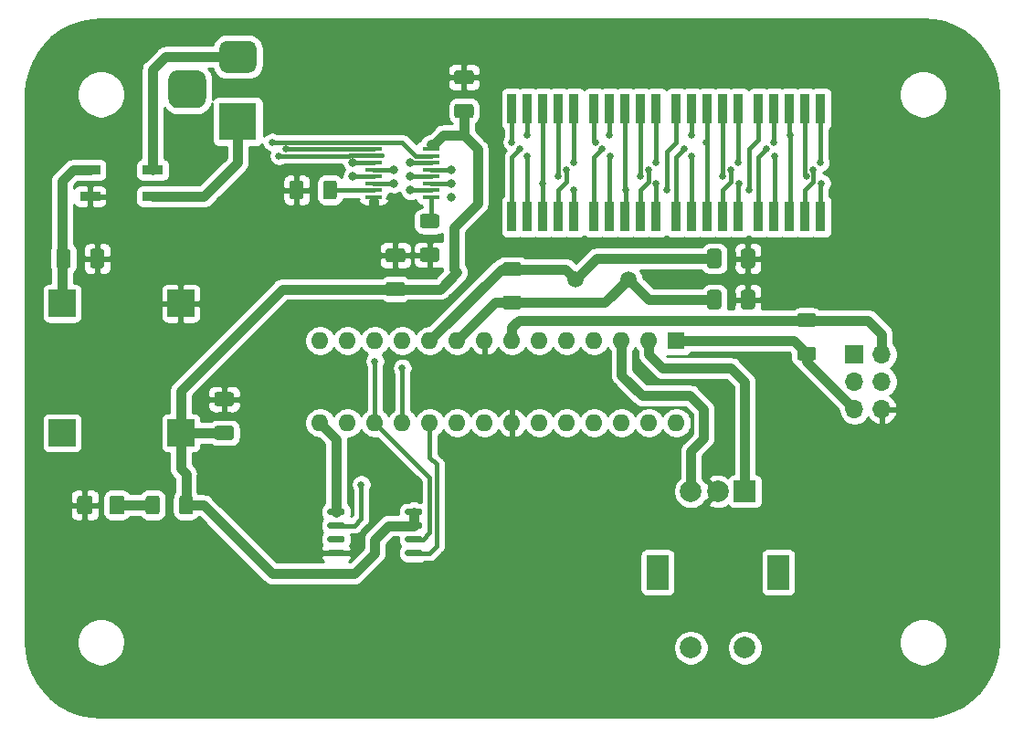
<source format=gbr>
%TF.GenerationSoftware,KiCad,Pcbnew,5.1.8+dfsg1-1+b1*%
%TF.CreationDate,2021-05-17T16:06:48-05:00*%
%TF.ProjectId,pmt-control,706d742d-636f-46e7-9472-6f6c2e6b6963,A*%
%TF.SameCoordinates,Original*%
%TF.FileFunction,Copper,L1,Top*%
%TF.FilePolarity,Positive*%
%FSLAX46Y46*%
G04 Gerber Fmt 4.6, Leading zero omitted, Abs format (unit mm)*
G04 Created by KiCad (PCBNEW 5.1.8+dfsg1-1+b1) date 2021-05-17 16:06:48*
%MOMM*%
%LPD*%
G01*
G04 APERTURE LIST*
%TA.AperFunction,SMDPad,CuDef*%
%ADD10R,2.500000X2.500000*%
%TD*%
%TA.AperFunction,ComponentPad*%
%ADD11O,1.600000X1.600000*%
%TD*%
%TA.AperFunction,ComponentPad*%
%ADD12R,1.600000X1.600000*%
%TD*%
%TA.AperFunction,SMDPad,CuDef*%
%ADD13R,1.910000X0.910000*%
%TD*%
%TA.AperFunction,ComponentPad*%
%ADD14C,1.500000*%
%TD*%
%TA.AperFunction,ComponentPad*%
%ADD15O,1.700000X1.700000*%
%TD*%
%TA.AperFunction,ComponentPad*%
%ADD16R,1.700000X1.700000*%
%TD*%
%TA.AperFunction,SMDPad,CuDef*%
%ADD17R,1.600000X0.410000*%
%TD*%
%TA.AperFunction,SMDPad,CuDef*%
%ADD18R,0.900000X2.800000*%
%TD*%
%TA.AperFunction,ComponentPad*%
%ADD19R,3.500000X3.500000*%
%TD*%
%TA.AperFunction,ComponentPad*%
%ADD20R,2.000000X2.000000*%
%TD*%
%TA.AperFunction,ComponentPad*%
%ADD21C,2.000000*%
%TD*%
%TA.AperFunction,ComponentPad*%
%ADD22R,2.000000X3.200000*%
%TD*%
%TA.AperFunction,ViaPad*%
%ADD23C,0.800000*%
%TD*%
%TA.AperFunction,ViaPad*%
%ADD24C,0.635000*%
%TD*%
%TA.AperFunction,Conductor*%
%ADD25C,0.889000*%
%TD*%
%TA.AperFunction,Conductor*%
%ADD26C,0.381000*%
%TD*%
%TA.AperFunction,Conductor*%
%ADD27C,0.254000*%
%TD*%
%TA.AperFunction,Conductor*%
%ADD28C,0.100000*%
%TD*%
G04 APERTURE END LIST*
D10*
%TO.P,PS1,4*%
%TO.N,N/C*%
X59905000Y-94900000D03*
%TO.P,PS1,3*%
%TO.N,+3V3*%
X70905000Y-94900000D03*
%TO.P,PS1,2*%
%TO.N,GND*%
X70905000Y-82900000D03*
%TO.P,PS1,1*%
%TO.N,+VDC*%
X59905000Y-82900000D03*
%TD*%
D11*
%TO.P,U1,28*%
%TO.N,N/C*%
X116840000Y-93980000D03*
%TO.P,U1,14*%
X83820000Y-86360000D03*
%TO.P,U1,27*%
X114300000Y-93980000D03*
%TO.P,U1,13*%
X86360000Y-86360000D03*
%TO.P,U1,26*%
X111760000Y-93980000D03*
%TO.P,U1,12*%
X88900000Y-86360000D03*
%TO.P,U1,25*%
X109220000Y-93980000D03*
%TO.P,U1,11*%
X91440000Y-86360000D03*
%TO.P,U1,24*%
X106680000Y-93980000D03*
%TO.P,U1,10*%
%TO.N,Net-(C6-Pad2)*%
X93980000Y-86360000D03*
%TO.P,U1,23*%
%TO.N,N/C*%
X104140000Y-93980000D03*
%TO.P,U1,9*%
%TO.N,Net-(C5-Pad2)*%
X96520000Y-86360000D03*
%TO.P,U1,22*%
%TO.N,GND*%
X101600000Y-93980000D03*
%TO.P,U1,8*%
X99060000Y-86360000D03*
%TO.P,U1,21*%
%TO.N,N/C*%
X99060000Y-93980000D03*
%TO.P,U1,7*%
%TO.N,+3V3*%
X101600000Y-86360000D03*
%TO.P,U1,20*%
%TO.N,N/C*%
X96520000Y-93980000D03*
%TO.P,U1,6*%
X104140000Y-86360000D03*
%TO.P,U1,19*%
%TO.N,MOSI*%
X93980000Y-93980000D03*
%TO.P,U1,5*%
%TO.N,N/C*%
X106680000Y-86360000D03*
%TO.P,U1,18*%
%TO.N,MISO*%
X91440000Y-93980000D03*
%TO.P,U1,4*%
%TO.N,N/C*%
X109220000Y-86360000D03*
%TO.P,U1,17*%
%TO.N,SCK*%
X88900000Y-93980000D03*
%TO.P,U1,3*%
%TO.N,Net-(SW1-PadB)*%
X111760000Y-86360000D03*
%TO.P,U1,16*%
%TO.N,/7seg/~CS~*%
X86360000Y-93980000D03*
%TO.P,U1,2*%
%TO.N,Net-(SW1-PadA)*%
X114300000Y-86360000D03*
%TO.P,U1,15*%
%TO.N,Net-(U1-Pad15)*%
X83820000Y-93980000D03*
D12*
%TO.P,U1,1*%
%TO.N,Net-(J2-Pad5)*%
X116840000Y-86360000D03*
%TD*%
D13*
%TO.P,D6,4*%
%TO.N,Net-(D6-Pad4)*%
X68305000Y-70530000D03*
%TO.P,D6,3*%
%TO.N,Net-(D6-Pad3)*%
X68305000Y-72980000D03*
%TO.P,D6,2*%
%TO.N,GND*%
X62505000Y-72980000D03*
%TO.P,D6,1*%
%TO.N,+VDC*%
X62505000Y-70530000D03*
%TD*%
D14*
%TO.P,Y1,2*%
%TO.N,Net-(C6-Pad2)*%
X107515000Y-80645000D03*
%TO.P,Y1,1*%
%TO.N,Net-(C5-Pad2)*%
X112395000Y-80645000D03*
%TD*%
%TO.P,R4,2*%
%TO.N,+3V3*%
%TA.AperFunction,SMDPad,CuDef*%
G36*
G01*
X129530001Y-85105000D02*
X128279999Y-85105000D01*
G75*
G02*
X128030000Y-84855001I0J249999D01*
G01*
X128030000Y-84054999D01*
G75*
G02*
X128279999Y-83805000I249999J0D01*
G01*
X129530001Y-83805000D01*
G75*
G02*
X129780000Y-84054999I0J-249999D01*
G01*
X129780000Y-84855001D01*
G75*
G02*
X129530001Y-85105000I-249999J0D01*
G01*
G37*
%TD.AperFunction*%
%TO.P,R4,1*%
%TO.N,Net-(J2-Pad5)*%
%TA.AperFunction,SMDPad,CuDef*%
G36*
G01*
X129530001Y-88205000D02*
X128279999Y-88205000D01*
G75*
G02*
X128030000Y-87955001I0J249999D01*
G01*
X128030000Y-87154999D01*
G75*
G02*
X128279999Y-86905000I249999J0D01*
G01*
X129530001Y-86905000D01*
G75*
G02*
X129780000Y-87154999I0J-249999D01*
G01*
X129780000Y-87955001D01*
G75*
G02*
X129530001Y-88205000I-249999J0D01*
G01*
G37*
%TD.AperFunction*%
%TD*%
%TO.P,R3,2*%
%TO.N,Net-(C6-Pad2)*%
%TA.AperFunction,SMDPad,CuDef*%
G36*
G01*
X102225001Y-80380000D02*
X100974999Y-80380000D01*
G75*
G02*
X100725000Y-80130001I0J249999D01*
G01*
X100725000Y-79329999D01*
G75*
G02*
X100974999Y-79080000I249999J0D01*
G01*
X102225001Y-79080000D01*
G75*
G02*
X102475000Y-79329999I0J-249999D01*
G01*
X102475000Y-80130001D01*
G75*
G02*
X102225001Y-80380000I-249999J0D01*
G01*
G37*
%TD.AperFunction*%
%TO.P,R3,1*%
%TO.N,Net-(C5-Pad2)*%
%TA.AperFunction,SMDPad,CuDef*%
G36*
G01*
X102225001Y-83480000D02*
X100974999Y-83480000D01*
G75*
G02*
X100725000Y-83230001I0J249999D01*
G01*
X100725000Y-82429999D01*
G75*
G02*
X100974999Y-82180000I249999J0D01*
G01*
X102225001Y-82180000D01*
G75*
G02*
X102475000Y-82429999I0J-249999D01*
G01*
X102475000Y-83230001D01*
G75*
G02*
X102225001Y-83480000I-249999J0D01*
G01*
G37*
%TD.AperFunction*%
%TD*%
%TO.P,C7,2*%
%TO.N,+3V3*%
%TA.AperFunction,SMDPad,CuDef*%
G36*
G01*
X90154998Y-80910000D02*
X91455002Y-80910000D01*
G75*
G02*
X91705000Y-81159998I0J-249998D01*
G01*
X91705000Y-81985002D01*
G75*
G02*
X91455002Y-82235000I-249998J0D01*
G01*
X90154998Y-82235000D01*
G75*
G02*
X89905000Y-81985002I0J249998D01*
G01*
X89905000Y-81159998D01*
G75*
G02*
X90154998Y-80910000I249998J0D01*
G01*
G37*
%TD.AperFunction*%
%TO.P,C7,1*%
%TO.N,GND*%
%TA.AperFunction,SMDPad,CuDef*%
G36*
G01*
X90154998Y-77785000D02*
X91455002Y-77785000D01*
G75*
G02*
X91705000Y-78034998I0J-249998D01*
G01*
X91705000Y-78860002D01*
G75*
G02*
X91455002Y-79110000I-249998J0D01*
G01*
X90154998Y-79110000D01*
G75*
G02*
X89905000Y-78860002I0J249998D01*
G01*
X89905000Y-78034998D01*
G75*
G02*
X90154998Y-77785000I249998J0D01*
G01*
G37*
%TD.AperFunction*%
%TD*%
%TO.P,C6,2*%
%TO.N,Net-(C6-Pad2)*%
%TA.AperFunction,SMDPad,CuDef*%
G36*
G01*
X121020000Y-78089998D02*
X121020000Y-79390002D01*
G75*
G02*
X120770002Y-79640000I-249998J0D01*
G01*
X119944998Y-79640000D01*
G75*
G02*
X119695000Y-79390002I0J249998D01*
G01*
X119695000Y-78089998D01*
G75*
G02*
X119944998Y-77840000I249998J0D01*
G01*
X120770002Y-77840000D01*
G75*
G02*
X121020000Y-78089998I0J-249998D01*
G01*
G37*
%TD.AperFunction*%
%TO.P,C6,1*%
%TO.N,GND*%
%TA.AperFunction,SMDPad,CuDef*%
G36*
G01*
X124145000Y-78089998D02*
X124145000Y-79390002D01*
G75*
G02*
X123895002Y-79640000I-249998J0D01*
G01*
X123069998Y-79640000D01*
G75*
G02*
X122820000Y-79390002I0J249998D01*
G01*
X122820000Y-78089998D01*
G75*
G02*
X123069998Y-77840000I249998J0D01*
G01*
X123895002Y-77840000D01*
G75*
G02*
X124145000Y-78089998I0J-249998D01*
G01*
G37*
%TD.AperFunction*%
%TD*%
%TO.P,C5,2*%
%TO.N,Net-(C5-Pad2)*%
%TA.AperFunction,SMDPad,CuDef*%
G36*
G01*
X121020000Y-81899998D02*
X121020000Y-83200002D01*
G75*
G02*
X120770002Y-83450000I-249998J0D01*
G01*
X119944998Y-83450000D01*
G75*
G02*
X119695000Y-83200002I0J249998D01*
G01*
X119695000Y-81899998D01*
G75*
G02*
X119944998Y-81650000I249998J0D01*
G01*
X120770002Y-81650000D01*
G75*
G02*
X121020000Y-81899998I0J-249998D01*
G01*
G37*
%TD.AperFunction*%
%TO.P,C5,1*%
%TO.N,GND*%
%TA.AperFunction,SMDPad,CuDef*%
G36*
G01*
X124145000Y-81899998D02*
X124145000Y-83200002D01*
G75*
G02*
X123895002Y-83450000I-249998J0D01*
G01*
X123069998Y-83450000D01*
G75*
G02*
X122820000Y-83200002I0J249998D01*
G01*
X122820000Y-81899998D01*
G75*
G02*
X123069998Y-81650000I249998J0D01*
G01*
X123895002Y-81650000D01*
G75*
G02*
X124145000Y-81899998I0J-249998D01*
G01*
G37*
%TD.AperFunction*%
%TD*%
%TO.P,R2,1*%
%TO.N,Net-(R2-Pad1)*%
%TA.AperFunction,SMDPad,CuDef*%
G36*
G01*
X85385000Y-71764999D02*
X85385000Y-73015001D01*
G75*
G02*
X85135001Y-73265000I-249999J0D01*
G01*
X84334999Y-73265000D01*
G75*
G02*
X84085000Y-73015001I0J249999D01*
G01*
X84085000Y-71764999D01*
G75*
G02*
X84334999Y-71515000I249999J0D01*
G01*
X85135001Y-71515000D01*
G75*
G02*
X85385000Y-71764999I0J-249999D01*
G01*
G37*
%TD.AperFunction*%
%TO.P,R2,2*%
%TO.N,GND*%
%TA.AperFunction,SMDPad,CuDef*%
G36*
G01*
X82285000Y-71764999D02*
X82285000Y-73015001D01*
G75*
G02*
X82035001Y-73265000I-249999J0D01*
G01*
X81234999Y-73265000D01*
G75*
G02*
X80985000Y-73015001I0J249999D01*
G01*
X80985000Y-71764999D01*
G75*
G02*
X81234999Y-71515000I249999J0D01*
G01*
X82035001Y-71515000D01*
G75*
G02*
X82285000Y-71764999I0J-249999D01*
G01*
G37*
%TD.AperFunction*%
%TD*%
%TO.P,R1,2*%
%TO.N,Net-(D1-Pad2)*%
%TA.AperFunction,SMDPad,CuDef*%
G36*
G01*
X68950000Y-100974999D02*
X68950000Y-102225001D01*
G75*
G02*
X68700001Y-102475000I-249999J0D01*
G01*
X67899999Y-102475000D01*
G75*
G02*
X67650000Y-102225001I0J249999D01*
G01*
X67650000Y-100974999D01*
G75*
G02*
X67899999Y-100725000I249999J0D01*
G01*
X68700001Y-100725000D01*
G75*
G02*
X68950000Y-100974999I0J-249999D01*
G01*
G37*
%TD.AperFunction*%
%TO.P,R1,1*%
%TO.N,+3V3*%
%TA.AperFunction,SMDPad,CuDef*%
G36*
G01*
X72050000Y-100974999D02*
X72050000Y-102225001D01*
G75*
G02*
X71800001Y-102475000I-249999J0D01*
G01*
X70999999Y-102475000D01*
G75*
G02*
X70750000Y-102225001I0J249999D01*
G01*
X70750000Y-100974999D01*
G75*
G02*
X70999999Y-100725000I249999J0D01*
G01*
X71800001Y-100725000D01*
G75*
G02*
X72050000Y-100974999I0J-249999D01*
G01*
G37*
%TD.AperFunction*%
%TD*%
D15*
%TO.P,J2,6*%
%TO.N,GND*%
X135890000Y-92710000D03*
%TO.P,J2,5*%
%TO.N,Net-(J2-Pad5)*%
X133350000Y-92710000D03*
%TO.P,J2,4*%
%TO.N,MOSI*%
X135890000Y-90170000D03*
%TO.P,J2,3*%
%TO.N,SCK*%
X133350000Y-90170000D03*
%TO.P,J2,2*%
%TO.N,+3V3*%
X135890000Y-87630000D03*
D16*
%TO.P,J2,1*%
%TO.N,MISO*%
X133350000Y-87630000D03*
%TD*%
%TO.P,D1,2*%
%TO.N,Net-(D1-Pad2)*%
%TA.AperFunction,SMDPad,CuDef*%
G36*
G01*
X64275000Y-102225000D02*
X64275000Y-100975000D01*
G75*
G02*
X64525000Y-100725000I250000J0D01*
G01*
X65450000Y-100725000D01*
G75*
G02*
X65700000Y-100975000I0J-250000D01*
G01*
X65700000Y-102225000D01*
G75*
G02*
X65450000Y-102475000I-250000J0D01*
G01*
X64525000Y-102475000D01*
G75*
G02*
X64275000Y-102225000I0J250000D01*
G01*
G37*
%TD.AperFunction*%
%TO.P,D1,1*%
%TO.N,GND*%
%TA.AperFunction,SMDPad,CuDef*%
G36*
G01*
X61300000Y-102225000D02*
X61300000Y-100975000D01*
G75*
G02*
X61550000Y-100725000I250000J0D01*
G01*
X62475000Y-100725000D01*
G75*
G02*
X62725000Y-100975000I0J-250000D01*
G01*
X62725000Y-102225000D01*
G75*
G02*
X62475000Y-102475000I-250000J0D01*
G01*
X61550000Y-102475000D01*
G75*
G02*
X61300000Y-102225000I0J250000D01*
G01*
G37*
%TD.AperFunction*%
%TD*%
%TO.P,C4,2*%
%TO.N,GND*%
%TA.AperFunction,SMDPad,CuDef*%
G36*
G01*
X97805003Y-62600000D02*
X96504997Y-62600000D01*
G75*
G02*
X96255000Y-62350003I0J249997D01*
G01*
X96255000Y-61524997D01*
G75*
G02*
X96504997Y-61275000I249997J0D01*
G01*
X97805003Y-61275000D01*
G75*
G02*
X98055000Y-61524997I0J-249997D01*
G01*
X98055000Y-62350003D01*
G75*
G02*
X97805003Y-62600000I-249997J0D01*
G01*
G37*
%TD.AperFunction*%
%TO.P,C4,1*%
%TO.N,+3V3*%
%TA.AperFunction,SMDPad,CuDef*%
G36*
G01*
X97805003Y-65725000D02*
X96504997Y-65725000D01*
G75*
G02*
X96255000Y-65475003I0J249997D01*
G01*
X96255000Y-64649997D01*
G75*
G02*
X96504997Y-64400000I249997J0D01*
G01*
X97805003Y-64400000D01*
G75*
G02*
X98055000Y-64649997I0J-249997D01*
G01*
X98055000Y-65475003D01*
G75*
G02*
X97805003Y-65725000I-249997J0D01*
G01*
G37*
%TD.AperFunction*%
%TD*%
%TO.P,C3,2*%
%TO.N,GND*%
%TA.AperFunction,SMDPad,CuDef*%
G36*
G01*
X93329997Y-77735000D02*
X94630003Y-77735000D01*
G75*
G02*
X94880000Y-77984997I0J-249997D01*
G01*
X94880000Y-78810003D01*
G75*
G02*
X94630003Y-79060000I-249997J0D01*
G01*
X93329997Y-79060000D01*
G75*
G02*
X93080000Y-78810003I0J249997D01*
G01*
X93080000Y-77984997D01*
G75*
G02*
X93329997Y-77735000I249997J0D01*
G01*
G37*
%TD.AperFunction*%
%TO.P,C3,1*%
%TO.N,Net-(C3-Pad1)*%
%TA.AperFunction,SMDPad,CuDef*%
G36*
G01*
X93329997Y-74610000D02*
X94630003Y-74610000D01*
G75*
G02*
X94880000Y-74859997I0J-249997D01*
G01*
X94880000Y-75685003D01*
G75*
G02*
X94630003Y-75935000I-249997J0D01*
G01*
X93329997Y-75935000D01*
G75*
G02*
X93080000Y-75685003I0J249997D01*
G01*
X93080000Y-74859997D01*
G75*
G02*
X93329997Y-74610000I249997J0D01*
G01*
G37*
%TD.AperFunction*%
%TD*%
%TO.P,C2,2*%
%TO.N,GND*%
%TA.AperFunction,SMDPad,CuDef*%
G36*
G01*
X75580003Y-92445000D02*
X74279997Y-92445000D01*
G75*
G02*
X74030000Y-92195003I0J249997D01*
G01*
X74030000Y-91369997D01*
G75*
G02*
X74279997Y-91120000I249997J0D01*
G01*
X75580003Y-91120000D01*
G75*
G02*
X75830000Y-91369997I0J-249997D01*
G01*
X75830000Y-92195003D01*
G75*
G02*
X75580003Y-92445000I-249997J0D01*
G01*
G37*
%TD.AperFunction*%
%TO.P,C2,1*%
%TO.N,+3V3*%
%TA.AperFunction,SMDPad,CuDef*%
G36*
G01*
X75580003Y-95570000D02*
X74279997Y-95570000D01*
G75*
G02*
X74030000Y-95320003I0J249997D01*
G01*
X74030000Y-94494997D01*
G75*
G02*
X74279997Y-94245000I249997J0D01*
G01*
X75580003Y-94245000D01*
G75*
G02*
X75830000Y-94494997I0J-249997D01*
G01*
X75830000Y-95320003D01*
G75*
G02*
X75580003Y-95570000I-249997J0D01*
G01*
G37*
%TD.AperFunction*%
%TD*%
%TO.P,C1,2*%
%TO.N,GND*%
%TA.AperFunction,SMDPad,CuDef*%
G36*
G01*
X62495000Y-79390003D02*
X62495000Y-78089997D01*
G75*
G02*
X62744997Y-77840000I249997J0D01*
G01*
X63570003Y-77840000D01*
G75*
G02*
X63820000Y-78089997I0J-249997D01*
G01*
X63820000Y-79390003D01*
G75*
G02*
X63570003Y-79640000I-249997J0D01*
G01*
X62744997Y-79640000D01*
G75*
G02*
X62495000Y-79390003I0J249997D01*
G01*
G37*
%TD.AperFunction*%
%TO.P,C1,1*%
%TO.N,+VDC*%
%TA.AperFunction,SMDPad,CuDef*%
G36*
G01*
X59370000Y-79390003D02*
X59370000Y-78089997D01*
G75*
G02*
X59619997Y-77840000I249997J0D01*
G01*
X60445003Y-77840000D01*
G75*
G02*
X60695000Y-78089997I0J-249997D01*
G01*
X60695000Y-79390003D01*
G75*
G02*
X60445003Y-79640000I-249997J0D01*
G01*
X59619997Y-79640000D01*
G75*
G02*
X59370000Y-79390003I0J249997D01*
G01*
G37*
%TD.AperFunction*%
%TD*%
D17*
%TO.P,U3,16*%
%TO.N,+3V3*%
X94094300Y-68580000D03*
%TO.P,U3,15*%
%TO.N,/7seg/~CS~*%
X94094300Y-69215000D03*
%TO.P,U3,14*%
%TO.N,/7seg/SEG4*%
X94094300Y-69850000D03*
%TO.P,U3,13*%
%TO.N,/7seg/SEG5*%
X94094300Y-70485000D03*
%TO.P,U3,12*%
%TO.N,/7seg/SEG6*%
X94094300Y-71120000D03*
%TO.P,U3,11*%
%TO.N,/7seg/SEG7*%
X94094300Y-71755000D03*
%TO.P,U3,10*%
%TO.N,/7seg/SEG8*%
X94094300Y-72390000D03*
%TO.P,U3,9*%
%TO.N,Net-(C3-Pad1)*%
X94094300Y-73025000D03*
%TO.P,U3,8*%
%TO.N,GND*%
X88785700Y-73025000D03*
%TO.P,U3,7*%
%TO.N,Net-(R2-Pad1)*%
X88785700Y-72390000D03*
%TO.P,U3,6*%
%TO.N,/7seg/SEG0*%
X88785700Y-71755000D03*
%TO.P,U3,5*%
%TO.N,/7seg/SEG1*%
X88785700Y-71120000D03*
%TO.P,U3,4*%
%TO.N,/7seg/SEG2*%
X88785700Y-70485000D03*
%TO.P,U3,3*%
%TO.N,/7seg/SEG3*%
X88785700Y-69850000D03*
%TO.P,U3,2*%
%TO.N,SCK*%
X88785700Y-69215000D03*
%TO.P,U3,1*%
%TO.N,MOSI*%
X88785700Y-68580000D03*
%TD*%
%TO.P,U2,8*%
%TO.N,+3V3*%
%TA.AperFunction,SMDPad,CuDef*%
G36*
G01*
X91700000Y-102385000D02*
X91700000Y-102085000D01*
G75*
G02*
X91850000Y-101935000I150000J0D01*
G01*
X93150000Y-101935000D01*
G75*
G02*
X93300000Y-102085000I0J-150000D01*
G01*
X93300000Y-102385000D01*
G75*
G02*
X93150000Y-102535000I-150000J0D01*
G01*
X91850000Y-102535000D01*
G75*
G02*
X91700000Y-102385000I0J150000D01*
G01*
G37*
%TD.AperFunction*%
%TO.P,U2,7*%
%TA.AperFunction,SMDPad,CuDef*%
G36*
G01*
X91700000Y-103655000D02*
X91700000Y-103355000D01*
G75*
G02*
X91850000Y-103205000I150000J0D01*
G01*
X93150000Y-103205000D01*
G75*
G02*
X93300000Y-103355000I0J-150000D01*
G01*
X93300000Y-103655000D01*
G75*
G02*
X93150000Y-103805000I-150000J0D01*
G01*
X91850000Y-103805000D01*
G75*
G02*
X91700000Y-103655000I0J150000D01*
G01*
G37*
%TD.AperFunction*%
%TO.P,U2,6*%
%TO.N,SCK*%
%TA.AperFunction,SMDPad,CuDef*%
G36*
G01*
X91700000Y-104925000D02*
X91700000Y-104625000D01*
G75*
G02*
X91850000Y-104475000I150000J0D01*
G01*
X93150000Y-104475000D01*
G75*
G02*
X93300000Y-104625000I0J-150000D01*
G01*
X93300000Y-104925000D01*
G75*
G02*
X93150000Y-105075000I-150000J0D01*
G01*
X91850000Y-105075000D01*
G75*
G02*
X91700000Y-104925000I0J150000D01*
G01*
G37*
%TD.AperFunction*%
%TO.P,U2,5*%
%TO.N,MOSI*%
%TA.AperFunction,SMDPad,CuDef*%
G36*
G01*
X91700000Y-106195000D02*
X91700000Y-105895000D01*
G75*
G02*
X91850000Y-105745000I150000J0D01*
G01*
X93150000Y-105745000D01*
G75*
G02*
X93300000Y-105895000I0J-150000D01*
G01*
X93300000Y-106195000D01*
G75*
G02*
X93150000Y-106345000I-150000J0D01*
G01*
X91850000Y-106345000D01*
G75*
G02*
X91700000Y-106195000I0J150000D01*
G01*
G37*
%TD.AperFunction*%
%TO.P,U2,4*%
%TO.N,GND*%
%TA.AperFunction,SMDPad,CuDef*%
G36*
G01*
X84500000Y-106195000D02*
X84500000Y-105895000D01*
G75*
G02*
X84650000Y-105745000I150000J0D01*
G01*
X85950000Y-105745000D01*
G75*
G02*
X86100000Y-105895000I0J-150000D01*
G01*
X86100000Y-106195000D01*
G75*
G02*
X85950000Y-106345000I-150000J0D01*
G01*
X84650000Y-106345000D01*
G75*
G02*
X84500000Y-106195000I0J150000D01*
G01*
G37*
%TD.AperFunction*%
%TO.P,U2,3*%
%TO.N,N/C*%
%TA.AperFunction,SMDPad,CuDef*%
G36*
G01*
X84500000Y-104925000D02*
X84500000Y-104625000D01*
G75*
G02*
X84650000Y-104475000I150000J0D01*
G01*
X85950000Y-104475000D01*
G75*
G02*
X86100000Y-104625000I0J-150000D01*
G01*
X86100000Y-104925000D01*
G75*
G02*
X85950000Y-105075000I-150000J0D01*
G01*
X84650000Y-105075000D01*
G75*
G02*
X84500000Y-104925000I0J150000D01*
G01*
G37*
%TD.AperFunction*%
%TO.P,U2,2*%
%TO.N,MISO*%
%TA.AperFunction,SMDPad,CuDef*%
G36*
G01*
X84500000Y-103655000D02*
X84500000Y-103355000D01*
G75*
G02*
X84650000Y-103205000I150000J0D01*
G01*
X85950000Y-103205000D01*
G75*
G02*
X86100000Y-103355000I0J-150000D01*
G01*
X86100000Y-103655000D01*
G75*
G02*
X85950000Y-103805000I-150000J0D01*
G01*
X84650000Y-103805000D01*
G75*
G02*
X84500000Y-103655000I0J150000D01*
G01*
G37*
%TD.AperFunction*%
%TO.P,U2,1*%
%TO.N,Net-(U1-Pad15)*%
%TA.AperFunction,SMDPad,CuDef*%
G36*
G01*
X84500000Y-102385000D02*
X84500000Y-102085000D01*
G75*
G02*
X84650000Y-101935000I150000J0D01*
G01*
X85950000Y-101935000D01*
G75*
G02*
X86100000Y-102085000I0J-150000D01*
G01*
X86100000Y-102385000D01*
G75*
G02*
X85950000Y-102535000I-150000J0D01*
G01*
X84650000Y-102535000D01*
G75*
G02*
X84500000Y-102385000I0J150000D01*
G01*
G37*
%TD.AperFunction*%
%TD*%
D18*
%TO.P,D5,10*%
%TO.N,/7seg/SEG1*%
X124460000Y-64850000D03*
%TO.P,D5,9*%
%TO.N,/7seg/SEG2*%
X125900000Y-64850000D03*
%TO.P,D5,8*%
%TO.N,/7seg/SEG3*%
X127340000Y-64850000D03*
%TO.P,D5,7*%
%TO.N,/7seg/SEG8*%
X128780000Y-64850000D03*
%TO.P,D5,6*%
%TO.N,/7seg/SEG7*%
X130220000Y-64850000D03*
%TO.P,D5,5*%
%TO.N,/7seg/SEG0*%
X130220000Y-74850000D03*
%TO.P,D5,4*%
%TO.N,/7seg/SEG6*%
X128780000Y-74850000D03*
%TO.P,D5,3*%
%TO.N,/7seg/SEG3*%
X127340000Y-74850000D03*
%TO.P,D5,2*%
%TO.N,/7seg/SEG5*%
X125900000Y-74850000D03*
%TO.P,D5,1*%
%TO.N,/7seg/SEG4*%
X124460000Y-74850000D03*
%TD*%
%TO.P,D4,10*%
%TO.N,/7seg/SEG1*%
X116840000Y-64850000D03*
%TO.P,D4,9*%
%TO.N,/7seg/SEG3*%
X118280000Y-64850000D03*
%TO.P,D4,8*%
%TO.N,/7seg/SEG2*%
X119720000Y-64850000D03*
%TO.P,D4,7*%
%TO.N,/7seg/SEG8*%
X121160000Y-64850000D03*
%TO.P,D4,6*%
%TO.N,/7seg/SEG7*%
X122600000Y-64850000D03*
%TO.P,D4,5*%
%TO.N,/7seg/SEG0*%
X122600000Y-74850000D03*
%TO.P,D4,4*%
%TO.N,/7seg/SEG6*%
X121160000Y-74850000D03*
%TO.P,D4,3*%
%TO.N,/7seg/SEG2*%
X119720000Y-74850000D03*
%TO.P,D4,2*%
%TO.N,/7seg/SEG5*%
X118280000Y-74850000D03*
%TO.P,D4,1*%
%TO.N,/7seg/SEG4*%
X116840000Y-74850000D03*
%TD*%
%TO.P,D3,10*%
%TO.N,/7seg/SEG2*%
X109220000Y-64850000D03*
%TO.P,D3,9*%
%TO.N,/7seg/SEG3*%
X110660000Y-64850000D03*
%TO.P,D3,8*%
%TO.N,/7seg/SEG1*%
X112100000Y-64850000D03*
%TO.P,D3,7*%
%TO.N,/7seg/SEG8*%
X113540000Y-64850000D03*
%TO.P,D3,6*%
%TO.N,/7seg/SEG7*%
X114980000Y-64850000D03*
%TO.P,D3,5*%
%TO.N,/7seg/SEG0*%
X114980000Y-74850000D03*
%TO.P,D3,4*%
%TO.N,/7seg/SEG6*%
X113540000Y-74850000D03*
%TO.P,D3,3*%
%TO.N,/7seg/SEG1*%
X112100000Y-74850000D03*
%TO.P,D3,2*%
%TO.N,/7seg/SEG5*%
X110660000Y-74850000D03*
%TO.P,D3,1*%
%TO.N,/7seg/SEG4*%
X109220000Y-74850000D03*
%TD*%
%TO.P,D2,10*%
%TO.N,/7seg/SEG2*%
X101600000Y-64850000D03*
%TO.P,D2,9*%
%TO.N,/7seg/SEG3*%
X103040000Y-64850000D03*
%TO.P,D2,8*%
%TO.N,/7seg/SEG0*%
X104480000Y-64850000D03*
%TO.P,D2,7*%
%TO.N,/7seg/SEG8*%
X105920000Y-64850000D03*
%TO.P,D2,6*%
%TO.N,/7seg/SEG7*%
X107360000Y-64850000D03*
%TO.P,D2,5*%
%TO.N,/7seg/SEG1*%
X107360000Y-74850000D03*
%TO.P,D2,4*%
%TO.N,/7seg/SEG6*%
X105920000Y-74850000D03*
%TO.P,D2,3*%
%TO.N,/7seg/SEG0*%
X104480000Y-74850000D03*
%TO.P,D2,2*%
%TO.N,/7seg/SEG5*%
X103040000Y-74850000D03*
%TO.P,D2,1*%
%TO.N,/7seg/SEG4*%
X101600000Y-74850000D03*
%TD*%
%TO.P,J1,3*%
%TO.N,N/C*%
%TA.AperFunction,ComponentPad*%
G36*
G01*
X70625000Y-61290000D02*
X72375000Y-61290000D01*
G75*
G02*
X73250000Y-62165000I0J-875000D01*
G01*
X73250000Y-63915000D01*
G75*
G02*
X72375000Y-64790000I-875000J0D01*
G01*
X70625000Y-64790000D01*
G75*
G02*
X69750000Y-63915000I0J875000D01*
G01*
X69750000Y-62165000D01*
G75*
G02*
X70625000Y-61290000I875000J0D01*
G01*
G37*
%TD.AperFunction*%
%TO.P,J1,2*%
%TO.N,Net-(D6-Pad4)*%
%TA.AperFunction,ComponentPad*%
G36*
G01*
X75200000Y-58540000D02*
X77200000Y-58540000D01*
G75*
G02*
X77950000Y-59290000I0J-750000D01*
G01*
X77950000Y-60790000D01*
G75*
G02*
X77200000Y-61540000I-750000J0D01*
G01*
X75200000Y-61540000D01*
G75*
G02*
X74450000Y-60790000I0J750000D01*
G01*
X74450000Y-59290000D01*
G75*
G02*
X75200000Y-58540000I750000J0D01*
G01*
G37*
%TD.AperFunction*%
D19*
%TO.P,J1,1*%
%TO.N,Net-(D6-Pad3)*%
X76200000Y-66040000D03*
%TD*%
D20*
%TO.P,SW1,A*%
%TO.N,Net-(SW1-PadA)*%
X123190000Y-100330000D03*
D21*
%TO.P,SW1,C*%
%TO.N,GND*%
X120690000Y-100330000D03*
%TO.P,SW1,B*%
%TO.N,Net-(SW1-PadB)*%
X118190000Y-100330000D03*
D22*
%TO.P,SW1,MP*%
%TO.N,N/C*%
X126290000Y-107830000D03*
X115090000Y-107830000D03*
D21*
%TO.P,SW1,S2*%
X123190000Y-114830000D03*
%TO.P,SW1,S1*%
X118190000Y-114830000D03*
%TD*%
D23*
%TO.N,/7seg/SEG2*%
X90678000Y-70485000D03*
D24*
X101600000Y-67945000D03*
X109347000Y-67945000D03*
X125857000Y-67945000D03*
X119634000Y-67945000D03*
D23*
%TO.N,/7seg/SEG3*%
X86868000Y-69850000D03*
D24*
X103040000Y-67267000D03*
X110617000Y-67310000D03*
X118237000Y-67310000D03*
X127381000Y-67310000D03*
D23*
%TO.N,/7seg/SEG0*%
X90678000Y-71755000D03*
D24*
X104470200Y-71755000D03*
X130302000Y-71755000D03*
X114985800Y-71755000D03*
X122656600Y-71755000D03*
D23*
%TO.N,/7seg/SEG8*%
X92202000Y-72390000D03*
D24*
X105892600Y-71120000D03*
X113538000Y-71120000D03*
X121158000Y-71120000D03*
X128905000Y-71120000D03*
D23*
%TO.N,/7seg/SEG7*%
X96012000Y-71755000D03*
X96012000Y-71755000D03*
D24*
X107340400Y-69850000D03*
X114935000Y-69850000D03*
X122555000Y-69850000D03*
X130175000Y-69850000D03*
D23*
%TO.N,/7seg/SEG1*%
X86868000Y-71120000D03*
D24*
X107340400Y-72390000D03*
X112141000Y-72390000D03*
X123571000Y-72390000D03*
X115951000Y-72390000D03*
%TO.N,/7seg/SEG6*%
X129540000Y-70485000D03*
X121920000Y-70485000D03*
X114300000Y-70485000D03*
D23*
X92202000Y-71120000D03*
X96012000Y-73025000D03*
D24*
X106680000Y-70485000D03*
D23*
%TO.N,/7seg/SEG5*%
X96012000Y-70485000D03*
D24*
X103047800Y-69215000D03*
X110744000Y-69215000D03*
X118237000Y-69215000D03*
X125984000Y-69215000D03*
%TO.N,/7seg/SEG4*%
X125222000Y-68580000D03*
X117602000Y-68580000D03*
X109982000Y-68580000D03*
D23*
X92202000Y-69850000D03*
D24*
X102362000Y-68580000D03*
%TO.N,/7seg/~CS~*%
X79375000Y-67945000D03*
%TO.N,MOSI*%
X80645000Y-68580000D03*
%TO.N,SCK*%
X80010000Y-69215000D03*
X88900000Y-88265000D03*
%TO.N,MISO*%
X87630000Y-99695000D03*
X91440000Y-88900000D03*
D23*
%TO.N,+3V3*%
X96520000Y-80010000D03*
%TD*%
D25*
%TO.N,GND*%
X90805000Y-78447500D02*
X90512500Y-78447500D01*
X88785700Y-76720700D02*
X88785700Y-73420501D01*
D26*
%TO.N,/7seg/SEG2*%
X88785700Y-70485000D02*
X90678000Y-70485000D01*
X101600000Y-64850000D02*
X101600000Y-67945000D01*
X109220000Y-64850000D02*
X109220000Y-67818000D01*
X109220000Y-67818000D02*
X109347000Y-67945000D01*
X125900000Y-67902000D02*
X125857000Y-67945000D01*
X125900000Y-64850000D02*
X125900000Y-67902000D01*
X119720000Y-64850000D02*
X119720000Y-67859000D01*
X119720000Y-67859000D02*
X119634000Y-67945000D01*
X119720000Y-68031000D02*
X119634000Y-67945000D01*
X119720000Y-74850000D02*
X119720000Y-68031000D01*
%TO.N,/7seg/SEG3*%
X88785700Y-69850000D02*
X86868000Y-69850000D01*
X103040000Y-64850000D02*
X103040000Y-67267000D01*
X110660000Y-67267000D02*
X110617000Y-67310000D01*
X110660000Y-64850000D02*
X110660000Y-67267000D01*
X118280000Y-67267000D02*
X118237000Y-67310000D01*
X118280000Y-64850000D02*
X118280000Y-67267000D01*
X127340000Y-67269000D02*
X127381000Y-67310000D01*
X127340000Y-64850000D02*
X127340000Y-67269000D01*
X127381000Y-74809000D02*
X127340000Y-74850000D01*
X127381000Y-67310000D02*
X127381000Y-74809000D01*
%TO.N,/7seg/SEG0*%
X88785700Y-71755000D02*
X90678000Y-71755000D01*
X104480000Y-71745200D02*
X104470200Y-71755000D01*
X104480000Y-64850000D02*
X104480000Y-71745200D01*
X104470200Y-74840200D02*
X104480000Y-74850000D01*
X104470200Y-71755000D02*
X104470200Y-74840200D01*
X130220000Y-71837000D02*
X130302000Y-71755000D01*
X130220000Y-74850000D02*
X130220000Y-71837000D01*
X114980000Y-71760800D02*
X114985800Y-71755000D01*
X114980000Y-74850000D02*
X114980000Y-71760800D01*
X122600000Y-74850000D02*
X122600000Y-71811600D01*
X122600000Y-71811600D02*
X122656600Y-71755000D01*
%TO.N,/7seg/SEG8*%
X94094300Y-72390000D02*
X92202000Y-72390000D01*
X105920000Y-71092600D02*
X105892600Y-71120000D01*
X105920000Y-64850000D02*
X105920000Y-71092600D01*
X113540000Y-71118000D02*
X113538000Y-71120000D01*
X113540000Y-64850000D02*
X113540000Y-71118000D01*
X121160000Y-71118000D02*
X121158000Y-71120000D01*
X121160000Y-64850000D02*
X121160000Y-71118000D01*
X128780000Y-70995000D02*
X128905000Y-71120000D01*
X128780000Y-64850000D02*
X128780000Y-70995000D01*
%TO.N,/7seg/SEG7*%
X94094300Y-71755000D02*
X96012000Y-71755000D01*
X107360000Y-69830400D02*
X107340400Y-69850000D01*
X107360000Y-64850000D02*
X107360000Y-69830400D01*
X114980000Y-69805000D02*
X114935000Y-69850000D01*
X114980000Y-64850000D02*
X114980000Y-69805000D01*
X122600000Y-69805000D02*
X122555000Y-69850000D01*
X122600000Y-64850000D02*
X122600000Y-69805000D01*
X130220000Y-69805000D02*
X130175000Y-69850000D01*
X130220000Y-64850000D02*
X130220000Y-69805000D01*
%TO.N,/7seg/SEG1*%
X88785700Y-71120000D02*
X86868000Y-71120000D01*
X107360000Y-72409600D02*
X107340400Y-72390000D01*
X107360000Y-74850000D02*
X107360000Y-72409600D01*
X112100000Y-72349000D02*
X112141000Y-72390000D01*
X112100000Y-64850000D02*
X112100000Y-72349000D01*
X112141000Y-74809000D02*
X112100000Y-74850000D01*
X112141000Y-72390000D02*
X112141000Y-74809000D01*
X124460000Y-64850000D02*
X124460000Y-67691000D01*
X123571000Y-68580000D02*
X123571000Y-72390000D01*
X124460000Y-67691000D02*
X123571000Y-68580000D01*
X116840000Y-64850000D02*
X116840000Y-67945000D01*
X115951000Y-68834000D02*
X115951000Y-72390000D01*
X116840000Y-67945000D02*
X115951000Y-68834000D01*
%TO.N,/7seg/SEG6*%
X129540000Y-71632000D02*
X129540000Y-70485000D01*
X128780000Y-72392000D02*
X129540000Y-71632000D01*
X121160000Y-74850000D02*
X121160000Y-72392000D01*
X121920000Y-71632000D02*
X121920000Y-70485000D01*
X121160000Y-72392000D02*
X121920000Y-71632000D01*
X113540000Y-74850000D02*
X113540000Y-72392000D01*
X114300000Y-71632000D02*
X114300000Y-70485000D01*
X113540000Y-72392000D02*
X114300000Y-71632000D01*
X94094300Y-71120000D02*
X92202000Y-71120000D01*
X105920000Y-74850000D02*
X105920000Y-72392000D01*
X105920000Y-72392000D02*
X106680000Y-71632000D01*
X106680000Y-71632000D02*
X106680000Y-70485000D01*
X128780000Y-72392000D02*
X128780000Y-74850000D01*
%TO.N,/7seg/SEG5*%
X94094300Y-70485000D02*
X96012000Y-70485000D01*
X103040000Y-69222800D02*
X103047800Y-69215000D01*
X103040000Y-74850000D02*
X103040000Y-69222800D01*
X110660000Y-74850000D02*
X110660000Y-69299000D01*
X110660000Y-69299000D02*
X110744000Y-69215000D01*
X118280000Y-69258000D02*
X118237000Y-69215000D01*
X125900000Y-69299000D02*
X125984000Y-69215000D01*
X125984000Y-74766000D02*
X125900000Y-74850000D01*
X125984000Y-69215000D02*
X125984000Y-74766000D01*
X118237000Y-74807000D02*
X118280000Y-74850000D01*
X118237000Y-69215000D02*
X118237000Y-74807000D01*
%TO.N,/7seg/SEG4*%
X124460000Y-74850000D02*
X124460000Y-69342000D01*
X124460000Y-69342000D02*
X125222000Y-68580000D01*
X116840000Y-74850000D02*
X116840000Y-69342000D01*
X116840000Y-69342000D02*
X117602000Y-68580000D01*
X109220000Y-74850000D02*
X109220000Y-69342000D01*
X109220000Y-69342000D02*
X109982000Y-68580000D01*
X94094300Y-69850000D02*
X92202000Y-69850000D01*
X101600000Y-74850000D02*
X101600000Y-69342000D01*
X101600000Y-69342000D02*
X102362000Y-68580000D01*
D25*
%TO.N,+VDC*%
X62505000Y-70530000D02*
X60915000Y-70530000D01*
X59905000Y-71540000D02*
X59905000Y-82900000D01*
X60915000Y-70530000D02*
X59905000Y-71540000D01*
%TO.N,Net-(SW1-PadA)*%
X123190000Y-90170000D02*
X123190000Y-100330000D01*
X121920000Y-88900000D02*
X123190000Y-90170000D01*
X115570000Y-88900000D02*
X121920000Y-88900000D01*
X114300000Y-87630000D02*
X115570000Y-88900000D01*
X114300000Y-86360000D02*
X114300000Y-87630000D01*
%TO.N,Net-(SW1-PadB)*%
X119380000Y-95410000D02*
X118190000Y-96600000D01*
X119380000Y-92710000D02*
X119380000Y-95410000D01*
X118190000Y-96600000D02*
X118190000Y-100330000D01*
X113665000Y-91440000D02*
X118110000Y-91440000D01*
X118110000Y-91440000D02*
X119380000Y-92710000D01*
X111760000Y-89535000D02*
X113665000Y-91440000D01*
X111760000Y-86360000D02*
X111760000Y-89535000D01*
%TO.N,Net-(U1-Pad15)*%
X85300000Y-95460000D02*
X83820000Y-93980000D01*
X85300000Y-102235000D02*
X85300000Y-95460000D01*
D26*
%TO.N,/7seg/~CS~*%
X79375000Y-67945000D02*
X91440000Y-67945000D01*
X91440000Y-67945000D02*
X92710000Y-69215000D01*
X92710000Y-69215000D02*
X94094300Y-69215000D01*
%TO.N,Net-(C3-Pad1)*%
X94094300Y-75158200D02*
X93980000Y-75272500D01*
X94094300Y-73025000D02*
X94094300Y-75158200D01*
%TO.N,Net-(R2-Pad1)*%
X84735000Y-72390000D02*
X88785700Y-72390000D01*
D25*
%TO.N,Net-(D1-Pad2)*%
X68300000Y-101600000D02*
X64987500Y-101600000D01*
%TO.N,Net-(J2-Pad5)*%
X128905000Y-88265000D02*
X133350000Y-92710000D01*
X128905000Y-87555000D02*
X128905000Y-88265000D01*
X127710000Y-86360000D02*
X128905000Y-87555000D01*
X116840000Y-86360000D02*
X127710000Y-86360000D01*
D26*
%TO.N,MOSI*%
X88785700Y-68580000D02*
X80645000Y-68580000D01*
X92500000Y-106045000D02*
X93980000Y-106045000D01*
X93980000Y-106045000D02*
X94615000Y-105410000D01*
X94615000Y-105410000D02*
X94615000Y-97790000D01*
X93980000Y-97155000D02*
X93980000Y-93980000D01*
X94615000Y-97790000D02*
X93980000Y-97155000D01*
%TO.N,SCK*%
X86547983Y-69183299D02*
X89503299Y-69183299D01*
X86516282Y-69215000D02*
X86547983Y-69183299D01*
X80010000Y-69215000D02*
X86516282Y-69215000D01*
X92500000Y-104775000D02*
X93345000Y-104775000D01*
X93345000Y-104775000D02*
X93980000Y-104140000D01*
X93980000Y-99060000D02*
X88900000Y-93980000D01*
X93980000Y-104140000D02*
X93980000Y-99060000D01*
X88900000Y-88265000D02*
X88900000Y-93980000D01*
%TO.N,MISO*%
X85300000Y-103505000D02*
X86995000Y-103505000D01*
X87630000Y-102870000D02*
X87630000Y-99695000D01*
X86995000Y-103505000D02*
X87630000Y-102870000D01*
X91440000Y-88900000D02*
X91440000Y-93980000D01*
D25*
%TO.N,Net-(C6-Pad2)*%
X100610000Y-79730000D02*
X101600000Y-79730000D01*
X93980000Y-86360000D02*
X100610000Y-79730000D01*
X106600000Y-79730000D02*
X107515000Y-80645000D01*
X101600000Y-79730000D02*
X106600000Y-79730000D01*
X109420000Y-78740000D02*
X120357500Y-78740000D01*
X107515000Y-80645000D02*
X109420000Y-78740000D01*
%TO.N,Net-(C5-Pad2)*%
X100050000Y-82830000D02*
X101600000Y-82830000D01*
X96520000Y-86360000D02*
X100050000Y-82830000D01*
X110210000Y-82830000D02*
X112395000Y-80645000D01*
X101600000Y-82830000D02*
X110210000Y-82830000D01*
X114300000Y-82550000D02*
X112395000Y-80645000D01*
X120357500Y-82550000D02*
X114300000Y-82550000D01*
%TO.N,+3V3*%
X94375501Y-68184499D02*
X94094300Y-68184499D01*
X95250000Y-67310000D02*
X94375501Y-68184499D01*
X97155000Y-67310000D02*
X95250000Y-67310000D01*
X98425000Y-68580000D02*
X97155000Y-67310000D01*
X98425000Y-73660000D02*
X98425000Y-68580000D01*
X96227500Y-75857500D02*
X98425000Y-73660000D01*
X71400000Y-95395000D02*
X70905000Y-94900000D01*
X74922500Y-94900000D02*
X74930000Y-94907500D01*
X70905000Y-94900000D02*
X74922500Y-94900000D01*
X97155000Y-67310000D02*
X97155000Y-65062500D01*
X96227500Y-79717500D02*
X96520000Y-80010000D01*
X96227500Y-75857500D02*
X96227500Y-79717500D01*
X94957500Y-81572500D02*
X96520000Y-80010000D01*
X90805000Y-81572500D02*
X94957500Y-81572500D01*
X70905000Y-94900000D02*
X70905000Y-98210000D01*
X71400000Y-98705000D02*
X71400000Y-101600000D01*
X70905000Y-98210000D02*
X71400000Y-98705000D01*
X80352500Y-81572500D02*
X70905000Y-91020000D01*
X70905000Y-91020000D02*
X70905000Y-94900000D01*
X90805000Y-81572500D02*
X80352500Y-81572500D01*
X92500000Y-102235000D02*
X92500000Y-103505000D01*
X92500000Y-103505000D02*
X90170000Y-103505000D01*
X71400000Y-101600000D02*
X73025000Y-101600000D01*
X73025000Y-101600000D02*
X79375000Y-107950000D01*
X79375000Y-107950000D02*
X86995000Y-107950000D01*
X86995000Y-107950000D02*
X88900000Y-106045000D01*
X88900000Y-104775000D02*
X90170000Y-103505000D01*
X88900000Y-106045000D02*
X88900000Y-104775000D01*
X101600000Y-86360000D02*
X101600000Y-85090000D01*
X101600000Y-85090000D02*
X102235000Y-84455000D01*
X102235000Y-84455000D02*
X128905000Y-84455000D01*
X135890000Y-87630000D02*
X135890000Y-85725000D01*
X135890000Y-85725000D02*
X134620000Y-84455000D01*
X128905000Y-84455000D02*
X134620000Y-84455000D01*
%TO.N,Net-(D6-Pad4)*%
X76200000Y-60040000D02*
X69500000Y-60040000D01*
X68305000Y-61235000D02*
X68305000Y-70530000D01*
X69500000Y-60040000D02*
X68305000Y-61235000D01*
%TO.N,Net-(D6-Pad3)*%
X68305000Y-72980000D02*
X73070000Y-72980000D01*
X76200000Y-69850000D02*
X76200000Y-66040000D01*
X73070000Y-72980000D02*
X76200000Y-69850000D01*
%TD*%
D27*
%TO.N,GND*%
X140704470Y-56614617D02*
X141687898Y-56831739D01*
X142629675Y-57188546D01*
X143510095Y-57677575D01*
X144310687Y-58288569D01*
X145014694Y-59008732D01*
X145607370Y-59822987D01*
X146076296Y-60714269D01*
X146411647Y-61663900D01*
X146607127Y-62655692D01*
X146660000Y-63520164D01*
X146660001Y-114276080D01*
X146585382Y-115304470D01*
X146368262Y-116287896D01*
X146011454Y-117229675D01*
X145522424Y-118110095D01*
X144911435Y-118910684D01*
X144191268Y-119614694D01*
X143377013Y-120207370D01*
X142485731Y-120676296D01*
X141536099Y-121011647D01*
X140544309Y-121207127D01*
X139679835Y-121260000D01*
X63523906Y-121260000D01*
X62495530Y-121185382D01*
X61512104Y-120968262D01*
X60570325Y-120611454D01*
X59689905Y-120122424D01*
X58889316Y-119511435D01*
X58185306Y-118791268D01*
X57592630Y-117977013D01*
X57123704Y-117085731D01*
X56788353Y-116136099D01*
X56592873Y-115144309D01*
X56540000Y-114279835D01*
X56540000Y-114079872D01*
X61265000Y-114079872D01*
X61265000Y-114520128D01*
X61350890Y-114951925D01*
X61519369Y-115358669D01*
X61763962Y-115724729D01*
X62075271Y-116036038D01*
X62441331Y-116280631D01*
X62848075Y-116449110D01*
X63279872Y-116535000D01*
X63720128Y-116535000D01*
X64151925Y-116449110D01*
X64558669Y-116280631D01*
X64924729Y-116036038D01*
X65236038Y-115724729D01*
X65480631Y-115358669D01*
X65649110Y-114951925D01*
X65705394Y-114668967D01*
X116555000Y-114668967D01*
X116555000Y-114991033D01*
X116617832Y-115306912D01*
X116741082Y-115604463D01*
X116920013Y-115872252D01*
X117147748Y-116099987D01*
X117415537Y-116278918D01*
X117713088Y-116402168D01*
X118028967Y-116465000D01*
X118351033Y-116465000D01*
X118666912Y-116402168D01*
X118964463Y-116278918D01*
X119232252Y-116099987D01*
X119459987Y-115872252D01*
X119638918Y-115604463D01*
X119762168Y-115306912D01*
X119825000Y-114991033D01*
X119825000Y-114668967D01*
X121555000Y-114668967D01*
X121555000Y-114991033D01*
X121617832Y-115306912D01*
X121741082Y-115604463D01*
X121920013Y-115872252D01*
X122147748Y-116099987D01*
X122415537Y-116278918D01*
X122713088Y-116402168D01*
X123028967Y-116465000D01*
X123351033Y-116465000D01*
X123666912Y-116402168D01*
X123964463Y-116278918D01*
X124232252Y-116099987D01*
X124459987Y-115872252D01*
X124638918Y-115604463D01*
X124762168Y-115306912D01*
X124825000Y-114991033D01*
X124825000Y-114668967D01*
X124762168Y-114353088D01*
X124648998Y-114079872D01*
X137465000Y-114079872D01*
X137465000Y-114520128D01*
X137550890Y-114951925D01*
X137719369Y-115358669D01*
X137963962Y-115724729D01*
X138275271Y-116036038D01*
X138641331Y-116280631D01*
X139048075Y-116449110D01*
X139479872Y-116535000D01*
X139920128Y-116535000D01*
X140351925Y-116449110D01*
X140758669Y-116280631D01*
X141124729Y-116036038D01*
X141436038Y-115724729D01*
X141680631Y-115358669D01*
X141849110Y-114951925D01*
X141935000Y-114520128D01*
X141935000Y-114079872D01*
X141849110Y-113648075D01*
X141680631Y-113241331D01*
X141436038Y-112875271D01*
X141124729Y-112563962D01*
X140758669Y-112319369D01*
X140351925Y-112150890D01*
X139920128Y-112065000D01*
X139479872Y-112065000D01*
X139048075Y-112150890D01*
X138641331Y-112319369D01*
X138275271Y-112563962D01*
X137963962Y-112875271D01*
X137719369Y-113241331D01*
X137550890Y-113648075D01*
X137465000Y-114079872D01*
X124648998Y-114079872D01*
X124638918Y-114055537D01*
X124459987Y-113787748D01*
X124232252Y-113560013D01*
X123964463Y-113381082D01*
X123666912Y-113257832D01*
X123351033Y-113195000D01*
X123028967Y-113195000D01*
X122713088Y-113257832D01*
X122415537Y-113381082D01*
X122147748Y-113560013D01*
X121920013Y-113787748D01*
X121741082Y-114055537D01*
X121617832Y-114353088D01*
X121555000Y-114668967D01*
X119825000Y-114668967D01*
X119762168Y-114353088D01*
X119638918Y-114055537D01*
X119459987Y-113787748D01*
X119232252Y-113560013D01*
X118964463Y-113381082D01*
X118666912Y-113257832D01*
X118351033Y-113195000D01*
X118028967Y-113195000D01*
X117713088Y-113257832D01*
X117415537Y-113381082D01*
X117147748Y-113560013D01*
X116920013Y-113787748D01*
X116741082Y-114055537D01*
X116617832Y-114353088D01*
X116555000Y-114668967D01*
X65705394Y-114668967D01*
X65735000Y-114520128D01*
X65735000Y-114079872D01*
X65649110Y-113648075D01*
X65480631Y-113241331D01*
X65236038Y-112875271D01*
X64924729Y-112563962D01*
X64558669Y-112319369D01*
X64151925Y-112150890D01*
X63720128Y-112065000D01*
X63279872Y-112065000D01*
X62848075Y-112150890D01*
X62441331Y-112319369D01*
X62075271Y-112563962D01*
X61763962Y-112875271D01*
X61519369Y-113241331D01*
X61350890Y-113648075D01*
X61265000Y-114079872D01*
X56540000Y-114079872D01*
X56540000Y-102475000D01*
X60661928Y-102475000D01*
X60674188Y-102599482D01*
X60710498Y-102719180D01*
X60769463Y-102829494D01*
X60848815Y-102926185D01*
X60945506Y-103005537D01*
X61055820Y-103064502D01*
X61175518Y-103100812D01*
X61300000Y-103113072D01*
X61726750Y-103110000D01*
X61885500Y-102951250D01*
X61885500Y-101727000D01*
X62139500Y-101727000D01*
X62139500Y-102951250D01*
X62298250Y-103110000D01*
X62725000Y-103113072D01*
X62849482Y-103100812D01*
X62969180Y-103064502D01*
X63079494Y-103005537D01*
X63176185Y-102926185D01*
X63255537Y-102829494D01*
X63314502Y-102719180D01*
X63350812Y-102599482D01*
X63363072Y-102475000D01*
X63360000Y-101885750D01*
X63201250Y-101727000D01*
X62139500Y-101727000D01*
X61885500Y-101727000D01*
X60823750Y-101727000D01*
X60665000Y-101885750D01*
X60661928Y-102475000D01*
X56540000Y-102475000D01*
X56540000Y-100725000D01*
X60661928Y-100725000D01*
X60665000Y-101314250D01*
X60823750Y-101473000D01*
X61885500Y-101473000D01*
X61885500Y-100248750D01*
X62139500Y-100248750D01*
X62139500Y-101473000D01*
X63201250Y-101473000D01*
X63360000Y-101314250D01*
X63361768Y-100975000D01*
X63636928Y-100975000D01*
X63636928Y-102225000D01*
X63653992Y-102398254D01*
X63704528Y-102564850D01*
X63786595Y-102718386D01*
X63897038Y-102852962D01*
X64031614Y-102963405D01*
X64185150Y-103045472D01*
X64351746Y-103096008D01*
X64525000Y-103113072D01*
X65450000Y-103113072D01*
X65623254Y-103096008D01*
X65789850Y-103045472D01*
X65943386Y-102963405D01*
X66077962Y-102852962D01*
X66188405Y-102718386D01*
X66209190Y-102679500D01*
X67140809Y-102679500D01*
X67161595Y-102718387D01*
X67272038Y-102852962D01*
X67406613Y-102963405D01*
X67560149Y-103045472D01*
X67726745Y-103096008D01*
X67899999Y-103113072D01*
X68700001Y-103113072D01*
X68873255Y-103096008D01*
X69039851Y-103045472D01*
X69193387Y-102963405D01*
X69327962Y-102852962D01*
X69438405Y-102718387D01*
X69520472Y-102564851D01*
X69571008Y-102398255D01*
X69588072Y-102225001D01*
X69588072Y-100974999D01*
X69571008Y-100801745D01*
X69520472Y-100635149D01*
X69438405Y-100481613D01*
X69327962Y-100347038D01*
X69193387Y-100236595D01*
X69039851Y-100154528D01*
X68873255Y-100103992D01*
X68700001Y-100086928D01*
X67899999Y-100086928D01*
X67726745Y-100103992D01*
X67560149Y-100154528D01*
X67406613Y-100236595D01*
X67272038Y-100347038D01*
X67161595Y-100481613D01*
X67140809Y-100520500D01*
X66209190Y-100520500D01*
X66188405Y-100481614D01*
X66077962Y-100347038D01*
X65943386Y-100236595D01*
X65789850Y-100154528D01*
X65623254Y-100103992D01*
X65450000Y-100086928D01*
X64525000Y-100086928D01*
X64351746Y-100103992D01*
X64185150Y-100154528D01*
X64031614Y-100236595D01*
X63897038Y-100347038D01*
X63786595Y-100481614D01*
X63704528Y-100635150D01*
X63653992Y-100801746D01*
X63636928Y-100975000D01*
X63361768Y-100975000D01*
X63363072Y-100725000D01*
X63350812Y-100600518D01*
X63314502Y-100480820D01*
X63255537Y-100370506D01*
X63176185Y-100273815D01*
X63079494Y-100194463D01*
X62969180Y-100135498D01*
X62849482Y-100099188D01*
X62725000Y-100086928D01*
X62298250Y-100090000D01*
X62139500Y-100248750D01*
X61885500Y-100248750D01*
X61726750Y-100090000D01*
X61300000Y-100086928D01*
X61175518Y-100099188D01*
X61055820Y-100135498D01*
X60945506Y-100194463D01*
X60848815Y-100273815D01*
X60769463Y-100370506D01*
X60710498Y-100480820D01*
X60674188Y-100600518D01*
X60661928Y-100725000D01*
X56540000Y-100725000D01*
X56540000Y-93650000D01*
X58016928Y-93650000D01*
X58016928Y-96150000D01*
X58029188Y-96274482D01*
X58065498Y-96394180D01*
X58124463Y-96504494D01*
X58203815Y-96601185D01*
X58300506Y-96680537D01*
X58410820Y-96739502D01*
X58530518Y-96775812D01*
X58655000Y-96788072D01*
X61155000Y-96788072D01*
X61279482Y-96775812D01*
X61399180Y-96739502D01*
X61509494Y-96680537D01*
X61606185Y-96601185D01*
X61685537Y-96504494D01*
X61744502Y-96394180D01*
X61780812Y-96274482D01*
X61793072Y-96150000D01*
X61793072Y-93650000D01*
X61780812Y-93525518D01*
X61744502Y-93405820D01*
X61685537Y-93295506D01*
X61606185Y-93198815D01*
X61509494Y-93119463D01*
X61399180Y-93060498D01*
X61279482Y-93024188D01*
X61155000Y-93011928D01*
X58655000Y-93011928D01*
X58530518Y-93024188D01*
X58410820Y-93060498D01*
X58300506Y-93119463D01*
X58203815Y-93198815D01*
X58124463Y-93295506D01*
X58065498Y-93405820D01*
X58029188Y-93525518D01*
X58016928Y-93650000D01*
X56540000Y-93650000D01*
X56540000Y-81650000D01*
X58016928Y-81650000D01*
X58016928Y-84150000D01*
X58029188Y-84274482D01*
X58065498Y-84394180D01*
X58124463Y-84504494D01*
X58203815Y-84601185D01*
X58300506Y-84680537D01*
X58410820Y-84739502D01*
X58530518Y-84775812D01*
X58655000Y-84788072D01*
X61155000Y-84788072D01*
X61279482Y-84775812D01*
X61399180Y-84739502D01*
X61509494Y-84680537D01*
X61606185Y-84601185D01*
X61685537Y-84504494D01*
X61744502Y-84394180D01*
X61780812Y-84274482D01*
X61793072Y-84150000D01*
X69016928Y-84150000D01*
X69029188Y-84274482D01*
X69065498Y-84394180D01*
X69124463Y-84504494D01*
X69203815Y-84601185D01*
X69300506Y-84680537D01*
X69410820Y-84739502D01*
X69530518Y-84775812D01*
X69655000Y-84788072D01*
X70619250Y-84785000D01*
X70778000Y-84626250D01*
X70778000Y-83027000D01*
X71032000Y-83027000D01*
X71032000Y-84626250D01*
X71190750Y-84785000D01*
X72155000Y-84788072D01*
X72279482Y-84775812D01*
X72399180Y-84739502D01*
X72509494Y-84680537D01*
X72606185Y-84601185D01*
X72685537Y-84504494D01*
X72744502Y-84394180D01*
X72780812Y-84274482D01*
X72793072Y-84150000D01*
X72790000Y-83185750D01*
X72631250Y-83027000D01*
X71032000Y-83027000D01*
X70778000Y-83027000D01*
X69178750Y-83027000D01*
X69020000Y-83185750D01*
X69016928Y-84150000D01*
X61793072Y-84150000D01*
X61793072Y-81650000D01*
X69016928Y-81650000D01*
X69020000Y-82614250D01*
X69178750Y-82773000D01*
X70778000Y-82773000D01*
X70778000Y-81173750D01*
X71032000Y-81173750D01*
X71032000Y-82773000D01*
X72631250Y-82773000D01*
X72790000Y-82614250D01*
X72793072Y-81650000D01*
X72780812Y-81525518D01*
X72744502Y-81405820D01*
X72685537Y-81295506D01*
X72606185Y-81198815D01*
X72509494Y-81119463D01*
X72399180Y-81060498D01*
X72279482Y-81024188D01*
X72155000Y-81011928D01*
X71190750Y-81015000D01*
X71032000Y-81173750D01*
X70778000Y-81173750D01*
X70619250Y-81015000D01*
X69655000Y-81011928D01*
X69530518Y-81024188D01*
X69410820Y-81060498D01*
X69300506Y-81119463D01*
X69203815Y-81198815D01*
X69124463Y-81295506D01*
X69065498Y-81405820D01*
X69029188Y-81525518D01*
X69016928Y-81650000D01*
X61793072Y-81650000D01*
X61780812Y-81525518D01*
X61744502Y-81405820D01*
X61685537Y-81295506D01*
X61606185Y-81198815D01*
X61509494Y-81119463D01*
X61399180Y-81060498D01*
X61279482Y-81024188D01*
X61155000Y-81011928D01*
X60984500Y-81011928D01*
X60984500Y-80090562D01*
X61072963Y-80017963D01*
X61183405Y-79883388D01*
X61265472Y-79729852D01*
X61292728Y-79640000D01*
X61856928Y-79640000D01*
X61869188Y-79764482D01*
X61905498Y-79884180D01*
X61964463Y-79994494D01*
X62043815Y-80091185D01*
X62140506Y-80170537D01*
X62250820Y-80229502D01*
X62370518Y-80265812D01*
X62495000Y-80278072D01*
X62871750Y-80275000D01*
X63030500Y-80116250D01*
X63030500Y-78867000D01*
X63284500Y-78867000D01*
X63284500Y-80116250D01*
X63443250Y-80275000D01*
X63820000Y-80278072D01*
X63944482Y-80265812D01*
X64064180Y-80229502D01*
X64174494Y-80170537D01*
X64271185Y-80091185D01*
X64350537Y-79994494D01*
X64409502Y-79884180D01*
X64445812Y-79764482D01*
X64458072Y-79640000D01*
X64455422Y-79110000D01*
X89266928Y-79110000D01*
X89279188Y-79234482D01*
X89315498Y-79354180D01*
X89374463Y-79464494D01*
X89453815Y-79561185D01*
X89550506Y-79640537D01*
X89660820Y-79699502D01*
X89780518Y-79735812D01*
X89905000Y-79748072D01*
X90519250Y-79745000D01*
X90678000Y-79586250D01*
X90678000Y-78574500D01*
X90932000Y-78574500D01*
X90932000Y-79586250D01*
X91090750Y-79745000D01*
X91705000Y-79748072D01*
X91829482Y-79735812D01*
X91949180Y-79699502D01*
X92059494Y-79640537D01*
X92156185Y-79561185D01*
X92235537Y-79464494D01*
X92294502Y-79354180D01*
X92330812Y-79234482D01*
X92343072Y-79110000D01*
X92342665Y-79060000D01*
X92441928Y-79060000D01*
X92454188Y-79184482D01*
X92490498Y-79304180D01*
X92549463Y-79414494D01*
X92628815Y-79511185D01*
X92725506Y-79590537D01*
X92835820Y-79649502D01*
X92955518Y-79685812D01*
X93080000Y-79698072D01*
X93694250Y-79695000D01*
X93853000Y-79536250D01*
X93853000Y-78524500D01*
X92603750Y-78524500D01*
X92445000Y-78683250D01*
X92441928Y-79060000D01*
X92342665Y-79060000D01*
X92340000Y-78733250D01*
X92181250Y-78574500D01*
X90932000Y-78574500D01*
X90678000Y-78574500D01*
X89428750Y-78574500D01*
X89270000Y-78733250D01*
X89266928Y-79110000D01*
X64455422Y-79110000D01*
X64455000Y-79025750D01*
X64296250Y-78867000D01*
X63284500Y-78867000D01*
X63030500Y-78867000D01*
X62018750Y-78867000D01*
X61860000Y-79025750D01*
X61856928Y-79640000D01*
X61292728Y-79640000D01*
X61316008Y-79563257D01*
X61333072Y-79390003D01*
X61333072Y-78089997D01*
X61316008Y-77916743D01*
X61292729Y-77840000D01*
X61856928Y-77840000D01*
X61860000Y-78454250D01*
X62018750Y-78613000D01*
X63030500Y-78613000D01*
X63030500Y-77363750D01*
X63284500Y-77363750D01*
X63284500Y-78613000D01*
X64296250Y-78613000D01*
X64455000Y-78454250D01*
X64458072Y-77840000D01*
X64452656Y-77785000D01*
X89266928Y-77785000D01*
X89270000Y-78161750D01*
X89428750Y-78320500D01*
X90678000Y-78320500D01*
X90678000Y-77308750D01*
X90932000Y-77308750D01*
X90932000Y-78320500D01*
X92181250Y-78320500D01*
X92340000Y-78161750D01*
X92343072Y-77785000D01*
X92338148Y-77735000D01*
X92441928Y-77735000D01*
X92445000Y-78111750D01*
X92603750Y-78270500D01*
X93853000Y-78270500D01*
X93853000Y-77258750D01*
X93694250Y-77100000D01*
X93080000Y-77096928D01*
X92955518Y-77109188D01*
X92835820Y-77145498D01*
X92725506Y-77204463D01*
X92628815Y-77283815D01*
X92549463Y-77380506D01*
X92490498Y-77490820D01*
X92454188Y-77610518D01*
X92441928Y-77735000D01*
X92338148Y-77735000D01*
X92330812Y-77660518D01*
X92294502Y-77540820D01*
X92235537Y-77430506D01*
X92156185Y-77333815D01*
X92059494Y-77254463D01*
X91949180Y-77195498D01*
X91829482Y-77159188D01*
X91705000Y-77146928D01*
X91090750Y-77150000D01*
X90932000Y-77308750D01*
X90678000Y-77308750D01*
X90519250Y-77150000D01*
X89905000Y-77146928D01*
X89780518Y-77159188D01*
X89660820Y-77195498D01*
X89550506Y-77254463D01*
X89453815Y-77333815D01*
X89374463Y-77430506D01*
X89315498Y-77540820D01*
X89279188Y-77660518D01*
X89266928Y-77785000D01*
X64452656Y-77785000D01*
X64445812Y-77715518D01*
X64409502Y-77595820D01*
X64350537Y-77485506D01*
X64271185Y-77388815D01*
X64174494Y-77309463D01*
X64064180Y-77250498D01*
X63944482Y-77214188D01*
X63820000Y-77201928D01*
X63443250Y-77205000D01*
X63284500Y-77363750D01*
X63030500Y-77363750D01*
X62871750Y-77205000D01*
X62495000Y-77201928D01*
X62370518Y-77214188D01*
X62250820Y-77250498D01*
X62140506Y-77309463D01*
X62043815Y-77388815D01*
X61964463Y-77485506D01*
X61905498Y-77595820D01*
X61869188Y-77715518D01*
X61856928Y-77840000D01*
X61292729Y-77840000D01*
X61265472Y-77750148D01*
X61183405Y-77596612D01*
X61072963Y-77462037D01*
X60984500Y-77389438D01*
X60984500Y-73724084D01*
X61019463Y-73789494D01*
X61098815Y-73886185D01*
X61195506Y-73965537D01*
X61305820Y-74024502D01*
X61425518Y-74060812D01*
X61550000Y-74073072D01*
X62219250Y-74070000D01*
X62378000Y-73911250D01*
X62378000Y-73107000D01*
X62632000Y-73107000D01*
X62632000Y-73911250D01*
X62790750Y-74070000D01*
X63460000Y-74073072D01*
X63584482Y-74060812D01*
X63704180Y-74024502D01*
X63814494Y-73965537D01*
X63911185Y-73886185D01*
X63990537Y-73789494D01*
X64049502Y-73679180D01*
X64085812Y-73559482D01*
X64098072Y-73435000D01*
X64095000Y-73265750D01*
X63936250Y-73107000D01*
X62632000Y-73107000D01*
X62378000Y-73107000D01*
X62358000Y-73107000D01*
X62358000Y-72853000D01*
X62378000Y-72853000D01*
X62378000Y-72048750D01*
X62632000Y-72048750D01*
X62632000Y-72853000D01*
X63936250Y-72853000D01*
X64095000Y-72694250D01*
X64098072Y-72525000D01*
X64085812Y-72400518D01*
X64049502Y-72280820D01*
X63990537Y-72170506D01*
X63911185Y-72073815D01*
X63814494Y-71994463D01*
X63704180Y-71935498D01*
X63584482Y-71899188D01*
X63460000Y-71886928D01*
X62790750Y-71890000D01*
X62632000Y-72048750D01*
X62378000Y-72048750D01*
X62219250Y-71890000D01*
X61550000Y-71886928D01*
X61425518Y-71899188D01*
X61305820Y-71935498D01*
X61195506Y-71994463D01*
X61098815Y-72073815D01*
X61019463Y-72170506D01*
X60984500Y-72235916D01*
X60984500Y-71987143D01*
X61362143Y-71609500D01*
X61421193Y-71609500D01*
X61425518Y-71610812D01*
X61550000Y-71623072D01*
X63460000Y-71623072D01*
X63584482Y-71610812D01*
X63704180Y-71574502D01*
X63814494Y-71515537D01*
X63911185Y-71436185D01*
X63990537Y-71339494D01*
X64049502Y-71229180D01*
X64085812Y-71109482D01*
X64098072Y-70985000D01*
X64098072Y-70075000D01*
X66711928Y-70075000D01*
X66711928Y-70985000D01*
X66724188Y-71109482D01*
X66760498Y-71229180D01*
X66819463Y-71339494D01*
X66898815Y-71436185D01*
X66995506Y-71515537D01*
X67105820Y-71574502D01*
X67225518Y-71610812D01*
X67350000Y-71623072D01*
X69260000Y-71623072D01*
X69384482Y-71610812D01*
X69504180Y-71574502D01*
X69614494Y-71515537D01*
X69711185Y-71436185D01*
X69790537Y-71339494D01*
X69849502Y-71229180D01*
X69885812Y-71109482D01*
X69898072Y-70985000D01*
X69898072Y-70075000D01*
X69885812Y-69950518D01*
X69849502Y-69830820D01*
X69790537Y-69720506D01*
X69711185Y-69623815D01*
X69614494Y-69544463D01*
X69504180Y-69485498D01*
X69384500Y-69449193D01*
X69384500Y-64777031D01*
X69555097Y-64984903D01*
X69784382Y-65173073D01*
X70045972Y-65312896D01*
X70329814Y-65398999D01*
X70625000Y-65428072D01*
X72375000Y-65428072D01*
X72670186Y-65398999D01*
X72954028Y-65312896D01*
X73215618Y-65173073D01*
X73444903Y-64984903D01*
X73633073Y-64755618D01*
X73772896Y-64494028D01*
X73811928Y-64365357D01*
X73811928Y-67790000D01*
X73824188Y-67914482D01*
X73860498Y-68034180D01*
X73919463Y-68144494D01*
X73998815Y-68241185D01*
X74095506Y-68320537D01*
X74205820Y-68379502D01*
X74325518Y-68415812D01*
X74450000Y-68428072D01*
X75120500Y-68428072D01*
X75120500Y-69402857D01*
X72622858Y-71900500D01*
X69388807Y-71900500D01*
X69384482Y-71899188D01*
X69260000Y-71886928D01*
X67350000Y-71886928D01*
X67225518Y-71899188D01*
X67105820Y-71935498D01*
X66995506Y-71994463D01*
X66898815Y-72073815D01*
X66819463Y-72170506D01*
X66760498Y-72280820D01*
X66724188Y-72400518D01*
X66711928Y-72525000D01*
X66711928Y-73435000D01*
X66724188Y-73559482D01*
X66760498Y-73679180D01*
X66819463Y-73789494D01*
X66898815Y-73886185D01*
X66995506Y-73965537D01*
X67105820Y-74024502D01*
X67225518Y-74060812D01*
X67350000Y-74073072D01*
X69260000Y-74073072D01*
X69384482Y-74060812D01*
X69388807Y-74059500D01*
X73016971Y-74059500D01*
X73070000Y-74064723D01*
X73123029Y-74059500D01*
X73281619Y-74043880D01*
X73485106Y-73982153D01*
X73672640Y-73881914D01*
X73837015Y-73747015D01*
X73870827Y-73705815D01*
X74311642Y-73265000D01*
X80346928Y-73265000D01*
X80359188Y-73389482D01*
X80395498Y-73509180D01*
X80454463Y-73619494D01*
X80533815Y-73716185D01*
X80630506Y-73795537D01*
X80740820Y-73854502D01*
X80860518Y-73890812D01*
X80985000Y-73903072D01*
X81349250Y-73900000D01*
X81508000Y-73741250D01*
X81508000Y-72517000D01*
X81762000Y-72517000D01*
X81762000Y-73741250D01*
X81920750Y-73900000D01*
X82285000Y-73903072D01*
X82409482Y-73890812D01*
X82529180Y-73854502D01*
X82639494Y-73795537D01*
X82736185Y-73716185D01*
X82815537Y-73619494D01*
X82874502Y-73509180D01*
X82910812Y-73389482D01*
X82923072Y-73265000D01*
X82920000Y-72675750D01*
X82761250Y-72517000D01*
X81762000Y-72517000D01*
X81508000Y-72517000D01*
X80508750Y-72517000D01*
X80350000Y-72675750D01*
X80346928Y-73265000D01*
X74311642Y-73265000D01*
X76061642Y-71515000D01*
X80346928Y-71515000D01*
X80350000Y-72104250D01*
X80508750Y-72263000D01*
X81508000Y-72263000D01*
X81508000Y-71038750D01*
X81762000Y-71038750D01*
X81762000Y-72263000D01*
X82761250Y-72263000D01*
X82920000Y-72104250D01*
X82923072Y-71515000D01*
X82910812Y-71390518D01*
X82874502Y-71270820D01*
X82815537Y-71160506D01*
X82736185Y-71063815D01*
X82639494Y-70984463D01*
X82529180Y-70925498D01*
X82409482Y-70889188D01*
X82285000Y-70876928D01*
X81920750Y-70880000D01*
X81762000Y-71038750D01*
X81508000Y-71038750D01*
X81349250Y-70880000D01*
X80985000Y-70876928D01*
X80860518Y-70889188D01*
X80740820Y-70925498D01*
X80630506Y-70984463D01*
X80533815Y-71063815D01*
X80454463Y-71160506D01*
X80395498Y-71270820D01*
X80359188Y-71390518D01*
X80346928Y-71515000D01*
X76061642Y-71515000D01*
X76925821Y-70650822D01*
X76967015Y-70617015D01*
X77101914Y-70452640D01*
X77202153Y-70265106D01*
X77263880Y-70061619D01*
X77279500Y-69903029D01*
X77279500Y-69903022D01*
X77284722Y-69850001D01*
X77279500Y-69796979D01*
X77279500Y-68428072D01*
X77950000Y-68428072D01*
X78074482Y-68415812D01*
X78194180Y-68379502D01*
X78304494Y-68320537D01*
X78401185Y-68241185D01*
X78450743Y-68180799D01*
X78459104Y-68222834D01*
X78530905Y-68396178D01*
X78635145Y-68552184D01*
X78767816Y-68684855D01*
X78923822Y-68789095D01*
X79097166Y-68860896D01*
X79123524Y-68866139D01*
X79094104Y-68937166D01*
X79057500Y-69121187D01*
X79057500Y-69308813D01*
X79094104Y-69492834D01*
X79165905Y-69666178D01*
X79270145Y-69822184D01*
X79402816Y-69954855D01*
X79558822Y-70059095D01*
X79732166Y-70130896D01*
X79916187Y-70167500D01*
X80103813Y-70167500D01*
X80287834Y-70130896D01*
X80461178Y-70059095D01*
X80489007Y-70040500D01*
X85850616Y-70040500D01*
X85872774Y-70151898D01*
X85950795Y-70340256D01*
X86047510Y-70485000D01*
X85950795Y-70629744D01*
X85872774Y-70818102D01*
X85833000Y-71018061D01*
X85833000Y-71221939D01*
X85833116Y-71222520D01*
X85762962Y-71137038D01*
X85628387Y-71026595D01*
X85474851Y-70944528D01*
X85308255Y-70893992D01*
X85135001Y-70876928D01*
X84334999Y-70876928D01*
X84161745Y-70893992D01*
X83995149Y-70944528D01*
X83841613Y-71026595D01*
X83707038Y-71137038D01*
X83596595Y-71271613D01*
X83514528Y-71425149D01*
X83463992Y-71591745D01*
X83446928Y-71764999D01*
X83446928Y-73015001D01*
X83463992Y-73188255D01*
X83514528Y-73354851D01*
X83596595Y-73508387D01*
X83707038Y-73642962D01*
X83841613Y-73753405D01*
X83995149Y-73835472D01*
X84161745Y-73886008D01*
X84334999Y-73903072D01*
X85135001Y-73903072D01*
X85308255Y-73886008D01*
X85474851Y-73835472D01*
X85628387Y-73753405D01*
X85762962Y-73642962D01*
X85873405Y-73508387D01*
X85955472Y-73354851D01*
X85997743Y-73215500D01*
X87396950Y-73215500D01*
X87350700Y-73261750D01*
X87361720Y-73363358D01*
X87399726Y-73482528D01*
X87460251Y-73591994D01*
X87540969Y-73687548D01*
X87638778Y-73765519D01*
X87749919Y-73822911D01*
X87870120Y-73857517D01*
X87994763Y-73868008D01*
X88499950Y-73865000D01*
X88658700Y-73706250D01*
X88658700Y-73233072D01*
X88912700Y-73233072D01*
X88912700Y-73706250D01*
X89071450Y-73865000D01*
X89576637Y-73868008D01*
X89701280Y-73857517D01*
X89821481Y-73822911D01*
X89932622Y-73765519D01*
X90030431Y-73687548D01*
X90111149Y-73591994D01*
X90171674Y-73482528D01*
X90209680Y-73363358D01*
X90220700Y-73261750D01*
X90061950Y-73103000D01*
X89967656Y-73103000D01*
X90036885Y-73046185D01*
X90116237Y-72949494D01*
X90175202Y-72839180D01*
X90177567Y-72831383D01*
X90220700Y-72788250D01*
X90212335Y-72711124D01*
X90215054Y-72683517D01*
X90376102Y-72750226D01*
X90576061Y-72790000D01*
X90779939Y-72790000D01*
X90979898Y-72750226D01*
X91168256Y-72672205D01*
X91198798Y-72651798D01*
X91206774Y-72691898D01*
X91284795Y-72880256D01*
X91398063Y-73049774D01*
X91542226Y-73193937D01*
X91711744Y-73307205D01*
X91900102Y-73385226D01*
X92100061Y-73425000D01*
X92303939Y-73425000D01*
X92503898Y-73385226D01*
X92664946Y-73318517D01*
X92668488Y-73354482D01*
X92704798Y-73474180D01*
X92763763Y-73584494D01*
X92843115Y-73681185D01*
X92939806Y-73760537D01*
X93050120Y-73819502D01*
X93169818Y-73855812D01*
X93268800Y-73865561D01*
X93268800Y-73977955D01*
X93156743Y-73988992D01*
X92990148Y-74039528D01*
X92836612Y-74121595D01*
X92702037Y-74232037D01*
X92591595Y-74366612D01*
X92509528Y-74520148D01*
X92458992Y-74686743D01*
X92441928Y-74859997D01*
X92441928Y-75685003D01*
X92458992Y-75858257D01*
X92509528Y-76024852D01*
X92591595Y-76178388D01*
X92702037Y-76312963D01*
X92836612Y-76423405D01*
X92990148Y-76505472D01*
X93156743Y-76556008D01*
X93329997Y-76573072D01*
X94630003Y-76573072D01*
X94803257Y-76556008D01*
X94969852Y-76505472D01*
X95123388Y-76423405D01*
X95148000Y-76403206D01*
X95148000Y-77158230D01*
X95124180Y-77145498D01*
X95004482Y-77109188D01*
X94880000Y-77096928D01*
X94265750Y-77100000D01*
X94107000Y-77258750D01*
X94107000Y-78270500D01*
X94127000Y-78270500D01*
X94127000Y-78524500D01*
X94107000Y-78524500D01*
X94107000Y-79536250D01*
X94265750Y-79695000D01*
X94880000Y-79698072D01*
X95004482Y-79685812D01*
X95124180Y-79649502D01*
X95148001Y-79636769D01*
X95148001Y-79664461D01*
X95142777Y-79717500D01*
X95155606Y-79847751D01*
X94510358Y-80493000D01*
X92035394Y-80493000D01*
X91948387Y-80421595D01*
X91794852Y-80339528D01*
X91628256Y-80288992D01*
X91455002Y-80271928D01*
X90154998Y-80271928D01*
X89981744Y-80288992D01*
X89815148Y-80339528D01*
X89661613Y-80421595D01*
X89574606Y-80493000D01*
X80405529Y-80493000D01*
X80352500Y-80487777D01*
X80299471Y-80493000D01*
X80140881Y-80508620D01*
X79937394Y-80570347D01*
X79749860Y-80670586D01*
X79585485Y-80805485D01*
X79551682Y-80846674D01*
X70179185Y-90219173D01*
X70137985Y-90252985D01*
X70003086Y-90417360D01*
X69902847Y-90604895D01*
X69883457Y-90668815D01*
X69841120Y-90808382D01*
X69820277Y-91020000D01*
X69825500Y-91073029D01*
X69825501Y-93011928D01*
X69655000Y-93011928D01*
X69530518Y-93024188D01*
X69410820Y-93060498D01*
X69300506Y-93119463D01*
X69203815Y-93198815D01*
X69124463Y-93295506D01*
X69065498Y-93405820D01*
X69029188Y-93525518D01*
X69016928Y-93650000D01*
X69016928Y-96150000D01*
X69029188Y-96274482D01*
X69065498Y-96394180D01*
X69124463Y-96504494D01*
X69203815Y-96601185D01*
X69300506Y-96680537D01*
X69410820Y-96739502D01*
X69530518Y-96775812D01*
X69655000Y-96788072D01*
X69825501Y-96788072D01*
X69825501Y-98156961D01*
X69820277Y-98210000D01*
X69841120Y-98421618D01*
X69902847Y-98625104D01*
X69902848Y-98625106D01*
X70003087Y-98812640D01*
X70137986Y-98977015D01*
X70179179Y-99010822D01*
X70320500Y-99152143D01*
X70320501Y-100409836D01*
X70261595Y-100481613D01*
X70179528Y-100635149D01*
X70128992Y-100801745D01*
X70111928Y-100974999D01*
X70111928Y-102225001D01*
X70128992Y-102398255D01*
X70179528Y-102564851D01*
X70261595Y-102718387D01*
X70372038Y-102852962D01*
X70506613Y-102963405D01*
X70660149Y-103045472D01*
X70826745Y-103096008D01*
X70999999Y-103113072D01*
X71800001Y-103113072D01*
X71973255Y-103096008D01*
X72139851Y-103045472D01*
X72293387Y-102963405D01*
X72427962Y-102852962D01*
X72538405Y-102718387D01*
X72559191Y-102679500D01*
X72577858Y-102679500D01*
X78574178Y-108675821D01*
X78607985Y-108717015D01*
X78772360Y-108851914D01*
X78959894Y-108952153D01*
X79163381Y-109013880D01*
X79321971Y-109029500D01*
X79321978Y-109029500D01*
X79374999Y-109034722D01*
X79428021Y-109029500D01*
X86941971Y-109029500D01*
X86995000Y-109034723D01*
X87048029Y-109029500D01*
X87206619Y-109013880D01*
X87410106Y-108952153D01*
X87597640Y-108851914D01*
X87762015Y-108717015D01*
X87795826Y-108675816D01*
X89625826Y-106845818D01*
X89667015Y-106812015D01*
X89801914Y-106647640D01*
X89902153Y-106460106D01*
X89963880Y-106256619D01*
X89979500Y-106098029D01*
X89979500Y-106098028D01*
X89984723Y-106045000D01*
X89979500Y-105991971D01*
X89979500Y-105222142D01*
X90617143Y-104584500D01*
X91065917Y-104584500D01*
X91061928Y-104625000D01*
X91061928Y-104925000D01*
X91077071Y-105078745D01*
X91121916Y-105226582D01*
X91194742Y-105362829D01*
X91233454Y-105410000D01*
X91194742Y-105457171D01*
X91121916Y-105593418D01*
X91077071Y-105741255D01*
X91061928Y-105895000D01*
X91061928Y-106195000D01*
X91077071Y-106348745D01*
X91121916Y-106496582D01*
X91194742Y-106632829D01*
X91292749Y-106752251D01*
X91412171Y-106850258D01*
X91548418Y-106923084D01*
X91696255Y-106967929D01*
X91850000Y-106983072D01*
X93150000Y-106983072D01*
X93303745Y-106967929D01*
X93451582Y-106923084D01*
X93549959Y-106870500D01*
X93939450Y-106870500D01*
X93980000Y-106874494D01*
X94020550Y-106870500D01*
X94020553Y-106870500D01*
X94141826Y-106858556D01*
X94297434Y-106811353D01*
X94440842Y-106734699D01*
X94566541Y-106631541D01*
X94592397Y-106600035D01*
X94962432Y-106230000D01*
X113451928Y-106230000D01*
X113451928Y-109430000D01*
X113464188Y-109554482D01*
X113500498Y-109674180D01*
X113559463Y-109784494D01*
X113638815Y-109881185D01*
X113735506Y-109960537D01*
X113845820Y-110019502D01*
X113965518Y-110055812D01*
X114090000Y-110068072D01*
X116090000Y-110068072D01*
X116214482Y-110055812D01*
X116334180Y-110019502D01*
X116444494Y-109960537D01*
X116541185Y-109881185D01*
X116620537Y-109784494D01*
X116679502Y-109674180D01*
X116715812Y-109554482D01*
X116728072Y-109430000D01*
X116728072Y-106230000D01*
X124651928Y-106230000D01*
X124651928Y-109430000D01*
X124664188Y-109554482D01*
X124700498Y-109674180D01*
X124759463Y-109784494D01*
X124838815Y-109881185D01*
X124935506Y-109960537D01*
X125045820Y-110019502D01*
X125165518Y-110055812D01*
X125290000Y-110068072D01*
X127290000Y-110068072D01*
X127414482Y-110055812D01*
X127534180Y-110019502D01*
X127644494Y-109960537D01*
X127741185Y-109881185D01*
X127820537Y-109784494D01*
X127879502Y-109674180D01*
X127915812Y-109554482D01*
X127928072Y-109430000D01*
X127928072Y-106230000D01*
X127915812Y-106105518D01*
X127879502Y-105985820D01*
X127820537Y-105875506D01*
X127741185Y-105778815D01*
X127644494Y-105699463D01*
X127534180Y-105640498D01*
X127414482Y-105604188D01*
X127290000Y-105591928D01*
X125290000Y-105591928D01*
X125165518Y-105604188D01*
X125045820Y-105640498D01*
X124935506Y-105699463D01*
X124838815Y-105778815D01*
X124759463Y-105875506D01*
X124700498Y-105985820D01*
X124664188Y-106105518D01*
X124651928Y-106230000D01*
X116728072Y-106230000D01*
X116715812Y-106105518D01*
X116679502Y-105985820D01*
X116620537Y-105875506D01*
X116541185Y-105778815D01*
X116444494Y-105699463D01*
X116334180Y-105640498D01*
X116214482Y-105604188D01*
X116090000Y-105591928D01*
X114090000Y-105591928D01*
X113965518Y-105604188D01*
X113845820Y-105640498D01*
X113735506Y-105699463D01*
X113638815Y-105778815D01*
X113559463Y-105875506D01*
X113500498Y-105985820D01*
X113464188Y-106105518D01*
X113451928Y-106230000D01*
X94962432Y-106230000D01*
X95170045Y-106022388D01*
X95201541Y-105996541D01*
X95227389Y-105965045D01*
X95227392Y-105965042D01*
X95304699Y-105870843D01*
X95381353Y-105727434D01*
X95396678Y-105676913D01*
X95428556Y-105571826D01*
X95440500Y-105450553D01*
X95440500Y-105450551D01*
X95444494Y-105410000D01*
X95440500Y-105369450D01*
X95440500Y-97830550D01*
X95444494Y-97790000D01*
X95434125Y-97684723D01*
X95428556Y-97628174D01*
X95381353Y-97472566D01*
X95347473Y-97409182D01*
X95304699Y-97329157D01*
X95227392Y-97234958D01*
X95227389Y-97234955D01*
X95201541Y-97203459D01*
X95170044Y-97177610D01*
X94805500Y-96813067D01*
X94805500Y-95154278D01*
X94894759Y-95094637D01*
X95094637Y-94894759D01*
X95250000Y-94662241D01*
X95405363Y-94894759D01*
X95605241Y-95094637D01*
X95840273Y-95251680D01*
X96101426Y-95359853D01*
X96378665Y-95415000D01*
X96661335Y-95415000D01*
X96938574Y-95359853D01*
X97199727Y-95251680D01*
X97434759Y-95094637D01*
X97634637Y-94894759D01*
X97790000Y-94662241D01*
X97945363Y-94894759D01*
X98145241Y-95094637D01*
X98380273Y-95251680D01*
X98641426Y-95359853D01*
X98918665Y-95415000D01*
X99201335Y-95415000D01*
X99478574Y-95359853D01*
X99739727Y-95251680D01*
X99974759Y-95094637D01*
X100174637Y-94894759D01*
X100331680Y-94659727D01*
X100336067Y-94649135D01*
X100447615Y-94835131D01*
X100636586Y-95043519D01*
X100862580Y-95211037D01*
X101116913Y-95331246D01*
X101250961Y-95371904D01*
X101473000Y-95249915D01*
X101473000Y-94107000D01*
X101453000Y-94107000D01*
X101453000Y-93853000D01*
X101473000Y-93853000D01*
X101473000Y-92710085D01*
X101727000Y-92710085D01*
X101727000Y-93853000D01*
X101747000Y-93853000D01*
X101747000Y-94107000D01*
X101727000Y-94107000D01*
X101727000Y-95249915D01*
X101949039Y-95371904D01*
X102083087Y-95331246D01*
X102337420Y-95211037D01*
X102563414Y-95043519D01*
X102752385Y-94835131D01*
X102863933Y-94649135D01*
X102868320Y-94659727D01*
X103025363Y-94894759D01*
X103225241Y-95094637D01*
X103460273Y-95251680D01*
X103721426Y-95359853D01*
X103998665Y-95415000D01*
X104281335Y-95415000D01*
X104558574Y-95359853D01*
X104819727Y-95251680D01*
X105054759Y-95094637D01*
X105254637Y-94894759D01*
X105410000Y-94662241D01*
X105565363Y-94894759D01*
X105765241Y-95094637D01*
X106000273Y-95251680D01*
X106261426Y-95359853D01*
X106538665Y-95415000D01*
X106821335Y-95415000D01*
X107098574Y-95359853D01*
X107359727Y-95251680D01*
X107594759Y-95094637D01*
X107794637Y-94894759D01*
X107950000Y-94662241D01*
X108105363Y-94894759D01*
X108305241Y-95094637D01*
X108540273Y-95251680D01*
X108801426Y-95359853D01*
X109078665Y-95415000D01*
X109361335Y-95415000D01*
X109638574Y-95359853D01*
X109899727Y-95251680D01*
X110134759Y-95094637D01*
X110334637Y-94894759D01*
X110490000Y-94662241D01*
X110645363Y-94894759D01*
X110845241Y-95094637D01*
X111080273Y-95251680D01*
X111341426Y-95359853D01*
X111618665Y-95415000D01*
X111901335Y-95415000D01*
X112178574Y-95359853D01*
X112439727Y-95251680D01*
X112674759Y-95094637D01*
X112874637Y-94894759D01*
X113030000Y-94662241D01*
X113185363Y-94894759D01*
X113385241Y-95094637D01*
X113620273Y-95251680D01*
X113881426Y-95359853D01*
X114158665Y-95415000D01*
X114441335Y-95415000D01*
X114718574Y-95359853D01*
X114979727Y-95251680D01*
X115214759Y-95094637D01*
X115414637Y-94894759D01*
X115570000Y-94662241D01*
X115725363Y-94894759D01*
X115925241Y-95094637D01*
X116160273Y-95251680D01*
X116421426Y-95359853D01*
X116698665Y-95415000D01*
X116981335Y-95415000D01*
X117258574Y-95359853D01*
X117519727Y-95251680D01*
X117754759Y-95094637D01*
X117954637Y-94894759D01*
X118111680Y-94659727D01*
X118219853Y-94398574D01*
X118275000Y-94121335D01*
X118275000Y-93838665D01*
X118219853Y-93561426D01*
X118111680Y-93300273D01*
X117954637Y-93065241D01*
X117754759Y-92865363D01*
X117519727Y-92708320D01*
X117258574Y-92600147D01*
X116981335Y-92545000D01*
X116698665Y-92545000D01*
X116421426Y-92600147D01*
X116160273Y-92708320D01*
X115925241Y-92865363D01*
X115725363Y-93065241D01*
X115570000Y-93297759D01*
X115414637Y-93065241D01*
X115214759Y-92865363D01*
X114979727Y-92708320D01*
X114718574Y-92600147D01*
X114441335Y-92545000D01*
X114158665Y-92545000D01*
X113881426Y-92600147D01*
X113620273Y-92708320D01*
X113385241Y-92865363D01*
X113185363Y-93065241D01*
X113030000Y-93297759D01*
X112874637Y-93065241D01*
X112674759Y-92865363D01*
X112439727Y-92708320D01*
X112178574Y-92600147D01*
X111901335Y-92545000D01*
X111618665Y-92545000D01*
X111341426Y-92600147D01*
X111080273Y-92708320D01*
X110845241Y-92865363D01*
X110645363Y-93065241D01*
X110490000Y-93297759D01*
X110334637Y-93065241D01*
X110134759Y-92865363D01*
X109899727Y-92708320D01*
X109638574Y-92600147D01*
X109361335Y-92545000D01*
X109078665Y-92545000D01*
X108801426Y-92600147D01*
X108540273Y-92708320D01*
X108305241Y-92865363D01*
X108105363Y-93065241D01*
X107950000Y-93297759D01*
X107794637Y-93065241D01*
X107594759Y-92865363D01*
X107359727Y-92708320D01*
X107098574Y-92600147D01*
X106821335Y-92545000D01*
X106538665Y-92545000D01*
X106261426Y-92600147D01*
X106000273Y-92708320D01*
X105765241Y-92865363D01*
X105565363Y-93065241D01*
X105410000Y-93297759D01*
X105254637Y-93065241D01*
X105054759Y-92865363D01*
X104819727Y-92708320D01*
X104558574Y-92600147D01*
X104281335Y-92545000D01*
X103998665Y-92545000D01*
X103721426Y-92600147D01*
X103460273Y-92708320D01*
X103225241Y-92865363D01*
X103025363Y-93065241D01*
X102868320Y-93300273D01*
X102863933Y-93310865D01*
X102752385Y-93124869D01*
X102563414Y-92916481D01*
X102337420Y-92748963D01*
X102083087Y-92628754D01*
X101949039Y-92588096D01*
X101727000Y-92710085D01*
X101473000Y-92710085D01*
X101250961Y-92588096D01*
X101116913Y-92628754D01*
X100862580Y-92748963D01*
X100636586Y-92916481D01*
X100447615Y-93124869D01*
X100336067Y-93310865D01*
X100331680Y-93300273D01*
X100174637Y-93065241D01*
X99974759Y-92865363D01*
X99739727Y-92708320D01*
X99478574Y-92600147D01*
X99201335Y-92545000D01*
X98918665Y-92545000D01*
X98641426Y-92600147D01*
X98380273Y-92708320D01*
X98145241Y-92865363D01*
X97945363Y-93065241D01*
X97790000Y-93297759D01*
X97634637Y-93065241D01*
X97434759Y-92865363D01*
X97199727Y-92708320D01*
X96938574Y-92600147D01*
X96661335Y-92545000D01*
X96378665Y-92545000D01*
X96101426Y-92600147D01*
X95840273Y-92708320D01*
X95605241Y-92865363D01*
X95405363Y-93065241D01*
X95250000Y-93297759D01*
X95094637Y-93065241D01*
X94894759Y-92865363D01*
X94659727Y-92708320D01*
X94398574Y-92600147D01*
X94121335Y-92545000D01*
X93838665Y-92545000D01*
X93561426Y-92600147D01*
X93300273Y-92708320D01*
X93065241Y-92865363D01*
X92865363Y-93065241D01*
X92710000Y-93297759D01*
X92554637Y-93065241D01*
X92354759Y-92865363D01*
X92265500Y-92805722D01*
X92265500Y-89379007D01*
X92284095Y-89351178D01*
X92355896Y-89177834D01*
X92392500Y-88993813D01*
X92392500Y-88806187D01*
X92355896Y-88622166D01*
X92284095Y-88448822D01*
X92179855Y-88292816D01*
X92047184Y-88160145D01*
X91891178Y-88055905D01*
X91717834Y-87984104D01*
X91533813Y-87947500D01*
X91346187Y-87947500D01*
X91162166Y-87984104D01*
X90988822Y-88055905D01*
X90832816Y-88160145D01*
X90700145Y-88292816D01*
X90595905Y-88448822D01*
X90524104Y-88622166D01*
X90487500Y-88806187D01*
X90487500Y-88993813D01*
X90524104Y-89177834D01*
X90595905Y-89351178D01*
X90614500Y-89379008D01*
X90614501Y-92805722D01*
X90525241Y-92865363D01*
X90325363Y-93065241D01*
X90170000Y-93297759D01*
X90014637Y-93065241D01*
X89814759Y-92865363D01*
X89725500Y-92805722D01*
X89725500Y-88744007D01*
X89744095Y-88716178D01*
X89815896Y-88542834D01*
X89852500Y-88358813D01*
X89852500Y-88171187D01*
X89815896Y-87987166D01*
X89744095Y-87813822D01*
X89639855Y-87657816D01*
X89600104Y-87618065D01*
X89814759Y-87474637D01*
X90014637Y-87274759D01*
X90170000Y-87042241D01*
X90325363Y-87274759D01*
X90525241Y-87474637D01*
X90760273Y-87631680D01*
X91021426Y-87739853D01*
X91298665Y-87795000D01*
X91581335Y-87795000D01*
X91858574Y-87739853D01*
X92119727Y-87631680D01*
X92354759Y-87474637D01*
X92554637Y-87274759D01*
X92710000Y-87042241D01*
X92865363Y-87274759D01*
X93065241Y-87474637D01*
X93300273Y-87631680D01*
X93561426Y-87739853D01*
X93838665Y-87795000D01*
X94121335Y-87795000D01*
X94398574Y-87739853D01*
X94659727Y-87631680D01*
X94894759Y-87474637D01*
X95094637Y-87274759D01*
X95250000Y-87042241D01*
X95405363Y-87274759D01*
X95605241Y-87474637D01*
X95840273Y-87631680D01*
X96101426Y-87739853D01*
X96378665Y-87795000D01*
X96661335Y-87795000D01*
X96938574Y-87739853D01*
X97199727Y-87631680D01*
X97434759Y-87474637D01*
X97634637Y-87274759D01*
X97791680Y-87039727D01*
X97796067Y-87029135D01*
X97907615Y-87215131D01*
X98096586Y-87423519D01*
X98322580Y-87591037D01*
X98576913Y-87711246D01*
X98710961Y-87751904D01*
X98933000Y-87629915D01*
X98933000Y-86487000D01*
X98913000Y-86487000D01*
X98913000Y-86233000D01*
X98933000Y-86233000D01*
X98933000Y-86213000D01*
X99187000Y-86213000D01*
X99187000Y-86233000D01*
X99207000Y-86233000D01*
X99207000Y-86487000D01*
X99187000Y-86487000D01*
X99187000Y-87629915D01*
X99409039Y-87751904D01*
X99543087Y-87711246D01*
X99797420Y-87591037D01*
X100023414Y-87423519D01*
X100212385Y-87215131D01*
X100323933Y-87029135D01*
X100328320Y-87039727D01*
X100485363Y-87274759D01*
X100685241Y-87474637D01*
X100920273Y-87631680D01*
X101181426Y-87739853D01*
X101458665Y-87795000D01*
X101741335Y-87795000D01*
X102018574Y-87739853D01*
X102279727Y-87631680D01*
X102514759Y-87474637D01*
X102714637Y-87274759D01*
X102870000Y-87042241D01*
X103025363Y-87274759D01*
X103225241Y-87474637D01*
X103460273Y-87631680D01*
X103721426Y-87739853D01*
X103998665Y-87795000D01*
X104281335Y-87795000D01*
X104558574Y-87739853D01*
X104819727Y-87631680D01*
X105054759Y-87474637D01*
X105254637Y-87274759D01*
X105410000Y-87042241D01*
X105565363Y-87274759D01*
X105765241Y-87474637D01*
X106000273Y-87631680D01*
X106261426Y-87739853D01*
X106538665Y-87795000D01*
X106821335Y-87795000D01*
X107098574Y-87739853D01*
X107359727Y-87631680D01*
X107594759Y-87474637D01*
X107794637Y-87274759D01*
X107950000Y-87042241D01*
X108105363Y-87274759D01*
X108305241Y-87474637D01*
X108540273Y-87631680D01*
X108801426Y-87739853D01*
X109078665Y-87795000D01*
X109361335Y-87795000D01*
X109638574Y-87739853D01*
X109899727Y-87631680D01*
X110134759Y-87474637D01*
X110334637Y-87274759D01*
X110490000Y-87042241D01*
X110645363Y-87274759D01*
X110680500Y-87309896D01*
X110680501Y-89481961D01*
X110675277Y-89535000D01*
X110696120Y-89746618D01*
X110757847Y-89950104D01*
X110757848Y-89950106D01*
X110858087Y-90137640D01*
X110992986Y-90302015D01*
X111034180Y-90335822D01*
X112864180Y-92165824D01*
X112897985Y-92207015D01*
X113062360Y-92341914D01*
X113249894Y-92442153D01*
X113453381Y-92503880D01*
X113665000Y-92524723D01*
X113718029Y-92519500D01*
X117662858Y-92519500D01*
X118300500Y-93157143D01*
X118300501Y-94962856D01*
X117464184Y-95799174D01*
X117422985Y-95832985D01*
X117288086Y-95997360D01*
X117187847Y-96184895D01*
X117149316Y-96311914D01*
X117126120Y-96388382D01*
X117105277Y-96600000D01*
X117110500Y-96653029D01*
X117110501Y-99097260D01*
X116920013Y-99287748D01*
X116741082Y-99555537D01*
X116617832Y-99853088D01*
X116555000Y-100168967D01*
X116555000Y-100491033D01*
X116617832Y-100806912D01*
X116741082Y-101104463D01*
X116920013Y-101372252D01*
X117147748Y-101599987D01*
X117415537Y-101778918D01*
X117713088Y-101902168D01*
X118028967Y-101965000D01*
X118351033Y-101965000D01*
X118666912Y-101902168D01*
X118964463Y-101778918D01*
X119232252Y-101599987D01*
X119459987Y-101372252D01*
X119524925Y-101275065D01*
X119554587Y-101285808D01*
X120510395Y-100330000D01*
X119554587Y-99374192D01*
X119524925Y-99384935D01*
X119459987Y-99287748D01*
X119269500Y-99097261D01*
X119269500Y-97047142D01*
X120105821Y-96210822D01*
X120147015Y-96177015D01*
X120281914Y-96012640D01*
X120382153Y-95825106D01*
X120443880Y-95621619D01*
X120459500Y-95463029D01*
X120459500Y-95463022D01*
X120464722Y-95410001D01*
X120459500Y-95356979D01*
X120459500Y-92763021D01*
X120464722Y-92709999D01*
X120459500Y-92656978D01*
X120459500Y-92656971D01*
X120443880Y-92498381D01*
X120382153Y-92294894D01*
X120281914Y-92107360D01*
X120147015Y-91942985D01*
X120105821Y-91909178D01*
X118910826Y-90714184D01*
X118877015Y-90672985D01*
X118712640Y-90538086D01*
X118525106Y-90437847D01*
X118321619Y-90376120D01*
X118163029Y-90360500D01*
X118110000Y-90355277D01*
X118056971Y-90360500D01*
X114112144Y-90360500D01*
X112839500Y-89087858D01*
X112839500Y-87309896D01*
X112874637Y-87274759D01*
X113030000Y-87042241D01*
X113185363Y-87274759D01*
X113220500Y-87309896D01*
X113220500Y-87576971D01*
X113215277Y-87630000D01*
X113220500Y-87683028D01*
X113220500Y-87683029D01*
X113233526Y-87815277D01*
X113236120Y-87841618D01*
X113270515Y-87955001D01*
X113297848Y-88045106D01*
X113398087Y-88232640D01*
X113532986Y-88397015D01*
X113574180Y-88430822D01*
X114769178Y-89625821D01*
X114802985Y-89667015D01*
X114967360Y-89801914D01*
X115154894Y-89902153D01*
X115358381Y-89963880D01*
X115516971Y-89979500D01*
X115516978Y-89979500D01*
X115569999Y-89984722D01*
X115623021Y-89979500D01*
X121472858Y-89979500D01*
X122110500Y-90617143D01*
X122110501Y-98699758D01*
X122065518Y-98704188D01*
X121945820Y-98740498D01*
X121835506Y-98799463D01*
X121738815Y-98878815D01*
X121659463Y-98975506D01*
X121604024Y-99079223D01*
X121550044Y-98930186D01*
X121260429Y-98789296D01*
X120948892Y-98707616D01*
X120627405Y-98688282D01*
X120308325Y-98732039D01*
X120003912Y-98837205D01*
X119829956Y-98930186D01*
X119734192Y-99194587D01*
X120690000Y-100150395D01*
X120704143Y-100136253D01*
X120883748Y-100315858D01*
X120869605Y-100330000D01*
X120883748Y-100344143D01*
X120704143Y-100523748D01*
X120690000Y-100509605D01*
X119734192Y-101465413D01*
X119829956Y-101729814D01*
X120119571Y-101870704D01*
X120431108Y-101952384D01*
X120752595Y-101971718D01*
X121071675Y-101927961D01*
X121376088Y-101822795D01*
X121550044Y-101729814D01*
X121604024Y-101580777D01*
X121659463Y-101684494D01*
X121738815Y-101781185D01*
X121835506Y-101860537D01*
X121945820Y-101919502D01*
X122065518Y-101955812D01*
X122190000Y-101968072D01*
X124190000Y-101968072D01*
X124314482Y-101955812D01*
X124434180Y-101919502D01*
X124544494Y-101860537D01*
X124641185Y-101781185D01*
X124720537Y-101684494D01*
X124779502Y-101574180D01*
X124815812Y-101454482D01*
X124828072Y-101330000D01*
X124828072Y-99330000D01*
X124815812Y-99205518D01*
X124779502Y-99085820D01*
X124720537Y-98975506D01*
X124641185Y-98878815D01*
X124544494Y-98799463D01*
X124434180Y-98740498D01*
X124314482Y-98704188D01*
X124269500Y-98699758D01*
X124269500Y-90223021D01*
X124274722Y-90169999D01*
X124269500Y-90116978D01*
X124269500Y-90116971D01*
X124253880Y-89958381D01*
X124192153Y-89754894D01*
X124091914Y-89567360D01*
X123957015Y-89402985D01*
X123915821Y-89369178D01*
X122720826Y-88174184D01*
X122687015Y-88132985D01*
X122522640Y-87998086D01*
X122335106Y-87897847D01*
X122131619Y-87836120D01*
X121973029Y-87820500D01*
X121920000Y-87815277D01*
X121866971Y-87820500D01*
X116017143Y-87820500D01*
X115989767Y-87793125D01*
X116040000Y-87798072D01*
X117640000Y-87798072D01*
X117764482Y-87785812D01*
X117884180Y-87749502D01*
X117994494Y-87690537D01*
X118091185Y-87611185D01*
X118170537Y-87514494D01*
X118210623Y-87439500D01*
X127262858Y-87439500D01*
X127391928Y-87568570D01*
X127391928Y-87955001D01*
X127408992Y-88128255D01*
X127459528Y-88294851D01*
X127541595Y-88448387D01*
X127652038Y-88582962D01*
X127786613Y-88693405D01*
X127940149Y-88775472D01*
X127956468Y-88780422D01*
X128003087Y-88867640D01*
X128137986Y-89032015D01*
X128179180Y-89065822D01*
X131865000Y-92751643D01*
X131865000Y-92856260D01*
X131922068Y-93143158D01*
X132034010Y-93413411D01*
X132196525Y-93656632D01*
X132403368Y-93863475D01*
X132646589Y-94025990D01*
X132916842Y-94137932D01*
X133203740Y-94195000D01*
X133496260Y-94195000D01*
X133783158Y-94137932D01*
X134053411Y-94025990D01*
X134296632Y-93863475D01*
X134503475Y-93656632D01*
X134621100Y-93480594D01*
X134792412Y-93710269D01*
X135008645Y-93905178D01*
X135258748Y-94054157D01*
X135533109Y-94151481D01*
X135763000Y-94030814D01*
X135763000Y-92837000D01*
X136017000Y-92837000D01*
X136017000Y-94030814D01*
X136246891Y-94151481D01*
X136521252Y-94054157D01*
X136771355Y-93905178D01*
X136987588Y-93710269D01*
X137161641Y-93476920D01*
X137286825Y-93214099D01*
X137331476Y-93066890D01*
X137210155Y-92837000D01*
X136017000Y-92837000D01*
X135763000Y-92837000D01*
X135743000Y-92837000D01*
X135743000Y-92583000D01*
X135763000Y-92583000D01*
X135763000Y-92563000D01*
X136017000Y-92563000D01*
X136017000Y-92583000D01*
X137210155Y-92583000D01*
X137331476Y-92353110D01*
X137286825Y-92205901D01*
X137161641Y-91943080D01*
X136987588Y-91709731D01*
X136771355Y-91514822D01*
X136654466Y-91445195D01*
X136836632Y-91323475D01*
X137043475Y-91116632D01*
X137205990Y-90873411D01*
X137317932Y-90603158D01*
X137375000Y-90316260D01*
X137375000Y-90023740D01*
X137317932Y-89736842D01*
X137205990Y-89466589D01*
X137043475Y-89223368D01*
X136836632Y-89016525D01*
X136662240Y-88900000D01*
X136836632Y-88783475D01*
X137043475Y-88576632D01*
X137205990Y-88333411D01*
X137317932Y-88063158D01*
X137375000Y-87776260D01*
X137375000Y-87483740D01*
X137317932Y-87196842D01*
X137205990Y-86926589D01*
X137043475Y-86683368D01*
X136969500Y-86609393D01*
X136969500Y-85778021D01*
X136974722Y-85724999D01*
X136969500Y-85671978D01*
X136969500Y-85671971D01*
X136953880Y-85513381D01*
X136892153Y-85309894D01*
X136791914Y-85122360D01*
X136657015Y-84957985D01*
X136615821Y-84924178D01*
X135420826Y-83729184D01*
X135387015Y-83687985D01*
X135222640Y-83553086D01*
X135035106Y-83452847D01*
X134831619Y-83391120D01*
X134673029Y-83375500D01*
X134620000Y-83370277D01*
X134566971Y-83375500D01*
X130095163Y-83375500D01*
X130023387Y-83316595D01*
X129869851Y-83234528D01*
X129703255Y-83183992D01*
X129530001Y-83166928D01*
X128279999Y-83166928D01*
X128106745Y-83183992D01*
X127940149Y-83234528D01*
X127786613Y-83316595D01*
X127714837Y-83375500D01*
X124782699Y-83375500D01*
X124780000Y-82835750D01*
X124621250Y-82677000D01*
X123609500Y-82677000D01*
X123609500Y-82697000D01*
X123355500Y-82697000D01*
X123355500Y-82677000D01*
X122343750Y-82677000D01*
X122185000Y-82835750D01*
X122182301Y-83375500D01*
X121640327Y-83375500D01*
X121641008Y-83373256D01*
X121658072Y-83200002D01*
X121658072Y-81899998D01*
X121641008Y-81726744D01*
X121617729Y-81650000D01*
X122181928Y-81650000D01*
X122185000Y-82264250D01*
X122343750Y-82423000D01*
X123355500Y-82423000D01*
X123355500Y-81173750D01*
X123609500Y-81173750D01*
X123609500Y-82423000D01*
X124621250Y-82423000D01*
X124780000Y-82264250D01*
X124783072Y-81650000D01*
X124770812Y-81525518D01*
X124734502Y-81405820D01*
X124675537Y-81295506D01*
X124596185Y-81198815D01*
X124499494Y-81119463D01*
X124389180Y-81060498D01*
X124269482Y-81024188D01*
X124145000Y-81011928D01*
X123768250Y-81015000D01*
X123609500Y-81173750D01*
X123355500Y-81173750D01*
X123196750Y-81015000D01*
X122820000Y-81011928D01*
X122695518Y-81024188D01*
X122575820Y-81060498D01*
X122465506Y-81119463D01*
X122368815Y-81198815D01*
X122289463Y-81295506D01*
X122230498Y-81405820D01*
X122194188Y-81525518D01*
X122181928Y-81650000D01*
X121617729Y-81650000D01*
X121590472Y-81560148D01*
X121508405Y-81406613D01*
X121397962Y-81272038D01*
X121263387Y-81161595D01*
X121109852Y-81079528D01*
X120943256Y-81028992D01*
X120770002Y-81011928D01*
X119944998Y-81011928D01*
X119771744Y-81028992D01*
X119605148Y-81079528D01*
X119451613Y-81161595D01*
X119317038Y-81272038D01*
X119206595Y-81406613D01*
X119172446Y-81470500D01*
X114747144Y-81470500D01*
X113778701Y-80502058D01*
X113726775Y-80241011D01*
X113622371Y-79988957D01*
X113509143Y-79819500D01*
X119172446Y-79819500D01*
X119206595Y-79883387D01*
X119317038Y-80017962D01*
X119451613Y-80128405D01*
X119605148Y-80210472D01*
X119771744Y-80261008D01*
X119944998Y-80278072D01*
X120770002Y-80278072D01*
X120943256Y-80261008D01*
X121109852Y-80210472D01*
X121263387Y-80128405D01*
X121397962Y-80017962D01*
X121508405Y-79883387D01*
X121590472Y-79729852D01*
X121617728Y-79640000D01*
X122181928Y-79640000D01*
X122194188Y-79764482D01*
X122230498Y-79884180D01*
X122289463Y-79994494D01*
X122368815Y-80091185D01*
X122465506Y-80170537D01*
X122575820Y-80229502D01*
X122695518Y-80265812D01*
X122820000Y-80278072D01*
X123196750Y-80275000D01*
X123355500Y-80116250D01*
X123355500Y-78867000D01*
X123609500Y-78867000D01*
X123609500Y-80116250D01*
X123768250Y-80275000D01*
X124145000Y-80278072D01*
X124269482Y-80265812D01*
X124389180Y-80229502D01*
X124499494Y-80170537D01*
X124596185Y-80091185D01*
X124675537Y-79994494D01*
X124734502Y-79884180D01*
X124770812Y-79764482D01*
X124783072Y-79640000D01*
X124780000Y-79025750D01*
X124621250Y-78867000D01*
X123609500Y-78867000D01*
X123355500Y-78867000D01*
X122343750Y-78867000D01*
X122185000Y-79025750D01*
X122181928Y-79640000D01*
X121617728Y-79640000D01*
X121641008Y-79563256D01*
X121658072Y-79390002D01*
X121658072Y-78089998D01*
X121641008Y-77916744D01*
X121617729Y-77840000D01*
X122181928Y-77840000D01*
X122185000Y-78454250D01*
X122343750Y-78613000D01*
X123355500Y-78613000D01*
X123355500Y-77363750D01*
X123609500Y-77363750D01*
X123609500Y-78613000D01*
X124621250Y-78613000D01*
X124780000Y-78454250D01*
X124783072Y-77840000D01*
X124770812Y-77715518D01*
X124734502Y-77595820D01*
X124675537Y-77485506D01*
X124596185Y-77388815D01*
X124499494Y-77309463D01*
X124389180Y-77250498D01*
X124269482Y-77214188D01*
X124145000Y-77201928D01*
X123768250Y-77205000D01*
X123609500Y-77363750D01*
X123355500Y-77363750D01*
X123196750Y-77205000D01*
X122820000Y-77201928D01*
X122695518Y-77214188D01*
X122575820Y-77250498D01*
X122465506Y-77309463D01*
X122368815Y-77388815D01*
X122289463Y-77485506D01*
X122230498Y-77595820D01*
X122194188Y-77715518D01*
X122181928Y-77840000D01*
X121617729Y-77840000D01*
X121590472Y-77750148D01*
X121508405Y-77596613D01*
X121397962Y-77462038D01*
X121263387Y-77351595D01*
X121109852Y-77269528D01*
X120943256Y-77218992D01*
X120770002Y-77201928D01*
X119944998Y-77201928D01*
X119771744Y-77218992D01*
X119605148Y-77269528D01*
X119451613Y-77351595D01*
X119317038Y-77462038D01*
X119206595Y-77596613D01*
X119172446Y-77660500D01*
X109473029Y-77660500D01*
X109420000Y-77655277D01*
X109366971Y-77660500D01*
X109208381Y-77676120D01*
X109004894Y-77737847D01*
X108817360Y-77838086D01*
X108652985Y-77972985D01*
X108619182Y-78014174D01*
X107515000Y-79118358D01*
X107400826Y-79004184D01*
X107367015Y-78962985D01*
X107202640Y-78828086D01*
X107015106Y-78727847D01*
X106811619Y-78666120D01*
X106653029Y-78650500D01*
X106600000Y-78645277D01*
X106546971Y-78650500D01*
X102790163Y-78650500D01*
X102718387Y-78591595D01*
X102564851Y-78509528D01*
X102398255Y-78458992D01*
X102225001Y-78441928D01*
X100974999Y-78441928D01*
X100801745Y-78458992D01*
X100635149Y-78509528D01*
X100481613Y-78591595D01*
X100386361Y-78669766D01*
X100194894Y-78727847D01*
X100007360Y-78828086D01*
X99842985Y-78962985D01*
X99809178Y-79004179D01*
X93888358Y-84925000D01*
X93838665Y-84925000D01*
X93561426Y-84980147D01*
X93300273Y-85088320D01*
X93065241Y-85245363D01*
X92865363Y-85445241D01*
X92710000Y-85677759D01*
X92554637Y-85445241D01*
X92354759Y-85245363D01*
X92119727Y-85088320D01*
X91858574Y-84980147D01*
X91581335Y-84925000D01*
X91298665Y-84925000D01*
X91021426Y-84980147D01*
X90760273Y-85088320D01*
X90525241Y-85245363D01*
X90325363Y-85445241D01*
X90170000Y-85677759D01*
X90014637Y-85445241D01*
X89814759Y-85245363D01*
X89579727Y-85088320D01*
X89318574Y-84980147D01*
X89041335Y-84925000D01*
X88758665Y-84925000D01*
X88481426Y-84980147D01*
X88220273Y-85088320D01*
X87985241Y-85245363D01*
X87785363Y-85445241D01*
X87630000Y-85677759D01*
X87474637Y-85445241D01*
X87274759Y-85245363D01*
X87039727Y-85088320D01*
X86778574Y-84980147D01*
X86501335Y-84925000D01*
X86218665Y-84925000D01*
X85941426Y-84980147D01*
X85680273Y-85088320D01*
X85445241Y-85245363D01*
X85245363Y-85445241D01*
X85090000Y-85677759D01*
X84934637Y-85445241D01*
X84734759Y-85245363D01*
X84499727Y-85088320D01*
X84238574Y-84980147D01*
X83961335Y-84925000D01*
X83678665Y-84925000D01*
X83401426Y-84980147D01*
X83140273Y-85088320D01*
X82905241Y-85245363D01*
X82705363Y-85445241D01*
X82548320Y-85680273D01*
X82440147Y-85941426D01*
X82385000Y-86218665D01*
X82385000Y-86501335D01*
X82440147Y-86778574D01*
X82548320Y-87039727D01*
X82705363Y-87274759D01*
X82905241Y-87474637D01*
X83140273Y-87631680D01*
X83401426Y-87739853D01*
X83678665Y-87795000D01*
X83961335Y-87795000D01*
X84238574Y-87739853D01*
X84499727Y-87631680D01*
X84734759Y-87474637D01*
X84934637Y-87274759D01*
X85090000Y-87042241D01*
X85245363Y-87274759D01*
X85445241Y-87474637D01*
X85680273Y-87631680D01*
X85941426Y-87739853D01*
X86218665Y-87795000D01*
X86501335Y-87795000D01*
X86778574Y-87739853D01*
X87039727Y-87631680D01*
X87274759Y-87474637D01*
X87474637Y-87274759D01*
X87630000Y-87042241D01*
X87785363Y-87274759D01*
X87985241Y-87474637D01*
X88199896Y-87618065D01*
X88160145Y-87657816D01*
X88055905Y-87813822D01*
X87984104Y-87987166D01*
X87947500Y-88171187D01*
X87947500Y-88358813D01*
X87984104Y-88542834D01*
X88055905Y-88716178D01*
X88074500Y-88744007D01*
X88074501Y-92805722D01*
X87985241Y-92865363D01*
X87785363Y-93065241D01*
X87630000Y-93297759D01*
X87474637Y-93065241D01*
X87274759Y-92865363D01*
X87039727Y-92708320D01*
X86778574Y-92600147D01*
X86501335Y-92545000D01*
X86218665Y-92545000D01*
X85941426Y-92600147D01*
X85680273Y-92708320D01*
X85445241Y-92865363D01*
X85245363Y-93065241D01*
X85090000Y-93297759D01*
X84934637Y-93065241D01*
X84734759Y-92865363D01*
X84499727Y-92708320D01*
X84238574Y-92600147D01*
X83961335Y-92545000D01*
X83678665Y-92545000D01*
X83401426Y-92600147D01*
X83140273Y-92708320D01*
X82905241Y-92865363D01*
X82705363Y-93065241D01*
X82548320Y-93300273D01*
X82440147Y-93561426D01*
X82385000Y-93838665D01*
X82385000Y-94121335D01*
X82440147Y-94398574D01*
X82548320Y-94659727D01*
X82705363Y-94894759D01*
X82905241Y-95094637D01*
X83140273Y-95251680D01*
X83401426Y-95359853D01*
X83678665Y-95415000D01*
X83728358Y-95415000D01*
X84220501Y-95907144D01*
X84220500Y-101425290D01*
X84212171Y-101429742D01*
X84092749Y-101527749D01*
X83994742Y-101647171D01*
X83921916Y-101783418D01*
X83877071Y-101931255D01*
X83861928Y-102085000D01*
X83861928Y-102385000D01*
X83877071Y-102538745D01*
X83921916Y-102686582D01*
X83994742Y-102822829D01*
X84033454Y-102870000D01*
X83994742Y-102917171D01*
X83921916Y-103053418D01*
X83877071Y-103201255D01*
X83861928Y-103355000D01*
X83861928Y-103655000D01*
X83877071Y-103808745D01*
X83921916Y-103956582D01*
X83994742Y-104092829D01*
X84033454Y-104140000D01*
X83994742Y-104187171D01*
X83921916Y-104323418D01*
X83877071Y-104471255D01*
X83861928Y-104625000D01*
X83861928Y-104925000D01*
X83877071Y-105078745D01*
X83921916Y-105226582D01*
X83993730Y-105360936D01*
X83969463Y-105390506D01*
X83910498Y-105500820D01*
X83874188Y-105620518D01*
X83861928Y-105745000D01*
X83865000Y-105759250D01*
X84023750Y-105918000D01*
X85173000Y-105918000D01*
X85173000Y-105898000D01*
X85427000Y-105898000D01*
X85427000Y-105918000D01*
X86576250Y-105918000D01*
X86735000Y-105759250D01*
X86738072Y-105745000D01*
X86725812Y-105620518D01*
X86689502Y-105500820D01*
X86630537Y-105390506D01*
X86606270Y-105360936D01*
X86678084Y-105226582D01*
X86722929Y-105078745D01*
X86738072Y-104925000D01*
X86738072Y-104625000D01*
X86722929Y-104471255D01*
X86680232Y-104330500D01*
X86954450Y-104330500D01*
X86995000Y-104334494D01*
X87035550Y-104330500D01*
X87035553Y-104330500D01*
X87156826Y-104318556D01*
X87312434Y-104271353D01*
X87455842Y-104194699D01*
X87581541Y-104091541D01*
X87607397Y-104060035D01*
X88185045Y-103482388D01*
X88216541Y-103456541D01*
X88242389Y-103425045D01*
X88242392Y-103425042D01*
X88319699Y-103330843D01*
X88396353Y-103187434D01*
X88411678Y-103136914D01*
X88443556Y-103031826D01*
X88455500Y-102910553D01*
X88455500Y-102910551D01*
X88459494Y-102870000D01*
X88455500Y-102829450D01*
X88455500Y-100174007D01*
X88474095Y-100146178D01*
X88545896Y-99972834D01*
X88582500Y-99788813D01*
X88582500Y-99601187D01*
X88545896Y-99417166D01*
X88474095Y-99243822D01*
X88369855Y-99087816D01*
X88237184Y-98955145D01*
X88081178Y-98850905D01*
X87907834Y-98779104D01*
X87723813Y-98742500D01*
X87536187Y-98742500D01*
X87352166Y-98779104D01*
X87178822Y-98850905D01*
X87022816Y-98955145D01*
X86890145Y-99087816D01*
X86785905Y-99243822D01*
X86714104Y-99417166D01*
X86677500Y-99601187D01*
X86677500Y-99788813D01*
X86714104Y-99972834D01*
X86785905Y-100146178D01*
X86804501Y-100174009D01*
X86804500Y-102528067D01*
X86692061Y-102640507D01*
X86722929Y-102538745D01*
X86738072Y-102385000D01*
X86738072Y-102085000D01*
X86722929Y-101931255D01*
X86678084Y-101783418D01*
X86605258Y-101647171D01*
X86507251Y-101527749D01*
X86387829Y-101429742D01*
X86379500Y-101425290D01*
X86379500Y-95513021D01*
X86384722Y-95459999D01*
X86380290Y-95415000D01*
X86501335Y-95415000D01*
X86778574Y-95359853D01*
X87039727Y-95251680D01*
X87274759Y-95094637D01*
X87474637Y-94894759D01*
X87630000Y-94662241D01*
X87785363Y-94894759D01*
X87985241Y-95094637D01*
X88220273Y-95251680D01*
X88481426Y-95359853D01*
X88758665Y-95415000D01*
X89041335Y-95415000D01*
X89146624Y-95394056D01*
X93154501Y-99401935D01*
X93154501Y-101297371D01*
X93150000Y-101296928D01*
X93034993Y-101296928D01*
X92915105Y-101232847D01*
X92711618Y-101171120D01*
X92500000Y-101150277D01*
X92288381Y-101171120D01*
X92084894Y-101232847D01*
X91965007Y-101296928D01*
X91850000Y-101296928D01*
X91696255Y-101312071D01*
X91548418Y-101356916D01*
X91412171Y-101429742D01*
X91292749Y-101527749D01*
X91194742Y-101647171D01*
X91121916Y-101783418D01*
X91077071Y-101931255D01*
X91061928Y-102085000D01*
X91061928Y-102385000D01*
X91065917Y-102425500D01*
X90223021Y-102425500D01*
X90169999Y-102420278D01*
X90116978Y-102425500D01*
X90116971Y-102425500D01*
X89958381Y-102441120D01*
X89754894Y-102502847D01*
X89567360Y-102603086D01*
X89402985Y-102737985D01*
X89369178Y-102779179D01*
X88174180Y-103974178D01*
X88132986Y-104007985D01*
X87998087Y-104172360D01*
X87911425Y-104334494D01*
X87897847Y-104359896D01*
X87872616Y-104443072D01*
X87836120Y-104563381D01*
X87832430Y-104600842D01*
X87815277Y-104775000D01*
X87820500Y-104828029D01*
X87820500Y-105597856D01*
X86547858Y-106870500D01*
X86460632Y-106870500D01*
X86551185Y-106796185D01*
X86630537Y-106699494D01*
X86689502Y-106589180D01*
X86725812Y-106469482D01*
X86738072Y-106345000D01*
X86735000Y-106330750D01*
X86576250Y-106172000D01*
X85427000Y-106172000D01*
X85427000Y-106192000D01*
X85173000Y-106192000D01*
X85173000Y-106172000D01*
X84023750Y-106172000D01*
X83865000Y-106330750D01*
X83861928Y-106345000D01*
X83874188Y-106469482D01*
X83910498Y-106589180D01*
X83969463Y-106699494D01*
X84048815Y-106796185D01*
X84139368Y-106870500D01*
X79822143Y-106870500D01*
X73825827Y-100874185D01*
X73792015Y-100832985D01*
X73627640Y-100698086D01*
X73440106Y-100597847D01*
X73236619Y-100536120D01*
X73078029Y-100520500D01*
X73025000Y-100515277D01*
X72971971Y-100520500D01*
X72559191Y-100520500D01*
X72538405Y-100481613D01*
X72479500Y-100409837D01*
X72479500Y-98758029D01*
X72484723Y-98705000D01*
X72463880Y-98493381D01*
X72402153Y-98289895D01*
X72402153Y-98289894D01*
X72301914Y-98102360D01*
X72167015Y-97937985D01*
X72125820Y-97904177D01*
X71984500Y-97762857D01*
X71984500Y-96788072D01*
X72155000Y-96788072D01*
X72279482Y-96775812D01*
X72399180Y-96739502D01*
X72509494Y-96680537D01*
X72606185Y-96601185D01*
X72685537Y-96504494D01*
X72744502Y-96394180D01*
X72780812Y-96274482D01*
X72793072Y-96150000D01*
X72793072Y-95979500D01*
X73690465Y-95979500D01*
X73786612Y-96058405D01*
X73940148Y-96140472D01*
X74106743Y-96191008D01*
X74279997Y-96208072D01*
X75580003Y-96208072D01*
X75753257Y-96191008D01*
X75919852Y-96140472D01*
X76073388Y-96058405D01*
X76207963Y-95947963D01*
X76318405Y-95813388D01*
X76400472Y-95659852D01*
X76451008Y-95493257D01*
X76468072Y-95320003D01*
X76468072Y-94494997D01*
X76451008Y-94321743D01*
X76400472Y-94155148D01*
X76318405Y-94001612D01*
X76207963Y-93867037D01*
X76073388Y-93756595D01*
X75919852Y-93674528D01*
X75753257Y-93623992D01*
X75580003Y-93606928D01*
X74279997Y-93606928D01*
X74106743Y-93623992D01*
X73940148Y-93674528D01*
X73786612Y-93756595D01*
X73708743Y-93820500D01*
X72793072Y-93820500D01*
X72793072Y-93650000D01*
X72780812Y-93525518D01*
X72744502Y-93405820D01*
X72685537Y-93295506D01*
X72606185Y-93198815D01*
X72509494Y-93119463D01*
X72399180Y-93060498D01*
X72279482Y-93024188D01*
X72155000Y-93011928D01*
X71984500Y-93011928D01*
X71984500Y-92445000D01*
X73391928Y-92445000D01*
X73404188Y-92569482D01*
X73440498Y-92689180D01*
X73499463Y-92799494D01*
X73578815Y-92896185D01*
X73675506Y-92975537D01*
X73785820Y-93034502D01*
X73905518Y-93070812D01*
X74030000Y-93083072D01*
X74644250Y-93080000D01*
X74803000Y-92921250D01*
X74803000Y-91909500D01*
X75057000Y-91909500D01*
X75057000Y-92921250D01*
X75215750Y-93080000D01*
X75830000Y-93083072D01*
X75954482Y-93070812D01*
X76074180Y-93034502D01*
X76184494Y-92975537D01*
X76281185Y-92896185D01*
X76360537Y-92799494D01*
X76419502Y-92689180D01*
X76455812Y-92569482D01*
X76468072Y-92445000D01*
X76465000Y-92068250D01*
X76306250Y-91909500D01*
X75057000Y-91909500D01*
X74803000Y-91909500D01*
X73553750Y-91909500D01*
X73395000Y-92068250D01*
X73391928Y-92445000D01*
X71984500Y-92445000D01*
X71984500Y-91467142D01*
X72331642Y-91120000D01*
X73391928Y-91120000D01*
X73395000Y-91496750D01*
X73553750Y-91655500D01*
X74803000Y-91655500D01*
X74803000Y-90643750D01*
X75057000Y-90643750D01*
X75057000Y-91655500D01*
X76306250Y-91655500D01*
X76465000Y-91496750D01*
X76468072Y-91120000D01*
X76455812Y-90995518D01*
X76419502Y-90875820D01*
X76360537Y-90765506D01*
X76281185Y-90668815D01*
X76184494Y-90589463D01*
X76074180Y-90530498D01*
X75954482Y-90494188D01*
X75830000Y-90481928D01*
X75215750Y-90485000D01*
X75057000Y-90643750D01*
X74803000Y-90643750D01*
X74644250Y-90485000D01*
X74030000Y-90481928D01*
X73905518Y-90494188D01*
X73785820Y-90530498D01*
X73675506Y-90589463D01*
X73578815Y-90668815D01*
X73499463Y-90765506D01*
X73440498Y-90875820D01*
X73404188Y-90995518D01*
X73391928Y-91120000D01*
X72331642Y-91120000D01*
X80799644Y-82652000D01*
X89574606Y-82652000D01*
X89661613Y-82723405D01*
X89815148Y-82805472D01*
X89981744Y-82856008D01*
X90154998Y-82873072D01*
X91455002Y-82873072D01*
X91628256Y-82856008D01*
X91794852Y-82805472D01*
X91948387Y-82723405D01*
X92035394Y-82652000D01*
X94904471Y-82652000D01*
X94957500Y-82657223D01*
X95010529Y-82652000D01*
X95169119Y-82636380D01*
X95372606Y-82574653D01*
X95560140Y-82474414D01*
X95724515Y-82339515D01*
X95758326Y-82298316D01*
X97245836Y-80810808D01*
X97287014Y-80777014D01*
X97320807Y-80735837D01*
X97320819Y-80735825D01*
X97421914Y-80612640D01*
X97522153Y-80425105D01*
X97583880Y-80221619D01*
X97604723Y-80010000D01*
X97583880Y-79798382D01*
X97583880Y-79798380D01*
X97522153Y-79594895D01*
X97505242Y-79563257D01*
X97421914Y-79407361D01*
X97307000Y-79267337D01*
X97307000Y-76304642D01*
X99150821Y-74460822D01*
X99192015Y-74427015D01*
X99326914Y-74262640D01*
X99427153Y-74075106D01*
X99488880Y-73871619D01*
X99504500Y-73713029D01*
X99504500Y-73713022D01*
X99509722Y-73660001D01*
X99504500Y-73606979D01*
X99504500Y-68633021D01*
X99509722Y-68579999D01*
X99504500Y-68526978D01*
X99504500Y-68526971D01*
X99488880Y-68368381D01*
X99427153Y-68164894D01*
X99326914Y-67977360D01*
X99192015Y-67812985D01*
X99150821Y-67779178D01*
X98234500Y-66862858D01*
X98234500Y-66247554D01*
X98298388Y-66213405D01*
X98432963Y-66102963D01*
X98543405Y-65968388D01*
X98625472Y-65814852D01*
X98676008Y-65648257D01*
X98693072Y-65475003D01*
X98693072Y-64649997D01*
X98676008Y-64476743D01*
X98625472Y-64310148D01*
X98543405Y-64156612D01*
X98432963Y-64022037D01*
X98298388Y-63911595D01*
X98144852Y-63829528D01*
X97978257Y-63778992D01*
X97805003Y-63761928D01*
X96504997Y-63761928D01*
X96331743Y-63778992D01*
X96165148Y-63829528D01*
X96011612Y-63911595D01*
X95877037Y-64022037D01*
X95766595Y-64156612D01*
X95684528Y-64310148D01*
X95633992Y-64476743D01*
X95616928Y-64649997D01*
X95616928Y-65475003D01*
X95633992Y-65648257D01*
X95684528Y-65814852D01*
X95766595Y-65968388D01*
X95877037Y-66102963D01*
X96011612Y-66213405D01*
X96043594Y-66230500D01*
X95303021Y-66230500D01*
X95249999Y-66225278D01*
X95196978Y-66230500D01*
X95196971Y-66230500D01*
X95038381Y-66246120D01*
X94834894Y-66307847D01*
X94647360Y-66408086D01*
X94482985Y-66542985D01*
X94449178Y-66584180D01*
X93916023Y-67117335D01*
X93882681Y-67120619D01*
X93679194Y-67182346D01*
X93491660Y-67282585D01*
X93327285Y-67417484D01*
X93192386Y-67581859D01*
X93092147Y-67769393D01*
X93091026Y-67773089D01*
X93050120Y-67785498D01*
X92939806Y-67844463D01*
X92843115Y-67923815D01*
X92763763Y-68020506D01*
X92735609Y-68073177D01*
X92052398Y-67389966D01*
X92026541Y-67358459D01*
X91900842Y-67255301D01*
X91757434Y-67178647D01*
X91601826Y-67131444D01*
X91480553Y-67119500D01*
X91480550Y-67119500D01*
X91440000Y-67115506D01*
X91399450Y-67119500D01*
X79854007Y-67119500D01*
X79826178Y-67100905D01*
X79652834Y-67029104D01*
X79468813Y-66992500D01*
X79281187Y-66992500D01*
X79097166Y-67029104D01*
X78923822Y-67100905D01*
X78767816Y-67205145D01*
X78635145Y-67337816D01*
X78588072Y-67408266D01*
X78588072Y-64290000D01*
X78575812Y-64165518D01*
X78539502Y-64045820D01*
X78480537Y-63935506D01*
X78401185Y-63838815D01*
X78304494Y-63759463D01*
X78194180Y-63700498D01*
X78074482Y-63664188D01*
X77950000Y-63651928D01*
X74450000Y-63651928D01*
X74325518Y-63664188D01*
X74205820Y-63700498D01*
X74095506Y-63759463D01*
X73998815Y-63838815D01*
X73919463Y-63935506D01*
X73878506Y-64012131D01*
X73888072Y-63915000D01*
X73888072Y-63450000D01*
X100511928Y-63450000D01*
X100511928Y-66250000D01*
X100524188Y-66374482D01*
X100560498Y-66494180D01*
X100619463Y-66604494D01*
X100698815Y-66701185D01*
X100774501Y-66763298D01*
X100774501Y-67465991D01*
X100755905Y-67493822D01*
X100684104Y-67667166D01*
X100647500Y-67851187D01*
X100647500Y-68038813D01*
X100684104Y-68222834D01*
X100755905Y-68396178D01*
X100860145Y-68552184D01*
X100992816Y-68684855D01*
X101050901Y-68723666D01*
X101044961Y-68729607D01*
X101013460Y-68755459D01*
X100971863Y-68806146D01*
X100910301Y-68881158D01*
X100833647Y-69024567D01*
X100786445Y-69180174D01*
X100770506Y-69342000D01*
X100774501Y-69382560D01*
X100774500Y-72936702D01*
X100698815Y-72998815D01*
X100619463Y-73095506D01*
X100560498Y-73205820D01*
X100524188Y-73325518D01*
X100511928Y-73450000D01*
X100511928Y-76250000D01*
X100524188Y-76374482D01*
X100560498Y-76494180D01*
X100619463Y-76604494D01*
X100698815Y-76701185D01*
X100795506Y-76780537D01*
X100905820Y-76839502D01*
X101025518Y-76875812D01*
X101150000Y-76888072D01*
X102050000Y-76888072D01*
X102174482Y-76875812D01*
X102294180Y-76839502D01*
X102320000Y-76825701D01*
X102345820Y-76839502D01*
X102465518Y-76875812D01*
X102590000Y-76888072D01*
X103490000Y-76888072D01*
X103614482Y-76875812D01*
X103734180Y-76839502D01*
X103760000Y-76825701D01*
X103785820Y-76839502D01*
X103905518Y-76875812D01*
X104030000Y-76888072D01*
X104930000Y-76888072D01*
X105054482Y-76875812D01*
X105174180Y-76839502D01*
X105200000Y-76825701D01*
X105225820Y-76839502D01*
X105345518Y-76875812D01*
X105470000Y-76888072D01*
X106370000Y-76888072D01*
X106494482Y-76875812D01*
X106614180Y-76839502D01*
X106640000Y-76825701D01*
X106665820Y-76839502D01*
X106785518Y-76875812D01*
X106910000Y-76888072D01*
X107810000Y-76888072D01*
X107934482Y-76875812D01*
X108054180Y-76839502D01*
X108164494Y-76780537D01*
X108261185Y-76701185D01*
X108290000Y-76666074D01*
X108318815Y-76701185D01*
X108415506Y-76780537D01*
X108525820Y-76839502D01*
X108645518Y-76875812D01*
X108770000Y-76888072D01*
X109670000Y-76888072D01*
X109794482Y-76875812D01*
X109914180Y-76839502D01*
X109940000Y-76825701D01*
X109965820Y-76839502D01*
X110085518Y-76875812D01*
X110210000Y-76888072D01*
X111110000Y-76888072D01*
X111234482Y-76875812D01*
X111354180Y-76839502D01*
X111380000Y-76825701D01*
X111405820Y-76839502D01*
X111525518Y-76875812D01*
X111650000Y-76888072D01*
X112550000Y-76888072D01*
X112674482Y-76875812D01*
X112794180Y-76839502D01*
X112820000Y-76825701D01*
X112845820Y-76839502D01*
X112965518Y-76875812D01*
X113090000Y-76888072D01*
X113990000Y-76888072D01*
X114114482Y-76875812D01*
X114234180Y-76839502D01*
X114260000Y-76825701D01*
X114285820Y-76839502D01*
X114405518Y-76875812D01*
X114530000Y-76888072D01*
X115430000Y-76888072D01*
X115554482Y-76875812D01*
X115674180Y-76839502D01*
X115784494Y-76780537D01*
X115881185Y-76701185D01*
X115910000Y-76666074D01*
X115938815Y-76701185D01*
X116035506Y-76780537D01*
X116145820Y-76839502D01*
X116265518Y-76875812D01*
X116390000Y-76888072D01*
X117290000Y-76888072D01*
X117414482Y-76875812D01*
X117534180Y-76839502D01*
X117560000Y-76825701D01*
X117585820Y-76839502D01*
X117705518Y-76875812D01*
X117830000Y-76888072D01*
X118730000Y-76888072D01*
X118854482Y-76875812D01*
X118974180Y-76839502D01*
X119000000Y-76825701D01*
X119025820Y-76839502D01*
X119145518Y-76875812D01*
X119270000Y-76888072D01*
X120170000Y-76888072D01*
X120294482Y-76875812D01*
X120414180Y-76839502D01*
X120440000Y-76825701D01*
X120465820Y-76839502D01*
X120585518Y-76875812D01*
X120710000Y-76888072D01*
X121610000Y-76888072D01*
X121734482Y-76875812D01*
X121854180Y-76839502D01*
X121880000Y-76825701D01*
X121905820Y-76839502D01*
X122025518Y-76875812D01*
X122150000Y-76888072D01*
X123050000Y-76888072D01*
X123174482Y-76875812D01*
X123294180Y-76839502D01*
X123404494Y-76780537D01*
X123501185Y-76701185D01*
X123530000Y-76666074D01*
X123558815Y-76701185D01*
X123655506Y-76780537D01*
X123765820Y-76839502D01*
X123885518Y-76875812D01*
X124010000Y-76888072D01*
X124910000Y-76888072D01*
X125034482Y-76875812D01*
X125154180Y-76839502D01*
X125180000Y-76825701D01*
X125205820Y-76839502D01*
X125325518Y-76875812D01*
X125450000Y-76888072D01*
X126350000Y-76888072D01*
X126474482Y-76875812D01*
X126594180Y-76839502D01*
X126620000Y-76825701D01*
X126645820Y-76839502D01*
X126765518Y-76875812D01*
X126890000Y-76888072D01*
X127790000Y-76888072D01*
X127914482Y-76875812D01*
X128034180Y-76839502D01*
X128060000Y-76825701D01*
X128085820Y-76839502D01*
X128205518Y-76875812D01*
X128330000Y-76888072D01*
X129230000Y-76888072D01*
X129354482Y-76875812D01*
X129474180Y-76839502D01*
X129500000Y-76825701D01*
X129525820Y-76839502D01*
X129645518Y-76875812D01*
X129770000Y-76888072D01*
X130670000Y-76888072D01*
X130794482Y-76875812D01*
X130914180Y-76839502D01*
X131024494Y-76780537D01*
X131121185Y-76701185D01*
X131200537Y-76604494D01*
X131259502Y-76494180D01*
X131295812Y-76374482D01*
X131308072Y-76250000D01*
X131308072Y-73450000D01*
X131295812Y-73325518D01*
X131259502Y-73205820D01*
X131200537Y-73095506D01*
X131121185Y-72998815D01*
X131045500Y-72936702D01*
X131045500Y-72356729D01*
X131146095Y-72206178D01*
X131217896Y-72032834D01*
X131254500Y-71848813D01*
X131254500Y-71661187D01*
X131217896Y-71477166D01*
X131146095Y-71303822D01*
X131041855Y-71147816D01*
X130909184Y-71015145D01*
X130753178Y-70910905D01*
X130579834Y-70839104D01*
X130436143Y-70810522D01*
X130454999Y-70764999D01*
X130626178Y-70694095D01*
X130782184Y-70589855D01*
X130914855Y-70457184D01*
X131019095Y-70301178D01*
X131090896Y-70127834D01*
X131127500Y-69943813D01*
X131127500Y-69756187D01*
X131090896Y-69572166D01*
X131045500Y-69462570D01*
X131045500Y-66763298D01*
X131121185Y-66701185D01*
X131200537Y-66604494D01*
X131259502Y-66494180D01*
X131295812Y-66374482D01*
X131308072Y-66250000D01*
X131308072Y-63450000D01*
X131295812Y-63325518D01*
X131281966Y-63279872D01*
X137465000Y-63279872D01*
X137465000Y-63720128D01*
X137550890Y-64151925D01*
X137719369Y-64558669D01*
X137963962Y-64924729D01*
X138275271Y-65236038D01*
X138641331Y-65480631D01*
X139048075Y-65649110D01*
X139479872Y-65735000D01*
X139920128Y-65735000D01*
X140351925Y-65649110D01*
X140758669Y-65480631D01*
X141124729Y-65236038D01*
X141436038Y-64924729D01*
X141680631Y-64558669D01*
X141849110Y-64151925D01*
X141935000Y-63720128D01*
X141935000Y-63279872D01*
X141849110Y-62848075D01*
X141680631Y-62441331D01*
X141436038Y-62075271D01*
X141124729Y-61763962D01*
X140758669Y-61519369D01*
X140351925Y-61350890D01*
X139920128Y-61265000D01*
X139479872Y-61265000D01*
X139048075Y-61350890D01*
X138641331Y-61519369D01*
X138275271Y-61763962D01*
X137963962Y-62075271D01*
X137719369Y-62441331D01*
X137550890Y-62848075D01*
X137465000Y-63279872D01*
X131281966Y-63279872D01*
X131259502Y-63205820D01*
X131200537Y-63095506D01*
X131121185Y-62998815D01*
X131024494Y-62919463D01*
X130914180Y-62860498D01*
X130794482Y-62824188D01*
X130670000Y-62811928D01*
X129770000Y-62811928D01*
X129645518Y-62824188D01*
X129525820Y-62860498D01*
X129500000Y-62874299D01*
X129474180Y-62860498D01*
X129354482Y-62824188D01*
X129230000Y-62811928D01*
X128330000Y-62811928D01*
X128205518Y-62824188D01*
X128085820Y-62860498D01*
X128060000Y-62874299D01*
X128034180Y-62860498D01*
X127914482Y-62824188D01*
X127790000Y-62811928D01*
X126890000Y-62811928D01*
X126765518Y-62824188D01*
X126645820Y-62860498D01*
X126620000Y-62874299D01*
X126594180Y-62860498D01*
X126474482Y-62824188D01*
X126350000Y-62811928D01*
X125450000Y-62811928D01*
X125325518Y-62824188D01*
X125205820Y-62860498D01*
X125180000Y-62874299D01*
X125154180Y-62860498D01*
X125034482Y-62824188D01*
X124910000Y-62811928D01*
X124010000Y-62811928D01*
X123885518Y-62824188D01*
X123765820Y-62860498D01*
X123655506Y-62919463D01*
X123558815Y-62998815D01*
X123530000Y-63033926D01*
X123501185Y-62998815D01*
X123404494Y-62919463D01*
X123294180Y-62860498D01*
X123174482Y-62824188D01*
X123050000Y-62811928D01*
X122150000Y-62811928D01*
X122025518Y-62824188D01*
X121905820Y-62860498D01*
X121880000Y-62874299D01*
X121854180Y-62860498D01*
X121734482Y-62824188D01*
X121610000Y-62811928D01*
X120710000Y-62811928D01*
X120585518Y-62824188D01*
X120465820Y-62860498D01*
X120440000Y-62874299D01*
X120414180Y-62860498D01*
X120294482Y-62824188D01*
X120170000Y-62811928D01*
X119270000Y-62811928D01*
X119145518Y-62824188D01*
X119025820Y-62860498D01*
X119000000Y-62874299D01*
X118974180Y-62860498D01*
X118854482Y-62824188D01*
X118730000Y-62811928D01*
X117830000Y-62811928D01*
X117705518Y-62824188D01*
X117585820Y-62860498D01*
X117560000Y-62874299D01*
X117534180Y-62860498D01*
X117414482Y-62824188D01*
X117290000Y-62811928D01*
X116390000Y-62811928D01*
X116265518Y-62824188D01*
X116145820Y-62860498D01*
X116035506Y-62919463D01*
X115938815Y-62998815D01*
X115910000Y-63033926D01*
X115881185Y-62998815D01*
X115784494Y-62919463D01*
X115674180Y-62860498D01*
X115554482Y-62824188D01*
X115430000Y-62811928D01*
X114530000Y-62811928D01*
X114405518Y-62824188D01*
X114285820Y-62860498D01*
X114260000Y-62874299D01*
X114234180Y-62860498D01*
X114114482Y-62824188D01*
X113990000Y-62811928D01*
X113090000Y-62811928D01*
X112965518Y-62824188D01*
X112845820Y-62860498D01*
X112820000Y-62874299D01*
X112794180Y-62860498D01*
X112674482Y-62824188D01*
X112550000Y-62811928D01*
X111650000Y-62811928D01*
X111525518Y-62824188D01*
X111405820Y-62860498D01*
X111380000Y-62874299D01*
X111354180Y-62860498D01*
X111234482Y-62824188D01*
X111110000Y-62811928D01*
X110210000Y-62811928D01*
X110085518Y-62824188D01*
X109965820Y-62860498D01*
X109940000Y-62874299D01*
X109914180Y-62860498D01*
X109794482Y-62824188D01*
X109670000Y-62811928D01*
X108770000Y-62811928D01*
X108645518Y-62824188D01*
X108525820Y-62860498D01*
X108415506Y-62919463D01*
X108318815Y-62998815D01*
X108290000Y-63033926D01*
X108261185Y-62998815D01*
X108164494Y-62919463D01*
X108054180Y-62860498D01*
X107934482Y-62824188D01*
X107810000Y-62811928D01*
X106910000Y-62811928D01*
X106785518Y-62824188D01*
X106665820Y-62860498D01*
X106640000Y-62874299D01*
X106614180Y-62860498D01*
X106494482Y-62824188D01*
X106370000Y-62811928D01*
X105470000Y-62811928D01*
X105345518Y-62824188D01*
X105225820Y-62860498D01*
X105200000Y-62874299D01*
X105174180Y-62860498D01*
X105054482Y-62824188D01*
X104930000Y-62811928D01*
X104030000Y-62811928D01*
X103905518Y-62824188D01*
X103785820Y-62860498D01*
X103760000Y-62874299D01*
X103734180Y-62860498D01*
X103614482Y-62824188D01*
X103490000Y-62811928D01*
X102590000Y-62811928D01*
X102465518Y-62824188D01*
X102345820Y-62860498D01*
X102320000Y-62874299D01*
X102294180Y-62860498D01*
X102174482Y-62824188D01*
X102050000Y-62811928D01*
X101150000Y-62811928D01*
X101025518Y-62824188D01*
X100905820Y-62860498D01*
X100795506Y-62919463D01*
X100698815Y-62998815D01*
X100619463Y-63095506D01*
X100560498Y-63205820D01*
X100524188Y-63325518D01*
X100511928Y-63450000D01*
X73888072Y-63450000D01*
X73888072Y-62600000D01*
X95616928Y-62600000D01*
X95629188Y-62724482D01*
X95665498Y-62844180D01*
X95724463Y-62954494D01*
X95803815Y-63051185D01*
X95900506Y-63130537D01*
X96010820Y-63189502D01*
X96130518Y-63225812D01*
X96255000Y-63238072D01*
X96869250Y-63235000D01*
X97028000Y-63076250D01*
X97028000Y-62064500D01*
X97282000Y-62064500D01*
X97282000Y-63076250D01*
X97440750Y-63235000D01*
X98055000Y-63238072D01*
X98179482Y-63225812D01*
X98299180Y-63189502D01*
X98409494Y-63130537D01*
X98506185Y-63051185D01*
X98585537Y-62954494D01*
X98644502Y-62844180D01*
X98680812Y-62724482D01*
X98693072Y-62600000D01*
X98690000Y-62223250D01*
X98531250Y-62064500D01*
X97282000Y-62064500D01*
X97028000Y-62064500D01*
X95778750Y-62064500D01*
X95620000Y-62223250D01*
X95616928Y-62600000D01*
X73888072Y-62600000D01*
X73888072Y-62165000D01*
X73858999Y-61869814D01*
X73772896Y-61585972D01*
X73633073Y-61324382D01*
X73464930Y-61119500D01*
X73856406Y-61119500D01*
X73917589Y-61321192D01*
X74045860Y-61561171D01*
X74218485Y-61771515D01*
X74428829Y-61944140D01*
X74668808Y-62072411D01*
X74929201Y-62151401D01*
X75200000Y-62178072D01*
X77200000Y-62178072D01*
X77470799Y-62151401D01*
X77731192Y-62072411D01*
X77971171Y-61944140D01*
X78181515Y-61771515D01*
X78354140Y-61561171D01*
X78482411Y-61321192D01*
X78496423Y-61275000D01*
X95616928Y-61275000D01*
X95620000Y-61651750D01*
X95778750Y-61810500D01*
X97028000Y-61810500D01*
X97028000Y-60798750D01*
X97282000Y-60798750D01*
X97282000Y-61810500D01*
X98531250Y-61810500D01*
X98690000Y-61651750D01*
X98693072Y-61275000D01*
X98680812Y-61150518D01*
X98644502Y-61030820D01*
X98585537Y-60920506D01*
X98506185Y-60823815D01*
X98409494Y-60744463D01*
X98299180Y-60685498D01*
X98179482Y-60649188D01*
X98055000Y-60636928D01*
X97440750Y-60640000D01*
X97282000Y-60798750D01*
X97028000Y-60798750D01*
X96869250Y-60640000D01*
X96255000Y-60636928D01*
X96130518Y-60649188D01*
X96010820Y-60685498D01*
X95900506Y-60744463D01*
X95803815Y-60823815D01*
X95724463Y-60920506D01*
X95665498Y-61030820D01*
X95629188Y-61150518D01*
X95616928Y-61275000D01*
X78496423Y-61275000D01*
X78561401Y-61060799D01*
X78588072Y-60790000D01*
X78588072Y-59290000D01*
X78561401Y-59019201D01*
X78482411Y-58758808D01*
X78354140Y-58518829D01*
X78181515Y-58308485D01*
X77971171Y-58135860D01*
X77731192Y-58007589D01*
X77470799Y-57928599D01*
X77200000Y-57901928D01*
X75200000Y-57901928D01*
X74929201Y-57928599D01*
X74668808Y-58007589D01*
X74428829Y-58135860D01*
X74218485Y-58308485D01*
X74045860Y-58518829D01*
X73917589Y-58758808D01*
X73856406Y-58960500D01*
X69553021Y-58960500D01*
X69499999Y-58955278D01*
X69446978Y-58960500D01*
X69446971Y-58960500D01*
X69288381Y-58976120D01*
X69084894Y-59037847D01*
X68897360Y-59138086D01*
X68732985Y-59272985D01*
X68699178Y-59314179D01*
X67579184Y-60434174D01*
X67537985Y-60467985D01*
X67403086Y-60632360D01*
X67302847Y-60819895D01*
X67265833Y-60941914D01*
X67241120Y-61023382D01*
X67220277Y-61235000D01*
X67225500Y-61288029D01*
X67225501Y-69449193D01*
X67105820Y-69485498D01*
X66995506Y-69544463D01*
X66898815Y-69623815D01*
X66819463Y-69720506D01*
X66760498Y-69830820D01*
X66724188Y-69950518D01*
X66711928Y-70075000D01*
X64098072Y-70075000D01*
X64085812Y-69950518D01*
X64049502Y-69830820D01*
X63990537Y-69720506D01*
X63911185Y-69623815D01*
X63814494Y-69544463D01*
X63704180Y-69485498D01*
X63584482Y-69449188D01*
X63460000Y-69436928D01*
X61550000Y-69436928D01*
X61425518Y-69449188D01*
X61421193Y-69450500D01*
X60968029Y-69450500D01*
X60915000Y-69445277D01*
X60861971Y-69450500D01*
X60703381Y-69466120D01*
X60499894Y-69527847D01*
X60312360Y-69628086D01*
X60239143Y-69688174D01*
X60147985Y-69762985D01*
X60114182Y-69804174D01*
X59179184Y-70739174D01*
X59137985Y-70772985D01*
X59003086Y-70937360D01*
X58902847Y-71124895D01*
X58851502Y-71294157D01*
X58841120Y-71328382D01*
X58820277Y-71540000D01*
X58825500Y-71593029D01*
X58825501Y-77701557D01*
X58799528Y-77750148D01*
X58748992Y-77916743D01*
X58731928Y-78089997D01*
X58731928Y-79390003D01*
X58748992Y-79563257D01*
X58799528Y-79729852D01*
X58825501Y-79778443D01*
X58825501Y-81011928D01*
X58655000Y-81011928D01*
X58530518Y-81024188D01*
X58410820Y-81060498D01*
X58300506Y-81119463D01*
X58203815Y-81198815D01*
X58124463Y-81295506D01*
X58065498Y-81405820D01*
X58029188Y-81525518D01*
X58016928Y-81650000D01*
X56540000Y-81650000D01*
X56540000Y-63523920D01*
X56557707Y-63279872D01*
X61265000Y-63279872D01*
X61265000Y-63720128D01*
X61350890Y-64151925D01*
X61519369Y-64558669D01*
X61763962Y-64924729D01*
X62075271Y-65236038D01*
X62441331Y-65480631D01*
X62848075Y-65649110D01*
X63279872Y-65735000D01*
X63720128Y-65735000D01*
X64151925Y-65649110D01*
X64558669Y-65480631D01*
X64924729Y-65236038D01*
X65236038Y-64924729D01*
X65480631Y-64558669D01*
X65649110Y-64151925D01*
X65735000Y-63720128D01*
X65735000Y-63279872D01*
X65649110Y-62848075D01*
X65480631Y-62441331D01*
X65236038Y-62075271D01*
X64924729Y-61763962D01*
X64558669Y-61519369D01*
X64151925Y-61350890D01*
X63720128Y-61265000D01*
X63279872Y-61265000D01*
X62848075Y-61350890D01*
X62441331Y-61519369D01*
X62075271Y-61763962D01*
X61763962Y-62075271D01*
X61519369Y-62441331D01*
X61350890Y-62848075D01*
X61265000Y-63279872D01*
X56557707Y-63279872D01*
X56614617Y-62495530D01*
X56831739Y-61512102D01*
X57188546Y-60570325D01*
X57677575Y-59689905D01*
X58288569Y-58889313D01*
X59008732Y-58185306D01*
X59822987Y-57592630D01*
X60714269Y-57123704D01*
X61663900Y-56788353D01*
X62655692Y-56592873D01*
X63520164Y-56540000D01*
X139676080Y-56540000D01*
X140704470Y-56614617D01*
%TA.AperFunction,Conductor*%
D28*
G36*
X140704470Y-56614617D02*
G01*
X141687898Y-56831739D01*
X142629675Y-57188546D01*
X143510095Y-57677575D01*
X144310687Y-58288569D01*
X145014694Y-59008732D01*
X145607370Y-59822987D01*
X146076296Y-60714269D01*
X146411647Y-61663900D01*
X146607127Y-62655692D01*
X146660000Y-63520164D01*
X146660001Y-114276080D01*
X146585382Y-115304470D01*
X146368262Y-116287896D01*
X146011454Y-117229675D01*
X145522424Y-118110095D01*
X144911435Y-118910684D01*
X144191268Y-119614694D01*
X143377013Y-120207370D01*
X142485731Y-120676296D01*
X141536099Y-121011647D01*
X140544309Y-121207127D01*
X139679835Y-121260000D01*
X63523906Y-121260000D01*
X62495530Y-121185382D01*
X61512104Y-120968262D01*
X60570325Y-120611454D01*
X59689905Y-120122424D01*
X58889316Y-119511435D01*
X58185306Y-118791268D01*
X57592630Y-117977013D01*
X57123704Y-117085731D01*
X56788353Y-116136099D01*
X56592873Y-115144309D01*
X56540000Y-114279835D01*
X56540000Y-114079872D01*
X61265000Y-114079872D01*
X61265000Y-114520128D01*
X61350890Y-114951925D01*
X61519369Y-115358669D01*
X61763962Y-115724729D01*
X62075271Y-116036038D01*
X62441331Y-116280631D01*
X62848075Y-116449110D01*
X63279872Y-116535000D01*
X63720128Y-116535000D01*
X64151925Y-116449110D01*
X64558669Y-116280631D01*
X64924729Y-116036038D01*
X65236038Y-115724729D01*
X65480631Y-115358669D01*
X65649110Y-114951925D01*
X65705394Y-114668967D01*
X116555000Y-114668967D01*
X116555000Y-114991033D01*
X116617832Y-115306912D01*
X116741082Y-115604463D01*
X116920013Y-115872252D01*
X117147748Y-116099987D01*
X117415537Y-116278918D01*
X117713088Y-116402168D01*
X118028967Y-116465000D01*
X118351033Y-116465000D01*
X118666912Y-116402168D01*
X118964463Y-116278918D01*
X119232252Y-116099987D01*
X119459987Y-115872252D01*
X119638918Y-115604463D01*
X119762168Y-115306912D01*
X119825000Y-114991033D01*
X119825000Y-114668967D01*
X121555000Y-114668967D01*
X121555000Y-114991033D01*
X121617832Y-115306912D01*
X121741082Y-115604463D01*
X121920013Y-115872252D01*
X122147748Y-116099987D01*
X122415537Y-116278918D01*
X122713088Y-116402168D01*
X123028967Y-116465000D01*
X123351033Y-116465000D01*
X123666912Y-116402168D01*
X123964463Y-116278918D01*
X124232252Y-116099987D01*
X124459987Y-115872252D01*
X124638918Y-115604463D01*
X124762168Y-115306912D01*
X124825000Y-114991033D01*
X124825000Y-114668967D01*
X124762168Y-114353088D01*
X124648998Y-114079872D01*
X137465000Y-114079872D01*
X137465000Y-114520128D01*
X137550890Y-114951925D01*
X137719369Y-115358669D01*
X137963962Y-115724729D01*
X138275271Y-116036038D01*
X138641331Y-116280631D01*
X139048075Y-116449110D01*
X139479872Y-116535000D01*
X139920128Y-116535000D01*
X140351925Y-116449110D01*
X140758669Y-116280631D01*
X141124729Y-116036038D01*
X141436038Y-115724729D01*
X141680631Y-115358669D01*
X141849110Y-114951925D01*
X141935000Y-114520128D01*
X141935000Y-114079872D01*
X141849110Y-113648075D01*
X141680631Y-113241331D01*
X141436038Y-112875271D01*
X141124729Y-112563962D01*
X140758669Y-112319369D01*
X140351925Y-112150890D01*
X139920128Y-112065000D01*
X139479872Y-112065000D01*
X139048075Y-112150890D01*
X138641331Y-112319369D01*
X138275271Y-112563962D01*
X137963962Y-112875271D01*
X137719369Y-113241331D01*
X137550890Y-113648075D01*
X137465000Y-114079872D01*
X124648998Y-114079872D01*
X124638918Y-114055537D01*
X124459987Y-113787748D01*
X124232252Y-113560013D01*
X123964463Y-113381082D01*
X123666912Y-113257832D01*
X123351033Y-113195000D01*
X123028967Y-113195000D01*
X122713088Y-113257832D01*
X122415537Y-113381082D01*
X122147748Y-113560013D01*
X121920013Y-113787748D01*
X121741082Y-114055537D01*
X121617832Y-114353088D01*
X121555000Y-114668967D01*
X119825000Y-114668967D01*
X119762168Y-114353088D01*
X119638918Y-114055537D01*
X119459987Y-113787748D01*
X119232252Y-113560013D01*
X118964463Y-113381082D01*
X118666912Y-113257832D01*
X118351033Y-113195000D01*
X118028967Y-113195000D01*
X117713088Y-113257832D01*
X117415537Y-113381082D01*
X117147748Y-113560013D01*
X116920013Y-113787748D01*
X116741082Y-114055537D01*
X116617832Y-114353088D01*
X116555000Y-114668967D01*
X65705394Y-114668967D01*
X65735000Y-114520128D01*
X65735000Y-114079872D01*
X65649110Y-113648075D01*
X65480631Y-113241331D01*
X65236038Y-112875271D01*
X64924729Y-112563962D01*
X64558669Y-112319369D01*
X64151925Y-112150890D01*
X63720128Y-112065000D01*
X63279872Y-112065000D01*
X62848075Y-112150890D01*
X62441331Y-112319369D01*
X62075271Y-112563962D01*
X61763962Y-112875271D01*
X61519369Y-113241331D01*
X61350890Y-113648075D01*
X61265000Y-114079872D01*
X56540000Y-114079872D01*
X56540000Y-102475000D01*
X60661928Y-102475000D01*
X60674188Y-102599482D01*
X60710498Y-102719180D01*
X60769463Y-102829494D01*
X60848815Y-102926185D01*
X60945506Y-103005537D01*
X61055820Y-103064502D01*
X61175518Y-103100812D01*
X61300000Y-103113072D01*
X61726750Y-103110000D01*
X61885500Y-102951250D01*
X61885500Y-101727000D01*
X62139500Y-101727000D01*
X62139500Y-102951250D01*
X62298250Y-103110000D01*
X62725000Y-103113072D01*
X62849482Y-103100812D01*
X62969180Y-103064502D01*
X63079494Y-103005537D01*
X63176185Y-102926185D01*
X63255537Y-102829494D01*
X63314502Y-102719180D01*
X63350812Y-102599482D01*
X63363072Y-102475000D01*
X63360000Y-101885750D01*
X63201250Y-101727000D01*
X62139500Y-101727000D01*
X61885500Y-101727000D01*
X60823750Y-101727000D01*
X60665000Y-101885750D01*
X60661928Y-102475000D01*
X56540000Y-102475000D01*
X56540000Y-100725000D01*
X60661928Y-100725000D01*
X60665000Y-101314250D01*
X60823750Y-101473000D01*
X61885500Y-101473000D01*
X61885500Y-100248750D01*
X62139500Y-100248750D01*
X62139500Y-101473000D01*
X63201250Y-101473000D01*
X63360000Y-101314250D01*
X63361768Y-100975000D01*
X63636928Y-100975000D01*
X63636928Y-102225000D01*
X63653992Y-102398254D01*
X63704528Y-102564850D01*
X63786595Y-102718386D01*
X63897038Y-102852962D01*
X64031614Y-102963405D01*
X64185150Y-103045472D01*
X64351746Y-103096008D01*
X64525000Y-103113072D01*
X65450000Y-103113072D01*
X65623254Y-103096008D01*
X65789850Y-103045472D01*
X65943386Y-102963405D01*
X66077962Y-102852962D01*
X66188405Y-102718386D01*
X66209190Y-102679500D01*
X67140809Y-102679500D01*
X67161595Y-102718387D01*
X67272038Y-102852962D01*
X67406613Y-102963405D01*
X67560149Y-103045472D01*
X67726745Y-103096008D01*
X67899999Y-103113072D01*
X68700001Y-103113072D01*
X68873255Y-103096008D01*
X69039851Y-103045472D01*
X69193387Y-102963405D01*
X69327962Y-102852962D01*
X69438405Y-102718387D01*
X69520472Y-102564851D01*
X69571008Y-102398255D01*
X69588072Y-102225001D01*
X69588072Y-100974999D01*
X69571008Y-100801745D01*
X69520472Y-100635149D01*
X69438405Y-100481613D01*
X69327962Y-100347038D01*
X69193387Y-100236595D01*
X69039851Y-100154528D01*
X68873255Y-100103992D01*
X68700001Y-100086928D01*
X67899999Y-100086928D01*
X67726745Y-100103992D01*
X67560149Y-100154528D01*
X67406613Y-100236595D01*
X67272038Y-100347038D01*
X67161595Y-100481613D01*
X67140809Y-100520500D01*
X66209190Y-100520500D01*
X66188405Y-100481614D01*
X66077962Y-100347038D01*
X65943386Y-100236595D01*
X65789850Y-100154528D01*
X65623254Y-100103992D01*
X65450000Y-100086928D01*
X64525000Y-100086928D01*
X64351746Y-100103992D01*
X64185150Y-100154528D01*
X64031614Y-100236595D01*
X63897038Y-100347038D01*
X63786595Y-100481614D01*
X63704528Y-100635150D01*
X63653992Y-100801746D01*
X63636928Y-100975000D01*
X63361768Y-100975000D01*
X63363072Y-100725000D01*
X63350812Y-100600518D01*
X63314502Y-100480820D01*
X63255537Y-100370506D01*
X63176185Y-100273815D01*
X63079494Y-100194463D01*
X62969180Y-100135498D01*
X62849482Y-100099188D01*
X62725000Y-100086928D01*
X62298250Y-100090000D01*
X62139500Y-100248750D01*
X61885500Y-100248750D01*
X61726750Y-100090000D01*
X61300000Y-100086928D01*
X61175518Y-100099188D01*
X61055820Y-100135498D01*
X60945506Y-100194463D01*
X60848815Y-100273815D01*
X60769463Y-100370506D01*
X60710498Y-100480820D01*
X60674188Y-100600518D01*
X60661928Y-100725000D01*
X56540000Y-100725000D01*
X56540000Y-93650000D01*
X58016928Y-93650000D01*
X58016928Y-96150000D01*
X58029188Y-96274482D01*
X58065498Y-96394180D01*
X58124463Y-96504494D01*
X58203815Y-96601185D01*
X58300506Y-96680537D01*
X58410820Y-96739502D01*
X58530518Y-96775812D01*
X58655000Y-96788072D01*
X61155000Y-96788072D01*
X61279482Y-96775812D01*
X61399180Y-96739502D01*
X61509494Y-96680537D01*
X61606185Y-96601185D01*
X61685537Y-96504494D01*
X61744502Y-96394180D01*
X61780812Y-96274482D01*
X61793072Y-96150000D01*
X61793072Y-93650000D01*
X61780812Y-93525518D01*
X61744502Y-93405820D01*
X61685537Y-93295506D01*
X61606185Y-93198815D01*
X61509494Y-93119463D01*
X61399180Y-93060498D01*
X61279482Y-93024188D01*
X61155000Y-93011928D01*
X58655000Y-93011928D01*
X58530518Y-93024188D01*
X58410820Y-93060498D01*
X58300506Y-93119463D01*
X58203815Y-93198815D01*
X58124463Y-93295506D01*
X58065498Y-93405820D01*
X58029188Y-93525518D01*
X58016928Y-93650000D01*
X56540000Y-93650000D01*
X56540000Y-81650000D01*
X58016928Y-81650000D01*
X58016928Y-84150000D01*
X58029188Y-84274482D01*
X58065498Y-84394180D01*
X58124463Y-84504494D01*
X58203815Y-84601185D01*
X58300506Y-84680537D01*
X58410820Y-84739502D01*
X58530518Y-84775812D01*
X58655000Y-84788072D01*
X61155000Y-84788072D01*
X61279482Y-84775812D01*
X61399180Y-84739502D01*
X61509494Y-84680537D01*
X61606185Y-84601185D01*
X61685537Y-84504494D01*
X61744502Y-84394180D01*
X61780812Y-84274482D01*
X61793072Y-84150000D01*
X69016928Y-84150000D01*
X69029188Y-84274482D01*
X69065498Y-84394180D01*
X69124463Y-84504494D01*
X69203815Y-84601185D01*
X69300506Y-84680537D01*
X69410820Y-84739502D01*
X69530518Y-84775812D01*
X69655000Y-84788072D01*
X70619250Y-84785000D01*
X70778000Y-84626250D01*
X70778000Y-83027000D01*
X71032000Y-83027000D01*
X71032000Y-84626250D01*
X71190750Y-84785000D01*
X72155000Y-84788072D01*
X72279482Y-84775812D01*
X72399180Y-84739502D01*
X72509494Y-84680537D01*
X72606185Y-84601185D01*
X72685537Y-84504494D01*
X72744502Y-84394180D01*
X72780812Y-84274482D01*
X72793072Y-84150000D01*
X72790000Y-83185750D01*
X72631250Y-83027000D01*
X71032000Y-83027000D01*
X70778000Y-83027000D01*
X69178750Y-83027000D01*
X69020000Y-83185750D01*
X69016928Y-84150000D01*
X61793072Y-84150000D01*
X61793072Y-81650000D01*
X69016928Y-81650000D01*
X69020000Y-82614250D01*
X69178750Y-82773000D01*
X70778000Y-82773000D01*
X70778000Y-81173750D01*
X71032000Y-81173750D01*
X71032000Y-82773000D01*
X72631250Y-82773000D01*
X72790000Y-82614250D01*
X72793072Y-81650000D01*
X72780812Y-81525518D01*
X72744502Y-81405820D01*
X72685537Y-81295506D01*
X72606185Y-81198815D01*
X72509494Y-81119463D01*
X72399180Y-81060498D01*
X72279482Y-81024188D01*
X72155000Y-81011928D01*
X71190750Y-81015000D01*
X71032000Y-81173750D01*
X70778000Y-81173750D01*
X70619250Y-81015000D01*
X69655000Y-81011928D01*
X69530518Y-81024188D01*
X69410820Y-81060498D01*
X69300506Y-81119463D01*
X69203815Y-81198815D01*
X69124463Y-81295506D01*
X69065498Y-81405820D01*
X69029188Y-81525518D01*
X69016928Y-81650000D01*
X61793072Y-81650000D01*
X61780812Y-81525518D01*
X61744502Y-81405820D01*
X61685537Y-81295506D01*
X61606185Y-81198815D01*
X61509494Y-81119463D01*
X61399180Y-81060498D01*
X61279482Y-81024188D01*
X61155000Y-81011928D01*
X60984500Y-81011928D01*
X60984500Y-80090562D01*
X61072963Y-80017963D01*
X61183405Y-79883388D01*
X61265472Y-79729852D01*
X61292728Y-79640000D01*
X61856928Y-79640000D01*
X61869188Y-79764482D01*
X61905498Y-79884180D01*
X61964463Y-79994494D01*
X62043815Y-80091185D01*
X62140506Y-80170537D01*
X62250820Y-80229502D01*
X62370518Y-80265812D01*
X62495000Y-80278072D01*
X62871750Y-80275000D01*
X63030500Y-80116250D01*
X63030500Y-78867000D01*
X63284500Y-78867000D01*
X63284500Y-80116250D01*
X63443250Y-80275000D01*
X63820000Y-80278072D01*
X63944482Y-80265812D01*
X64064180Y-80229502D01*
X64174494Y-80170537D01*
X64271185Y-80091185D01*
X64350537Y-79994494D01*
X64409502Y-79884180D01*
X64445812Y-79764482D01*
X64458072Y-79640000D01*
X64455422Y-79110000D01*
X89266928Y-79110000D01*
X89279188Y-79234482D01*
X89315498Y-79354180D01*
X89374463Y-79464494D01*
X89453815Y-79561185D01*
X89550506Y-79640537D01*
X89660820Y-79699502D01*
X89780518Y-79735812D01*
X89905000Y-79748072D01*
X90519250Y-79745000D01*
X90678000Y-79586250D01*
X90678000Y-78574500D01*
X90932000Y-78574500D01*
X90932000Y-79586250D01*
X91090750Y-79745000D01*
X91705000Y-79748072D01*
X91829482Y-79735812D01*
X91949180Y-79699502D01*
X92059494Y-79640537D01*
X92156185Y-79561185D01*
X92235537Y-79464494D01*
X92294502Y-79354180D01*
X92330812Y-79234482D01*
X92343072Y-79110000D01*
X92342665Y-79060000D01*
X92441928Y-79060000D01*
X92454188Y-79184482D01*
X92490498Y-79304180D01*
X92549463Y-79414494D01*
X92628815Y-79511185D01*
X92725506Y-79590537D01*
X92835820Y-79649502D01*
X92955518Y-79685812D01*
X93080000Y-79698072D01*
X93694250Y-79695000D01*
X93853000Y-79536250D01*
X93853000Y-78524500D01*
X92603750Y-78524500D01*
X92445000Y-78683250D01*
X92441928Y-79060000D01*
X92342665Y-79060000D01*
X92340000Y-78733250D01*
X92181250Y-78574500D01*
X90932000Y-78574500D01*
X90678000Y-78574500D01*
X89428750Y-78574500D01*
X89270000Y-78733250D01*
X89266928Y-79110000D01*
X64455422Y-79110000D01*
X64455000Y-79025750D01*
X64296250Y-78867000D01*
X63284500Y-78867000D01*
X63030500Y-78867000D01*
X62018750Y-78867000D01*
X61860000Y-79025750D01*
X61856928Y-79640000D01*
X61292728Y-79640000D01*
X61316008Y-79563257D01*
X61333072Y-79390003D01*
X61333072Y-78089997D01*
X61316008Y-77916743D01*
X61292729Y-77840000D01*
X61856928Y-77840000D01*
X61860000Y-78454250D01*
X62018750Y-78613000D01*
X63030500Y-78613000D01*
X63030500Y-77363750D01*
X63284500Y-77363750D01*
X63284500Y-78613000D01*
X64296250Y-78613000D01*
X64455000Y-78454250D01*
X64458072Y-77840000D01*
X64452656Y-77785000D01*
X89266928Y-77785000D01*
X89270000Y-78161750D01*
X89428750Y-78320500D01*
X90678000Y-78320500D01*
X90678000Y-77308750D01*
X90932000Y-77308750D01*
X90932000Y-78320500D01*
X92181250Y-78320500D01*
X92340000Y-78161750D01*
X92343072Y-77785000D01*
X92338148Y-77735000D01*
X92441928Y-77735000D01*
X92445000Y-78111750D01*
X92603750Y-78270500D01*
X93853000Y-78270500D01*
X93853000Y-77258750D01*
X93694250Y-77100000D01*
X93080000Y-77096928D01*
X92955518Y-77109188D01*
X92835820Y-77145498D01*
X92725506Y-77204463D01*
X92628815Y-77283815D01*
X92549463Y-77380506D01*
X92490498Y-77490820D01*
X92454188Y-77610518D01*
X92441928Y-77735000D01*
X92338148Y-77735000D01*
X92330812Y-77660518D01*
X92294502Y-77540820D01*
X92235537Y-77430506D01*
X92156185Y-77333815D01*
X92059494Y-77254463D01*
X91949180Y-77195498D01*
X91829482Y-77159188D01*
X91705000Y-77146928D01*
X91090750Y-77150000D01*
X90932000Y-77308750D01*
X90678000Y-77308750D01*
X90519250Y-77150000D01*
X89905000Y-77146928D01*
X89780518Y-77159188D01*
X89660820Y-77195498D01*
X89550506Y-77254463D01*
X89453815Y-77333815D01*
X89374463Y-77430506D01*
X89315498Y-77540820D01*
X89279188Y-77660518D01*
X89266928Y-77785000D01*
X64452656Y-77785000D01*
X64445812Y-77715518D01*
X64409502Y-77595820D01*
X64350537Y-77485506D01*
X64271185Y-77388815D01*
X64174494Y-77309463D01*
X64064180Y-77250498D01*
X63944482Y-77214188D01*
X63820000Y-77201928D01*
X63443250Y-77205000D01*
X63284500Y-77363750D01*
X63030500Y-77363750D01*
X62871750Y-77205000D01*
X62495000Y-77201928D01*
X62370518Y-77214188D01*
X62250820Y-77250498D01*
X62140506Y-77309463D01*
X62043815Y-77388815D01*
X61964463Y-77485506D01*
X61905498Y-77595820D01*
X61869188Y-77715518D01*
X61856928Y-77840000D01*
X61292729Y-77840000D01*
X61265472Y-77750148D01*
X61183405Y-77596612D01*
X61072963Y-77462037D01*
X60984500Y-77389438D01*
X60984500Y-73724084D01*
X61019463Y-73789494D01*
X61098815Y-73886185D01*
X61195506Y-73965537D01*
X61305820Y-74024502D01*
X61425518Y-74060812D01*
X61550000Y-74073072D01*
X62219250Y-74070000D01*
X62378000Y-73911250D01*
X62378000Y-73107000D01*
X62632000Y-73107000D01*
X62632000Y-73911250D01*
X62790750Y-74070000D01*
X63460000Y-74073072D01*
X63584482Y-74060812D01*
X63704180Y-74024502D01*
X63814494Y-73965537D01*
X63911185Y-73886185D01*
X63990537Y-73789494D01*
X64049502Y-73679180D01*
X64085812Y-73559482D01*
X64098072Y-73435000D01*
X64095000Y-73265750D01*
X63936250Y-73107000D01*
X62632000Y-73107000D01*
X62378000Y-73107000D01*
X62358000Y-73107000D01*
X62358000Y-72853000D01*
X62378000Y-72853000D01*
X62378000Y-72048750D01*
X62632000Y-72048750D01*
X62632000Y-72853000D01*
X63936250Y-72853000D01*
X64095000Y-72694250D01*
X64098072Y-72525000D01*
X64085812Y-72400518D01*
X64049502Y-72280820D01*
X63990537Y-72170506D01*
X63911185Y-72073815D01*
X63814494Y-71994463D01*
X63704180Y-71935498D01*
X63584482Y-71899188D01*
X63460000Y-71886928D01*
X62790750Y-71890000D01*
X62632000Y-72048750D01*
X62378000Y-72048750D01*
X62219250Y-71890000D01*
X61550000Y-71886928D01*
X61425518Y-71899188D01*
X61305820Y-71935498D01*
X61195506Y-71994463D01*
X61098815Y-72073815D01*
X61019463Y-72170506D01*
X60984500Y-72235916D01*
X60984500Y-71987143D01*
X61362143Y-71609500D01*
X61421193Y-71609500D01*
X61425518Y-71610812D01*
X61550000Y-71623072D01*
X63460000Y-71623072D01*
X63584482Y-71610812D01*
X63704180Y-71574502D01*
X63814494Y-71515537D01*
X63911185Y-71436185D01*
X63990537Y-71339494D01*
X64049502Y-71229180D01*
X64085812Y-71109482D01*
X64098072Y-70985000D01*
X64098072Y-70075000D01*
X66711928Y-70075000D01*
X66711928Y-70985000D01*
X66724188Y-71109482D01*
X66760498Y-71229180D01*
X66819463Y-71339494D01*
X66898815Y-71436185D01*
X66995506Y-71515537D01*
X67105820Y-71574502D01*
X67225518Y-71610812D01*
X67350000Y-71623072D01*
X69260000Y-71623072D01*
X69384482Y-71610812D01*
X69504180Y-71574502D01*
X69614494Y-71515537D01*
X69711185Y-71436185D01*
X69790537Y-71339494D01*
X69849502Y-71229180D01*
X69885812Y-71109482D01*
X69898072Y-70985000D01*
X69898072Y-70075000D01*
X69885812Y-69950518D01*
X69849502Y-69830820D01*
X69790537Y-69720506D01*
X69711185Y-69623815D01*
X69614494Y-69544463D01*
X69504180Y-69485498D01*
X69384500Y-69449193D01*
X69384500Y-64777031D01*
X69555097Y-64984903D01*
X69784382Y-65173073D01*
X70045972Y-65312896D01*
X70329814Y-65398999D01*
X70625000Y-65428072D01*
X72375000Y-65428072D01*
X72670186Y-65398999D01*
X72954028Y-65312896D01*
X73215618Y-65173073D01*
X73444903Y-64984903D01*
X73633073Y-64755618D01*
X73772896Y-64494028D01*
X73811928Y-64365357D01*
X73811928Y-67790000D01*
X73824188Y-67914482D01*
X73860498Y-68034180D01*
X73919463Y-68144494D01*
X73998815Y-68241185D01*
X74095506Y-68320537D01*
X74205820Y-68379502D01*
X74325518Y-68415812D01*
X74450000Y-68428072D01*
X75120500Y-68428072D01*
X75120500Y-69402857D01*
X72622858Y-71900500D01*
X69388807Y-71900500D01*
X69384482Y-71899188D01*
X69260000Y-71886928D01*
X67350000Y-71886928D01*
X67225518Y-71899188D01*
X67105820Y-71935498D01*
X66995506Y-71994463D01*
X66898815Y-72073815D01*
X66819463Y-72170506D01*
X66760498Y-72280820D01*
X66724188Y-72400518D01*
X66711928Y-72525000D01*
X66711928Y-73435000D01*
X66724188Y-73559482D01*
X66760498Y-73679180D01*
X66819463Y-73789494D01*
X66898815Y-73886185D01*
X66995506Y-73965537D01*
X67105820Y-74024502D01*
X67225518Y-74060812D01*
X67350000Y-74073072D01*
X69260000Y-74073072D01*
X69384482Y-74060812D01*
X69388807Y-74059500D01*
X73016971Y-74059500D01*
X73070000Y-74064723D01*
X73123029Y-74059500D01*
X73281619Y-74043880D01*
X73485106Y-73982153D01*
X73672640Y-73881914D01*
X73837015Y-73747015D01*
X73870827Y-73705815D01*
X74311642Y-73265000D01*
X80346928Y-73265000D01*
X80359188Y-73389482D01*
X80395498Y-73509180D01*
X80454463Y-73619494D01*
X80533815Y-73716185D01*
X80630506Y-73795537D01*
X80740820Y-73854502D01*
X80860518Y-73890812D01*
X80985000Y-73903072D01*
X81349250Y-73900000D01*
X81508000Y-73741250D01*
X81508000Y-72517000D01*
X81762000Y-72517000D01*
X81762000Y-73741250D01*
X81920750Y-73900000D01*
X82285000Y-73903072D01*
X82409482Y-73890812D01*
X82529180Y-73854502D01*
X82639494Y-73795537D01*
X82736185Y-73716185D01*
X82815537Y-73619494D01*
X82874502Y-73509180D01*
X82910812Y-73389482D01*
X82923072Y-73265000D01*
X82920000Y-72675750D01*
X82761250Y-72517000D01*
X81762000Y-72517000D01*
X81508000Y-72517000D01*
X80508750Y-72517000D01*
X80350000Y-72675750D01*
X80346928Y-73265000D01*
X74311642Y-73265000D01*
X76061642Y-71515000D01*
X80346928Y-71515000D01*
X80350000Y-72104250D01*
X80508750Y-72263000D01*
X81508000Y-72263000D01*
X81508000Y-71038750D01*
X81762000Y-71038750D01*
X81762000Y-72263000D01*
X82761250Y-72263000D01*
X82920000Y-72104250D01*
X82923072Y-71515000D01*
X82910812Y-71390518D01*
X82874502Y-71270820D01*
X82815537Y-71160506D01*
X82736185Y-71063815D01*
X82639494Y-70984463D01*
X82529180Y-70925498D01*
X82409482Y-70889188D01*
X82285000Y-70876928D01*
X81920750Y-70880000D01*
X81762000Y-71038750D01*
X81508000Y-71038750D01*
X81349250Y-70880000D01*
X80985000Y-70876928D01*
X80860518Y-70889188D01*
X80740820Y-70925498D01*
X80630506Y-70984463D01*
X80533815Y-71063815D01*
X80454463Y-71160506D01*
X80395498Y-71270820D01*
X80359188Y-71390518D01*
X80346928Y-71515000D01*
X76061642Y-71515000D01*
X76925821Y-70650822D01*
X76967015Y-70617015D01*
X77101914Y-70452640D01*
X77202153Y-70265106D01*
X77263880Y-70061619D01*
X77279500Y-69903029D01*
X77279500Y-69903022D01*
X77284722Y-69850001D01*
X77279500Y-69796979D01*
X77279500Y-68428072D01*
X77950000Y-68428072D01*
X78074482Y-68415812D01*
X78194180Y-68379502D01*
X78304494Y-68320537D01*
X78401185Y-68241185D01*
X78450743Y-68180799D01*
X78459104Y-68222834D01*
X78530905Y-68396178D01*
X78635145Y-68552184D01*
X78767816Y-68684855D01*
X78923822Y-68789095D01*
X79097166Y-68860896D01*
X79123524Y-68866139D01*
X79094104Y-68937166D01*
X79057500Y-69121187D01*
X79057500Y-69308813D01*
X79094104Y-69492834D01*
X79165905Y-69666178D01*
X79270145Y-69822184D01*
X79402816Y-69954855D01*
X79558822Y-70059095D01*
X79732166Y-70130896D01*
X79916187Y-70167500D01*
X80103813Y-70167500D01*
X80287834Y-70130896D01*
X80461178Y-70059095D01*
X80489007Y-70040500D01*
X85850616Y-70040500D01*
X85872774Y-70151898D01*
X85950795Y-70340256D01*
X86047510Y-70485000D01*
X85950795Y-70629744D01*
X85872774Y-70818102D01*
X85833000Y-71018061D01*
X85833000Y-71221939D01*
X85833116Y-71222520D01*
X85762962Y-71137038D01*
X85628387Y-71026595D01*
X85474851Y-70944528D01*
X85308255Y-70893992D01*
X85135001Y-70876928D01*
X84334999Y-70876928D01*
X84161745Y-70893992D01*
X83995149Y-70944528D01*
X83841613Y-71026595D01*
X83707038Y-71137038D01*
X83596595Y-71271613D01*
X83514528Y-71425149D01*
X83463992Y-71591745D01*
X83446928Y-71764999D01*
X83446928Y-73015001D01*
X83463992Y-73188255D01*
X83514528Y-73354851D01*
X83596595Y-73508387D01*
X83707038Y-73642962D01*
X83841613Y-73753405D01*
X83995149Y-73835472D01*
X84161745Y-73886008D01*
X84334999Y-73903072D01*
X85135001Y-73903072D01*
X85308255Y-73886008D01*
X85474851Y-73835472D01*
X85628387Y-73753405D01*
X85762962Y-73642962D01*
X85873405Y-73508387D01*
X85955472Y-73354851D01*
X85997743Y-73215500D01*
X87396950Y-73215500D01*
X87350700Y-73261750D01*
X87361720Y-73363358D01*
X87399726Y-73482528D01*
X87460251Y-73591994D01*
X87540969Y-73687548D01*
X87638778Y-73765519D01*
X87749919Y-73822911D01*
X87870120Y-73857517D01*
X87994763Y-73868008D01*
X88499950Y-73865000D01*
X88658700Y-73706250D01*
X88658700Y-73233072D01*
X88912700Y-73233072D01*
X88912700Y-73706250D01*
X89071450Y-73865000D01*
X89576637Y-73868008D01*
X89701280Y-73857517D01*
X89821481Y-73822911D01*
X89932622Y-73765519D01*
X90030431Y-73687548D01*
X90111149Y-73591994D01*
X90171674Y-73482528D01*
X90209680Y-73363358D01*
X90220700Y-73261750D01*
X90061950Y-73103000D01*
X89967656Y-73103000D01*
X90036885Y-73046185D01*
X90116237Y-72949494D01*
X90175202Y-72839180D01*
X90177567Y-72831383D01*
X90220700Y-72788250D01*
X90212335Y-72711124D01*
X90215054Y-72683517D01*
X90376102Y-72750226D01*
X90576061Y-72790000D01*
X90779939Y-72790000D01*
X90979898Y-72750226D01*
X91168256Y-72672205D01*
X91198798Y-72651798D01*
X91206774Y-72691898D01*
X91284795Y-72880256D01*
X91398063Y-73049774D01*
X91542226Y-73193937D01*
X91711744Y-73307205D01*
X91900102Y-73385226D01*
X92100061Y-73425000D01*
X92303939Y-73425000D01*
X92503898Y-73385226D01*
X92664946Y-73318517D01*
X92668488Y-73354482D01*
X92704798Y-73474180D01*
X92763763Y-73584494D01*
X92843115Y-73681185D01*
X92939806Y-73760537D01*
X93050120Y-73819502D01*
X93169818Y-73855812D01*
X93268800Y-73865561D01*
X93268800Y-73977955D01*
X93156743Y-73988992D01*
X92990148Y-74039528D01*
X92836612Y-74121595D01*
X92702037Y-74232037D01*
X92591595Y-74366612D01*
X92509528Y-74520148D01*
X92458992Y-74686743D01*
X92441928Y-74859997D01*
X92441928Y-75685003D01*
X92458992Y-75858257D01*
X92509528Y-76024852D01*
X92591595Y-76178388D01*
X92702037Y-76312963D01*
X92836612Y-76423405D01*
X92990148Y-76505472D01*
X93156743Y-76556008D01*
X93329997Y-76573072D01*
X94630003Y-76573072D01*
X94803257Y-76556008D01*
X94969852Y-76505472D01*
X95123388Y-76423405D01*
X95148000Y-76403206D01*
X95148000Y-77158230D01*
X95124180Y-77145498D01*
X95004482Y-77109188D01*
X94880000Y-77096928D01*
X94265750Y-77100000D01*
X94107000Y-77258750D01*
X94107000Y-78270500D01*
X94127000Y-78270500D01*
X94127000Y-78524500D01*
X94107000Y-78524500D01*
X94107000Y-79536250D01*
X94265750Y-79695000D01*
X94880000Y-79698072D01*
X95004482Y-79685812D01*
X95124180Y-79649502D01*
X95148001Y-79636769D01*
X95148001Y-79664461D01*
X95142777Y-79717500D01*
X95155606Y-79847751D01*
X94510358Y-80493000D01*
X92035394Y-80493000D01*
X91948387Y-80421595D01*
X91794852Y-80339528D01*
X91628256Y-80288992D01*
X91455002Y-80271928D01*
X90154998Y-80271928D01*
X89981744Y-80288992D01*
X89815148Y-80339528D01*
X89661613Y-80421595D01*
X89574606Y-80493000D01*
X80405529Y-80493000D01*
X80352500Y-80487777D01*
X80299471Y-80493000D01*
X80140881Y-80508620D01*
X79937394Y-80570347D01*
X79749860Y-80670586D01*
X79585485Y-80805485D01*
X79551682Y-80846674D01*
X70179185Y-90219173D01*
X70137985Y-90252985D01*
X70003086Y-90417360D01*
X69902847Y-90604895D01*
X69883457Y-90668815D01*
X69841120Y-90808382D01*
X69820277Y-91020000D01*
X69825500Y-91073029D01*
X69825501Y-93011928D01*
X69655000Y-93011928D01*
X69530518Y-93024188D01*
X69410820Y-93060498D01*
X69300506Y-93119463D01*
X69203815Y-93198815D01*
X69124463Y-93295506D01*
X69065498Y-93405820D01*
X69029188Y-93525518D01*
X69016928Y-93650000D01*
X69016928Y-96150000D01*
X69029188Y-96274482D01*
X69065498Y-96394180D01*
X69124463Y-96504494D01*
X69203815Y-96601185D01*
X69300506Y-96680537D01*
X69410820Y-96739502D01*
X69530518Y-96775812D01*
X69655000Y-96788072D01*
X69825501Y-96788072D01*
X69825501Y-98156961D01*
X69820277Y-98210000D01*
X69841120Y-98421618D01*
X69902847Y-98625104D01*
X69902848Y-98625106D01*
X70003087Y-98812640D01*
X70137986Y-98977015D01*
X70179179Y-99010822D01*
X70320500Y-99152143D01*
X70320501Y-100409836D01*
X70261595Y-100481613D01*
X70179528Y-100635149D01*
X70128992Y-100801745D01*
X70111928Y-100974999D01*
X70111928Y-102225001D01*
X70128992Y-102398255D01*
X70179528Y-102564851D01*
X70261595Y-102718387D01*
X70372038Y-102852962D01*
X70506613Y-102963405D01*
X70660149Y-103045472D01*
X70826745Y-103096008D01*
X70999999Y-103113072D01*
X71800001Y-103113072D01*
X71973255Y-103096008D01*
X72139851Y-103045472D01*
X72293387Y-102963405D01*
X72427962Y-102852962D01*
X72538405Y-102718387D01*
X72559191Y-102679500D01*
X72577858Y-102679500D01*
X78574178Y-108675821D01*
X78607985Y-108717015D01*
X78772360Y-108851914D01*
X78959894Y-108952153D01*
X79163381Y-109013880D01*
X79321971Y-109029500D01*
X79321978Y-109029500D01*
X79374999Y-109034722D01*
X79428021Y-109029500D01*
X86941971Y-109029500D01*
X86995000Y-109034723D01*
X87048029Y-109029500D01*
X87206619Y-109013880D01*
X87410106Y-108952153D01*
X87597640Y-108851914D01*
X87762015Y-108717015D01*
X87795826Y-108675816D01*
X89625826Y-106845818D01*
X89667015Y-106812015D01*
X89801914Y-106647640D01*
X89902153Y-106460106D01*
X89963880Y-106256619D01*
X89979500Y-106098029D01*
X89979500Y-106098028D01*
X89984723Y-106045000D01*
X89979500Y-105991971D01*
X89979500Y-105222142D01*
X90617143Y-104584500D01*
X91065917Y-104584500D01*
X91061928Y-104625000D01*
X91061928Y-104925000D01*
X91077071Y-105078745D01*
X91121916Y-105226582D01*
X91194742Y-105362829D01*
X91233454Y-105410000D01*
X91194742Y-105457171D01*
X91121916Y-105593418D01*
X91077071Y-105741255D01*
X91061928Y-105895000D01*
X91061928Y-106195000D01*
X91077071Y-106348745D01*
X91121916Y-106496582D01*
X91194742Y-106632829D01*
X91292749Y-106752251D01*
X91412171Y-106850258D01*
X91548418Y-106923084D01*
X91696255Y-106967929D01*
X91850000Y-106983072D01*
X93150000Y-106983072D01*
X93303745Y-106967929D01*
X93451582Y-106923084D01*
X93549959Y-106870500D01*
X93939450Y-106870500D01*
X93980000Y-106874494D01*
X94020550Y-106870500D01*
X94020553Y-106870500D01*
X94141826Y-106858556D01*
X94297434Y-106811353D01*
X94440842Y-106734699D01*
X94566541Y-106631541D01*
X94592397Y-106600035D01*
X94962432Y-106230000D01*
X113451928Y-106230000D01*
X113451928Y-109430000D01*
X113464188Y-109554482D01*
X113500498Y-109674180D01*
X113559463Y-109784494D01*
X113638815Y-109881185D01*
X113735506Y-109960537D01*
X113845820Y-110019502D01*
X113965518Y-110055812D01*
X114090000Y-110068072D01*
X116090000Y-110068072D01*
X116214482Y-110055812D01*
X116334180Y-110019502D01*
X116444494Y-109960537D01*
X116541185Y-109881185D01*
X116620537Y-109784494D01*
X116679502Y-109674180D01*
X116715812Y-109554482D01*
X116728072Y-109430000D01*
X116728072Y-106230000D01*
X124651928Y-106230000D01*
X124651928Y-109430000D01*
X124664188Y-109554482D01*
X124700498Y-109674180D01*
X124759463Y-109784494D01*
X124838815Y-109881185D01*
X124935506Y-109960537D01*
X125045820Y-110019502D01*
X125165518Y-110055812D01*
X125290000Y-110068072D01*
X127290000Y-110068072D01*
X127414482Y-110055812D01*
X127534180Y-110019502D01*
X127644494Y-109960537D01*
X127741185Y-109881185D01*
X127820537Y-109784494D01*
X127879502Y-109674180D01*
X127915812Y-109554482D01*
X127928072Y-109430000D01*
X127928072Y-106230000D01*
X127915812Y-106105518D01*
X127879502Y-105985820D01*
X127820537Y-105875506D01*
X127741185Y-105778815D01*
X127644494Y-105699463D01*
X127534180Y-105640498D01*
X127414482Y-105604188D01*
X127290000Y-105591928D01*
X125290000Y-105591928D01*
X125165518Y-105604188D01*
X125045820Y-105640498D01*
X124935506Y-105699463D01*
X124838815Y-105778815D01*
X124759463Y-105875506D01*
X124700498Y-105985820D01*
X124664188Y-106105518D01*
X124651928Y-106230000D01*
X116728072Y-106230000D01*
X116715812Y-106105518D01*
X116679502Y-105985820D01*
X116620537Y-105875506D01*
X116541185Y-105778815D01*
X116444494Y-105699463D01*
X116334180Y-105640498D01*
X116214482Y-105604188D01*
X116090000Y-105591928D01*
X114090000Y-105591928D01*
X113965518Y-105604188D01*
X113845820Y-105640498D01*
X113735506Y-105699463D01*
X113638815Y-105778815D01*
X113559463Y-105875506D01*
X113500498Y-105985820D01*
X113464188Y-106105518D01*
X113451928Y-106230000D01*
X94962432Y-106230000D01*
X95170045Y-106022388D01*
X95201541Y-105996541D01*
X95227389Y-105965045D01*
X95227392Y-105965042D01*
X95304699Y-105870843D01*
X95381353Y-105727434D01*
X95396678Y-105676913D01*
X95428556Y-105571826D01*
X95440500Y-105450553D01*
X95440500Y-105450551D01*
X95444494Y-105410000D01*
X95440500Y-105369450D01*
X95440500Y-97830550D01*
X95444494Y-97790000D01*
X95434125Y-97684723D01*
X95428556Y-97628174D01*
X95381353Y-97472566D01*
X95347473Y-97409182D01*
X95304699Y-97329157D01*
X95227392Y-97234958D01*
X95227389Y-97234955D01*
X95201541Y-97203459D01*
X95170044Y-97177610D01*
X94805500Y-96813067D01*
X94805500Y-95154278D01*
X94894759Y-95094637D01*
X95094637Y-94894759D01*
X95250000Y-94662241D01*
X95405363Y-94894759D01*
X95605241Y-95094637D01*
X95840273Y-95251680D01*
X96101426Y-95359853D01*
X96378665Y-95415000D01*
X96661335Y-95415000D01*
X96938574Y-95359853D01*
X97199727Y-95251680D01*
X97434759Y-95094637D01*
X97634637Y-94894759D01*
X97790000Y-94662241D01*
X97945363Y-94894759D01*
X98145241Y-95094637D01*
X98380273Y-95251680D01*
X98641426Y-95359853D01*
X98918665Y-95415000D01*
X99201335Y-95415000D01*
X99478574Y-95359853D01*
X99739727Y-95251680D01*
X99974759Y-95094637D01*
X100174637Y-94894759D01*
X100331680Y-94659727D01*
X100336067Y-94649135D01*
X100447615Y-94835131D01*
X100636586Y-95043519D01*
X100862580Y-95211037D01*
X101116913Y-95331246D01*
X101250961Y-95371904D01*
X101473000Y-95249915D01*
X101473000Y-94107000D01*
X101453000Y-94107000D01*
X101453000Y-93853000D01*
X101473000Y-93853000D01*
X101473000Y-92710085D01*
X101727000Y-92710085D01*
X101727000Y-93853000D01*
X101747000Y-93853000D01*
X101747000Y-94107000D01*
X101727000Y-94107000D01*
X101727000Y-95249915D01*
X101949039Y-95371904D01*
X102083087Y-95331246D01*
X102337420Y-95211037D01*
X102563414Y-95043519D01*
X102752385Y-94835131D01*
X102863933Y-94649135D01*
X102868320Y-94659727D01*
X103025363Y-94894759D01*
X103225241Y-95094637D01*
X103460273Y-95251680D01*
X103721426Y-95359853D01*
X103998665Y-95415000D01*
X104281335Y-95415000D01*
X104558574Y-95359853D01*
X104819727Y-95251680D01*
X105054759Y-95094637D01*
X105254637Y-94894759D01*
X105410000Y-94662241D01*
X105565363Y-94894759D01*
X105765241Y-95094637D01*
X106000273Y-95251680D01*
X106261426Y-95359853D01*
X106538665Y-95415000D01*
X106821335Y-95415000D01*
X107098574Y-95359853D01*
X107359727Y-95251680D01*
X107594759Y-95094637D01*
X107794637Y-94894759D01*
X107950000Y-94662241D01*
X108105363Y-94894759D01*
X108305241Y-95094637D01*
X108540273Y-95251680D01*
X108801426Y-95359853D01*
X109078665Y-95415000D01*
X109361335Y-95415000D01*
X109638574Y-95359853D01*
X109899727Y-95251680D01*
X110134759Y-95094637D01*
X110334637Y-94894759D01*
X110490000Y-94662241D01*
X110645363Y-94894759D01*
X110845241Y-95094637D01*
X111080273Y-95251680D01*
X111341426Y-95359853D01*
X111618665Y-95415000D01*
X111901335Y-95415000D01*
X112178574Y-95359853D01*
X112439727Y-95251680D01*
X112674759Y-95094637D01*
X112874637Y-94894759D01*
X113030000Y-94662241D01*
X113185363Y-94894759D01*
X113385241Y-95094637D01*
X113620273Y-95251680D01*
X113881426Y-95359853D01*
X114158665Y-95415000D01*
X114441335Y-95415000D01*
X114718574Y-95359853D01*
X114979727Y-95251680D01*
X115214759Y-95094637D01*
X115414637Y-94894759D01*
X115570000Y-94662241D01*
X115725363Y-94894759D01*
X115925241Y-95094637D01*
X116160273Y-95251680D01*
X116421426Y-95359853D01*
X116698665Y-95415000D01*
X116981335Y-95415000D01*
X117258574Y-95359853D01*
X117519727Y-95251680D01*
X117754759Y-95094637D01*
X117954637Y-94894759D01*
X118111680Y-94659727D01*
X118219853Y-94398574D01*
X118275000Y-94121335D01*
X118275000Y-93838665D01*
X118219853Y-93561426D01*
X118111680Y-93300273D01*
X117954637Y-93065241D01*
X117754759Y-92865363D01*
X117519727Y-92708320D01*
X117258574Y-92600147D01*
X116981335Y-92545000D01*
X116698665Y-92545000D01*
X116421426Y-92600147D01*
X116160273Y-92708320D01*
X115925241Y-92865363D01*
X115725363Y-93065241D01*
X115570000Y-93297759D01*
X115414637Y-93065241D01*
X115214759Y-92865363D01*
X114979727Y-92708320D01*
X114718574Y-92600147D01*
X114441335Y-92545000D01*
X114158665Y-92545000D01*
X113881426Y-92600147D01*
X113620273Y-92708320D01*
X113385241Y-92865363D01*
X113185363Y-93065241D01*
X113030000Y-93297759D01*
X112874637Y-93065241D01*
X112674759Y-92865363D01*
X112439727Y-92708320D01*
X112178574Y-92600147D01*
X111901335Y-92545000D01*
X111618665Y-92545000D01*
X111341426Y-92600147D01*
X111080273Y-92708320D01*
X110845241Y-92865363D01*
X110645363Y-93065241D01*
X110490000Y-93297759D01*
X110334637Y-93065241D01*
X110134759Y-92865363D01*
X109899727Y-92708320D01*
X109638574Y-92600147D01*
X109361335Y-92545000D01*
X109078665Y-92545000D01*
X108801426Y-92600147D01*
X108540273Y-92708320D01*
X108305241Y-92865363D01*
X108105363Y-93065241D01*
X107950000Y-93297759D01*
X107794637Y-93065241D01*
X107594759Y-92865363D01*
X107359727Y-92708320D01*
X107098574Y-92600147D01*
X106821335Y-92545000D01*
X106538665Y-92545000D01*
X106261426Y-92600147D01*
X106000273Y-92708320D01*
X105765241Y-92865363D01*
X105565363Y-93065241D01*
X105410000Y-93297759D01*
X105254637Y-93065241D01*
X105054759Y-92865363D01*
X104819727Y-92708320D01*
X104558574Y-92600147D01*
X104281335Y-92545000D01*
X103998665Y-92545000D01*
X103721426Y-92600147D01*
X103460273Y-92708320D01*
X103225241Y-92865363D01*
X103025363Y-93065241D01*
X102868320Y-93300273D01*
X102863933Y-93310865D01*
X102752385Y-93124869D01*
X102563414Y-92916481D01*
X102337420Y-92748963D01*
X102083087Y-92628754D01*
X101949039Y-92588096D01*
X101727000Y-92710085D01*
X101473000Y-92710085D01*
X101250961Y-92588096D01*
X101116913Y-92628754D01*
X100862580Y-92748963D01*
X100636586Y-92916481D01*
X100447615Y-93124869D01*
X100336067Y-93310865D01*
X100331680Y-93300273D01*
X100174637Y-93065241D01*
X99974759Y-92865363D01*
X99739727Y-92708320D01*
X99478574Y-92600147D01*
X99201335Y-92545000D01*
X98918665Y-92545000D01*
X98641426Y-92600147D01*
X98380273Y-92708320D01*
X98145241Y-92865363D01*
X97945363Y-93065241D01*
X97790000Y-93297759D01*
X97634637Y-93065241D01*
X97434759Y-92865363D01*
X97199727Y-92708320D01*
X96938574Y-92600147D01*
X96661335Y-92545000D01*
X96378665Y-92545000D01*
X96101426Y-92600147D01*
X95840273Y-92708320D01*
X95605241Y-92865363D01*
X95405363Y-93065241D01*
X95250000Y-93297759D01*
X95094637Y-93065241D01*
X94894759Y-92865363D01*
X94659727Y-92708320D01*
X94398574Y-92600147D01*
X94121335Y-92545000D01*
X93838665Y-92545000D01*
X93561426Y-92600147D01*
X93300273Y-92708320D01*
X93065241Y-92865363D01*
X92865363Y-93065241D01*
X92710000Y-93297759D01*
X92554637Y-93065241D01*
X92354759Y-92865363D01*
X92265500Y-92805722D01*
X92265500Y-89379007D01*
X92284095Y-89351178D01*
X92355896Y-89177834D01*
X92392500Y-88993813D01*
X92392500Y-88806187D01*
X92355896Y-88622166D01*
X92284095Y-88448822D01*
X92179855Y-88292816D01*
X92047184Y-88160145D01*
X91891178Y-88055905D01*
X91717834Y-87984104D01*
X91533813Y-87947500D01*
X91346187Y-87947500D01*
X91162166Y-87984104D01*
X90988822Y-88055905D01*
X90832816Y-88160145D01*
X90700145Y-88292816D01*
X90595905Y-88448822D01*
X90524104Y-88622166D01*
X90487500Y-88806187D01*
X90487500Y-88993813D01*
X90524104Y-89177834D01*
X90595905Y-89351178D01*
X90614500Y-89379008D01*
X90614501Y-92805722D01*
X90525241Y-92865363D01*
X90325363Y-93065241D01*
X90170000Y-93297759D01*
X90014637Y-93065241D01*
X89814759Y-92865363D01*
X89725500Y-92805722D01*
X89725500Y-88744007D01*
X89744095Y-88716178D01*
X89815896Y-88542834D01*
X89852500Y-88358813D01*
X89852500Y-88171187D01*
X89815896Y-87987166D01*
X89744095Y-87813822D01*
X89639855Y-87657816D01*
X89600104Y-87618065D01*
X89814759Y-87474637D01*
X90014637Y-87274759D01*
X90170000Y-87042241D01*
X90325363Y-87274759D01*
X90525241Y-87474637D01*
X90760273Y-87631680D01*
X91021426Y-87739853D01*
X91298665Y-87795000D01*
X91581335Y-87795000D01*
X91858574Y-87739853D01*
X92119727Y-87631680D01*
X92354759Y-87474637D01*
X92554637Y-87274759D01*
X92710000Y-87042241D01*
X92865363Y-87274759D01*
X93065241Y-87474637D01*
X93300273Y-87631680D01*
X93561426Y-87739853D01*
X93838665Y-87795000D01*
X94121335Y-87795000D01*
X94398574Y-87739853D01*
X94659727Y-87631680D01*
X94894759Y-87474637D01*
X95094637Y-87274759D01*
X95250000Y-87042241D01*
X95405363Y-87274759D01*
X95605241Y-87474637D01*
X95840273Y-87631680D01*
X96101426Y-87739853D01*
X96378665Y-87795000D01*
X96661335Y-87795000D01*
X96938574Y-87739853D01*
X97199727Y-87631680D01*
X97434759Y-87474637D01*
X97634637Y-87274759D01*
X97791680Y-87039727D01*
X97796067Y-87029135D01*
X97907615Y-87215131D01*
X98096586Y-87423519D01*
X98322580Y-87591037D01*
X98576913Y-87711246D01*
X98710961Y-87751904D01*
X98933000Y-87629915D01*
X98933000Y-86487000D01*
X98913000Y-86487000D01*
X98913000Y-86233000D01*
X98933000Y-86233000D01*
X98933000Y-86213000D01*
X99187000Y-86213000D01*
X99187000Y-86233000D01*
X99207000Y-86233000D01*
X99207000Y-86487000D01*
X99187000Y-86487000D01*
X99187000Y-87629915D01*
X99409039Y-87751904D01*
X99543087Y-87711246D01*
X99797420Y-87591037D01*
X100023414Y-87423519D01*
X100212385Y-87215131D01*
X100323933Y-87029135D01*
X100328320Y-87039727D01*
X100485363Y-87274759D01*
X100685241Y-87474637D01*
X100920273Y-87631680D01*
X101181426Y-87739853D01*
X101458665Y-87795000D01*
X101741335Y-87795000D01*
X102018574Y-87739853D01*
X102279727Y-87631680D01*
X102514759Y-87474637D01*
X102714637Y-87274759D01*
X102870000Y-87042241D01*
X103025363Y-87274759D01*
X103225241Y-87474637D01*
X103460273Y-87631680D01*
X103721426Y-87739853D01*
X103998665Y-87795000D01*
X104281335Y-87795000D01*
X104558574Y-87739853D01*
X104819727Y-87631680D01*
X105054759Y-87474637D01*
X105254637Y-87274759D01*
X105410000Y-87042241D01*
X105565363Y-87274759D01*
X105765241Y-87474637D01*
X106000273Y-87631680D01*
X106261426Y-87739853D01*
X106538665Y-87795000D01*
X106821335Y-87795000D01*
X107098574Y-87739853D01*
X107359727Y-87631680D01*
X107594759Y-87474637D01*
X107794637Y-87274759D01*
X107950000Y-87042241D01*
X108105363Y-87274759D01*
X108305241Y-87474637D01*
X108540273Y-87631680D01*
X108801426Y-87739853D01*
X109078665Y-87795000D01*
X109361335Y-87795000D01*
X109638574Y-87739853D01*
X109899727Y-87631680D01*
X110134759Y-87474637D01*
X110334637Y-87274759D01*
X110490000Y-87042241D01*
X110645363Y-87274759D01*
X110680500Y-87309896D01*
X110680501Y-89481961D01*
X110675277Y-89535000D01*
X110696120Y-89746618D01*
X110757847Y-89950104D01*
X110757848Y-89950106D01*
X110858087Y-90137640D01*
X110992986Y-90302015D01*
X111034180Y-90335822D01*
X112864180Y-92165824D01*
X112897985Y-92207015D01*
X113062360Y-92341914D01*
X113249894Y-92442153D01*
X113453381Y-92503880D01*
X113665000Y-92524723D01*
X113718029Y-92519500D01*
X117662858Y-92519500D01*
X118300500Y-93157143D01*
X118300501Y-94962856D01*
X117464184Y-95799174D01*
X117422985Y-95832985D01*
X117288086Y-95997360D01*
X117187847Y-96184895D01*
X117149316Y-96311914D01*
X117126120Y-96388382D01*
X117105277Y-96600000D01*
X117110500Y-96653029D01*
X117110501Y-99097260D01*
X116920013Y-99287748D01*
X116741082Y-99555537D01*
X116617832Y-99853088D01*
X116555000Y-100168967D01*
X116555000Y-100491033D01*
X116617832Y-100806912D01*
X116741082Y-101104463D01*
X116920013Y-101372252D01*
X117147748Y-101599987D01*
X117415537Y-101778918D01*
X117713088Y-101902168D01*
X118028967Y-101965000D01*
X118351033Y-101965000D01*
X118666912Y-101902168D01*
X118964463Y-101778918D01*
X119232252Y-101599987D01*
X119459987Y-101372252D01*
X119524925Y-101275065D01*
X119554587Y-101285808D01*
X120510395Y-100330000D01*
X119554587Y-99374192D01*
X119524925Y-99384935D01*
X119459987Y-99287748D01*
X119269500Y-99097261D01*
X119269500Y-97047142D01*
X120105821Y-96210822D01*
X120147015Y-96177015D01*
X120281914Y-96012640D01*
X120382153Y-95825106D01*
X120443880Y-95621619D01*
X120459500Y-95463029D01*
X120459500Y-95463022D01*
X120464722Y-95410001D01*
X120459500Y-95356979D01*
X120459500Y-92763021D01*
X120464722Y-92709999D01*
X120459500Y-92656978D01*
X120459500Y-92656971D01*
X120443880Y-92498381D01*
X120382153Y-92294894D01*
X120281914Y-92107360D01*
X120147015Y-91942985D01*
X120105821Y-91909178D01*
X118910826Y-90714184D01*
X118877015Y-90672985D01*
X118712640Y-90538086D01*
X118525106Y-90437847D01*
X118321619Y-90376120D01*
X118163029Y-90360500D01*
X118110000Y-90355277D01*
X118056971Y-90360500D01*
X114112144Y-90360500D01*
X112839500Y-89087858D01*
X112839500Y-87309896D01*
X112874637Y-87274759D01*
X113030000Y-87042241D01*
X113185363Y-87274759D01*
X113220500Y-87309896D01*
X113220500Y-87576971D01*
X113215277Y-87630000D01*
X113220500Y-87683028D01*
X113220500Y-87683029D01*
X113233526Y-87815277D01*
X113236120Y-87841618D01*
X113270515Y-87955001D01*
X113297848Y-88045106D01*
X113398087Y-88232640D01*
X113532986Y-88397015D01*
X113574180Y-88430822D01*
X114769178Y-89625821D01*
X114802985Y-89667015D01*
X114967360Y-89801914D01*
X115154894Y-89902153D01*
X115358381Y-89963880D01*
X115516971Y-89979500D01*
X115516978Y-89979500D01*
X115569999Y-89984722D01*
X115623021Y-89979500D01*
X121472858Y-89979500D01*
X122110500Y-90617143D01*
X122110501Y-98699758D01*
X122065518Y-98704188D01*
X121945820Y-98740498D01*
X121835506Y-98799463D01*
X121738815Y-98878815D01*
X121659463Y-98975506D01*
X121604024Y-99079223D01*
X121550044Y-98930186D01*
X121260429Y-98789296D01*
X120948892Y-98707616D01*
X120627405Y-98688282D01*
X120308325Y-98732039D01*
X120003912Y-98837205D01*
X119829956Y-98930186D01*
X119734192Y-99194587D01*
X120690000Y-100150395D01*
X120704143Y-100136253D01*
X120883748Y-100315858D01*
X120869605Y-100330000D01*
X120883748Y-100344143D01*
X120704143Y-100523748D01*
X120690000Y-100509605D01*
X119734192Y-101465413D01*
X119829956Y-101729814D01*
X120119571Y-101870704D01*
X120431108Y-101952384D01*
X120752595Y-101971718D01*
X121071675Y-101927961D01*
X121376088Y-101822795D01*
X121550044Y-101729814D01*
X121604024Y-101580777D01*
X121659463Y-101684494D01*
X121738815Y-101781185D01*
X121835506Y-101860537D01*
X121945820Y-101919502D01*
X122065518Y-101955812D01*
X122190000Y-101968072D01*
X124190000Y-101968072D01*
X124314482Y-101955812D01*
X124434180Y-101919502D01*
X124544494Y-101860537D01*
X124641185Y-101781185D01*
X124720537Y-101684494D01*
X124779502Y-101574180D01*
X124815812Y-101454482D01*
X124828072Y-101330000D01*
X124828072Y-99330000D01*
X124815812Y-99205518D01*
X124779502Y-99085820D01*
X124720537Y-98975506D01*
X124641185Y-98878815D01*
X124544494Y-98799463D01*
X124434180Y-98740498D01*
X124314482Y-98704188D01*
X124269500Y-98699758D01*
X124269500Y-90223021D01*
X124274722Y-90169999D01*
X124269500Y-90116978D01*
X124269500Y-90116971D01*
X124253880Y-89958381D01*
X124192153Y-89754894D01*
X124091914Y-89567360D01*
X123957015Y-89402985D01*
X123915821Y-89369178D01*
X122720826Y-88174184D01*
X122687015Y-88132985D01*
X122522640Y-87998086D01*
X122335106Y-87897847D01*
X122131619Y-87836120D01*
X121973029Y-87820500D01*
X121920000Y-87815277D01*
X121866971Y-87820500D01*
X116017143Y-87820500D01*
X115989767Y-87793125D01*
X116040000Y-87798072D01*
X117640000Y-87798072D01*
X117764482Y-87785812D01*
X117884180Y-87749502D01*
X117994494Y-87690537D01*
X118091185Y-87611185D01*
X118170537Y-87514494D01*
X118210623Y-87439500D01*
X127262858Y-87439500D01*
X127391928Y-87568570D01*
X127391928Y-87955001D01*
X127408992Y-88128255D01*
X127459528Y-88294851D01*
X127541595Y-88448387D01*
X127652038Y-88582962D01*
X127786613Y-88693405D01*
X127940149Y-88775472D01*
X127956468Y-88780422D01*
X128003087Y-88867640D01*
X128137986Y-89032015D01*
X128179180Y-89065822D01*
X131865000Y-92751643D01*
X131865000Y-92856260D01*
X131922068Y-93143158D01*
X132034010Y-93413411D01*
X132196525Y-93656632D01*
X132403368Y-93863475D01*
X132646589Y-94025990D01*
X132916842Y-94137932D01*
X133203740Y-94195000D01*
X133496260Y-94195000D01*
X133783158Y-94137932D01*
X134053411Y-94025990D01*
X134296632Y-93863475D01*
X134503475Y-93656632D01*
X134621100Y-93480594D01*
X134792412Y-93710269D01*
X135008645Y-93905178D01*
X135258748Y-94054157D01*
X135533109Y-94151481D01*
X135763000Y-94030814D01*
X135763000Y-92837000D01*
X136017000Y-92837000D01*
X136017000Y-94030814D01*
X136246891Y-94151481D01*
X136521252Y-94054157D01*
X136771355Y-93905178D01*
X136987588Y-93710269D01*
X137161641Y-93476920D01*
X137286825Y-93214099D01*
X137331476Y-93066890D01*
X137210155Y-92837000D01*
X136017000Y-92837000D01*
X135763000Y-92837000D01*
X135743000Y-92837000D01*
X135743000Y-92583000D01*
X135763000Y-92583000D01*
X135763000Y-92563000D01*
X136017000Y-92563000D01*
X136017000Y-92583000D01*
X137210155Y-92583000D01*
X137331476Y-92353110D01*
X137286825Y-92205901D01*
X137161641Y-91943080D01*
X136987588Y-91709731D01*
X136771355Y-91514822D01*
X136654466Y-91445195D01*
X136836632Y-91323475D01*
X137043475Y-91116632D01*
X137205990Y-90873411D01*
X137317932Y-90603158D01*
X137375000Y-90316260D01*
X137375000Y-90023740D01*
X137317932Y-89736842D01*
X137205990Y-89466589D01*
X137043475Y-89223368D01*
X136836632Y-89016525D01*
X136662240Y-88900000D01*
X136836632Y-88783475D01*
X137043475Y-88576632D01*
X137205990Y-88333411D01*
X137317932Y-88063158D01*
X137375000Y-87776260D01*
X137375000Y-87483740D01*
X137317932Y-87196842D01*
X137205990Y-86926589D01*
X137043475Y-86683368D01*
X136969500Y-86609393D01*
X136969500Y-85778021D01*
X136974722Y-85724999D01*
X136969500Y-85671978D01*
X136969500Y-85671971D01*
X136953880Y-85513381D01*
X136892153Y-85309894D01*
X136791914Y-85122360D01*
X136657015Y-84957985D01*
X136615821Y-84924178D01*
X135420826Y-83729184D01*
X135387015Y-83687985D01*
X135222640Y-83553086D01*
X135035106Y-83452847D01*
X134831619Y-83391120D01*
X134673029Y-83375500D01*
X134620000Y-83370277D01*
X134566971Y-83375500D01*
X130095163Y-83375500D01*
X130023387Y-83316595D01*
X129869851Y-83234528D01*
X129703255Y-83183992D01*
X129530001Y-83166928D01*
X128279999Y-83166928D01*
X128106745Y-83183992D01*
X127940149Y-83234528D01*
X127786613Y-83316595D01*
X127714837Y-83375500D01*
X124782699Y-83375500D01*
X124780000Y-82835750D01*
X124621250Y-82677000D01*
X123609500Y-82677000D01*
X123609500Y-82697000D01*
X123355500Y-82697000D01*
X123355500Y-82677000D01*
X122343750Y-82677000D01*
X122185000Y-82835750D01*
X122182301Y-83375500D01*
X121640327Y-83375500D01*
X121641008Y-83373256D01*
X121658072Y-83200002D01*
X121658072Y-81899998D01*
X121641008Y-81726744D01*
X121617729Y-81650000D01*
X122181928Y-81650000D01*
X122185000Y-82264250D01*
X122343750Y-82423000D01*
X123355500Y-82423000D01*
X123355500Y-81173750D01*
X123609500Y-81173750D01*
X123609500Y-82423000D01*
X124621250Y-82423000D01*
X124780000Y-82264250D01*
X124783072Y-81650000D01*
X124770812Y-81525518D01*
X124734502Y-81405820D01*
X124675537Y-81295506D01*
X124596185Y-81198815D01*
X124499494Y-81119463D01*
X124389180Y-81060498D01*
X124269482Y-81024188D01*
X124145000Y-81011928D01*
X123768250Y-81015000D01*
X123609500Y-81173750D01*
X123355500Y-81173750D01*
X123196750Y-81015000D01*
X122820000Y-81011928D01*
X122695518Y-81024188D01*
X122575820Y-81060498D01*
X122465506Y-81119463D01*
X122368815Y-81198815D01*
X122289463Y-81295506D01*
X122230498Y-81405820D01*
X122194188Y-81525518D01*
X122181928Y-81650000D01*
X121617729Y-81650000D01*
X121590472Y-81560148D01*
X121508405Y-81406613D01*
X121397962Y-81272038D01*
X121263387Y-81161595D01*
X121109852Y-81079528D01*
X120943256Y-81028992D01*
X120770002Y-81011928D01*
X119944998Y-81011928D01*
X119771744Y-81028992D01*
X119605148Y-81079528D01*
X119451613Y-81161595D01*
X119317038Y-81272038D01*
X119206595Y-81406613D01*
X119172446Y-81470500D01*
X114747144Y-81470500D01*
X113778701Y-80502058D01*
X113726775Y-80241011D01*
X113622371Y-79988957D01*
X113509143Y-79819500D01*
X119172446Y-79819500D01*
X119206595Y-79883387D01*
X119317038Y-80017962D01*
X119451613Y-80128405D01*
X119605148Y-80210472D01*
X119771744Y-80261008D01*
X119944998Y-80278072D01*
X120770002Y-80278072D01*
X120943256Y-80261008D01*
X121109852Y-80210472D01*
X121263387Y-80128405D01*
X121397962Y-80017962D01*
X121508405Y-79883387D01*
X121590472Y-79729852D01*
X121617728Y-79640000D01*
X122181928Y-79640000D01*
X122194188Y-79764482D01*
X122230498Y-79884180D01*
X122289463Y-79994494D01*
X122368815Y-80091185D01*
X122465506Y-80170537D01*
X122575820Y-80229502D01*
X122695518Y-80265812D01*
X122820000Y-80278072D01*
X123196750Y-80275000D01*
X123355500Y-80116250D01*
X123355500Y-78867000D01*
X123609500Y-78867000D01*
X123609500Y-80116250D01*
X123768250Y-80275000D01*
X124145000Y-80278072D01*
X124269482Y-80265812D01*
X124389180Y-80229502D01*
X124499494Y-80170537D01*
X124596185Y-80091185D01*
X124675537Y-79994494D01*
X124734502Y-79884180D01*
X124770812Y-79764482D01*
X124783072Y-79640000D01*
X124780000Y-79025750D01*
X124621250Y-78867000D01*
X123609500Y-78867000D01*
X123355500Y-78867000D01*
X122343750Y-78867000D01*
X122185000Y-79025750D01*
X122181928Y-79640000D01*
X121617728Y-79640000D01*
X121641008Y-79563256D01*
X121658072Y-79390002D01*
X121658072Y-78089998D01*
X121641008Y-77916744D01*
X121617729Y-77840000D01*
X122181928Y-77840000D01*
X122185000Y-78454250D01*
X122343750Y-78613000D01*
X123355500Y-78613000D01*
X123355500Y-77363750D01*
X123609500Y-77363750D01*
X123609500Y-78613000D01*
X124621250Y-78613000D01*
X124780000Y-78454250D01*
X124783072Y-77840000D01*
X124770812Y-77715518D01*
X124734502Y-77595820D01*
X124675537Y-77485506D01*
X124596185Y-77388815D01*
X124499494Y-77309463D01*
X124389180Y-77250498D01*
X124269482Y-77214188D01*
X124145000Y-77201928D01*
X123768250Y-77205000D01*
X123609500Y-77363750D01*
X123355500Y-77363750D01*
X123196750Y-77205000D01*
X122820000Y-77201928D01*
X122695518Y-77214188D01*
X122575820Y-77250498D01*
X122465506Y-77309463D01*
X122368815Y-77388815D01*
X122289463Y-77485506D01*
X122230498Y-77595820D01*
X122194188Y-77715518D01*
X122181928Y-77840000D01*
X121617729Y-77840000D01*
X121590472Y-77750148D01*
X121508405Y-77596613D01*
X121397962Y-77462038D01*
X121263387Y-77351595D01*
X121109852Y-77269528D01*
X120943256Y-77218992D01*
X120770002Y-77201928D01*
X119944998Y-77201928D01*
X119771744Y-77218992D01*
X119605148Y-77269528D01*
X119451613Y-77351595D01*
X119317038Y-77462038D01*
X119206595Y-77596613D01*
X119172446Y-77660500D01*
X109473029Y-77660500D01*
X109420000Y-77655277D01*
X109366971Y-77660500D01*
X109208381Y-77676120D01*
X109004894Y-77737847D01*
X108817360Y-77838086D01*
X108652985Y-77972985D01*
X108619182Y-78014174D01*
X107515000Y-79118358D01*
X107400826Y-79004184D01*
X107367015Y-78962985D01*
X107202640Y-78828086D01*
X107015106Y-78727847D01*
X106811619Y-78666120D01*
X106653029Y-78650500D01*
X106600000Y-78645277D01*
X106546971Y-78650500D01*
X102790163Y-78650500D01*
X102718387Y-78591595D01*
X102564851Y-78509528D01*
X102398255Y-78458992D01*
X102225001Y-78441928D01*
X100974999Y-78441928D01*
X100801745Y-78458992D01*
X100635149Y-78509528D01*
X100481613Y-78591595D01*
X100386361Y-78669766D01*
X100194894Y-78727847D01*
X100007360Y-78828086D01*
X99842985Y-78962985D01*
X99809178Y-79004179D01*
X93888358Y-84925000D01*
X93838665Y-84925000D01*
X93561426Y-84980147D01*
X93300273Y-85088320D01*
X93065241Y-85245363D01*
X92865363Y-85445241D01*
X92710000Y-85677759D01*
X92554637Y-85445241D01*
X92354759Y-85245363D01*
X92119727Y-85088320D01*
X91858574Y-84980147D01*
X91581335Y-84925000D01*
X91298665Y-84925000D01*
X91021426Y-84980147D01*
X90760273Y-85088320D01*
X90525241Y-85245363D01*
X90325363Y-85445241D01*
X90170000Y-85677759D01*
X90014637Y-85445241D01*
X89814759Y-85245363D01*
X89579727Y-85088320D01*
X89318574Y-84980147D01*
X89041335Y-84925000D01*
X88758665Y-84925000D01*
X88481426Y-84980147D01*
X88220273Y-85088320D01*
X87985241Y-85245363D01*
X87785363Y-85445241D01*
X87630000Y-85677759D01*
X87474637Y-85445241D01*
X87274759Y-85245363D01*
X87039727Y-85088320D01*
X86778574Y-84980147D01*
X86501335Y-84925000D01*
X86218665Y-84925000D01*
X85941426Y-84980147D01*
X85680273Y-85088320D01*
X85445241Y-85245363D01*
X85245363Y-85445241D01*
X85090000Y-85677759D01*
X84934637Y-85445241D01*
X84734759Y-85245363D01*
X84499727Y-85088320D01*
X84238574Y-84980147D01*
X83961335Y-84925000D01*
X83678665Y-84925000D01*
X83401426Y-84980147D01*
X83140273Y-85088320D01*
X82905241Y-85245363D01*
X82705363Y-85445241D01*
X82548320Y-85680273D01*
X82440147Y-85941426D01*
X82385000Y-86218665D01*
X82385000Y-86501335D01*
X82440147Y-86778574D01*
X82548320Y-87039727D01*
X82705363Y-87274759D01*
X82905241Y-87474637D01*
X83140273Y-87631680D01*
X83401426Y-87739853D01*
X83678665Y-87795000D01*
X83961335Y-87795000D01*
X84238574Y-87739853D01*
X84499727Y-87631680D01*
X84734759Y-87474637D01*
X84934637Y-87274759D01*
X85090000Y-87042241D01*
X85245363Y-87274759D01*
X85445241Y-87474637D01*
X85680273Y-87631680D01*
X85941426Y-87739853D01*
X86218665Y-87795000D01*
X86501335Y-87795000D01*
X86778574Y-87739853D01*
X87039727Y-87631680D01*
X87274759Y-87474637D01*
X87474637Y-87274759D01*
X87630000Y-87042241D01*
X87785363Y-87274759D01*
X87985241Y-87474637D01*
X88199896Y-87618065D01*
X88160145Y-87657816D01*
X88055905Y-87813822D01*
X87984104Y-87987166D01*
X87947500Y-88171187D01*
X87947500Y-88358813D01*
X87984104Y-88542834D01*
X88055905Y-88716178D01*
X88074500Y-88744007D01*
X88074501Y-92805722D01*
X87985241Y-92865363D01*
X87785363Y-93065241D01*
X87630000Y-93297759D01*
X87474637Y-93065241D01*
X87274759Y-92865363D01*
X87039727Y-92708320D01*
X86778574Y-92600147D01*
X86501335Y-92545000D01*
X86218665Y-92545000D01*
X85941426Y-92600147D01*
X85680273Y-92708320D01*
X85445241Y-92865363D01*
X85245363Y-93065241D01*
X85090000Y-93297759D01*
X84934637Y-93065241D01*
X84734759Y-92865363D01*
X84499727Y-92708320D01*
X84238574Y-92600147D01*
X83961335Y-92545000D01*
X83678665Y-92545000D01*
X83401426Y-92600147D01*
X83140273Y-92708320D01*
X82905241Y-92865363D01*
X82705363Y-93065241D01*
X82548320Y-93300273D01*
X82440147Y-93561426D01*
X82385000Y-93838665D01*
X82385000Y-94121335D01*
X82440147Y-94398574D01*
X82548320Y-94659727D01*
X82705363Y-94894759D01*
X82905241Y-95094637D01*
X83140273Y-95251680D01*
X83401426Y-95359853D01*
X83678665Y-95415000D01*
X83728358Y-95415000D01*
X84220501Y-95907144D01*
X84220500Y-101425290D01*
X84212171Y-101429742D01*
X84092749Y-101527749D01*
X83994742Y-101647171D01*
X83921916Y-101783418D01*
X83877071Y-101931255D01*
X83861928Y-102085000D01*
X83861928Y-102385000D01*
X83877071Y-102538745D01*
X83921916Y-102686582D01*
X83994742Y-102822829D01*
X84033454Y-102870000D01*
X83994742Y-102917171D01*
X83921916Y-103053418D01*
X83877071Y-103201255D01*
X83861928Y-103355000D01*
X83861928Y-103655000D01*
X83877071Y-103808745D01*
X83921916Y-103956582D01*
X83994742Y-104092829D01*
X84033454Y-104140000D01*
X83994742Y-104187171D01*
X83921916Y-104323418D01*
X83877071Y-104471255D01*
X83861928Y-104625000D01*
X83861928Y-104925000D01*
X83877071Y-105078745D01*
X83921916Y-105226582D01*
X83993730Y-105360936D01*
X83969463Y-105390506D01*
X83910498Y-105500820D01*
X83874188Y-105620518D01*
X83861928Y-105745000D01*
X83865000Y-105759250D01*
X84023750Y-105918000D01*
X85173000Y-105918000D01*
X85173000Y-105898000D01*
X85427000Y-105898000D01*
X85427000Y-105918000D01*
X86576250Y-105918000D01*
X86735000Y-105759250D01*
X86738072Y-105745000D01*
X86725812Y-105620518D01*
X86689502Y-105500820D01*
X86630537Y-105390506D01*
X86606270Y-105360936D01*
X86678084Y-105226582D01*
X86722929Y-105078745D01*
X86738072Y-104925000D01*
X86738072Y-104625000D01*
X86722929Y-104471255D01*
X86680232Y-104330500D01*
X86954450Y-104330500D01*
X86995000Y-104334494D01*
X87035550Y-104330500D01*
X87035553Y-104330500D01*
X87156826Y-104318556D01*
X87312434Y-104271353D01*
X87455842Y-104194699D01*
X87581541Y-104091541D01*
X87607397Y-104060035D01*
X88185045Y-103482388D01*
X88216541Y-103456541D01*
X88242389Y-103425045D01*
X88242392Y-103425042D01*
X88319699Y-103330843D01*
X88396353Y-103187434D01*
X88411678Y-103136914D01*
X88443556Y-103031826D01*
X88455500Y-102910553D01*
X88455500Y-102910551D01*
X88459494Y-102870000D01*
X88455500Y-102829450D01*
X88455500Y-100174007D01*
X88474095Y-100146178D01*
X88545896Y-99972834D01*
X88582500Y-99788813D01*
X88582500Y-99601187D01*
X88545896Y-99417166D01*
X88474095Y-99243822D01*
X88369855Y-99087816D01*
X88237184Y-98955145D01*
X88081178Y-98850905D01*
X87907834Y-98779104D01*
X87723813Y-98742500D01*
X87536187Y-98742500D01*
X87352166Y-98779104D01*
X87178822Y-98850905D01*
X87022816Y-98955145D01*
X86890145Y-99087816D01*
X86785905Y-99243822D01*
X86714104Y-99417166D01*
X86677500Y-99601187D01*
X86677500Y-99788813D01*
X86714104Y-99972834D01*
X86785905Y-100146178D01*
X86804501Y-100174009D01*
X86804500Y-102528067D01*
X86692061Y-102640507D01*
X86722929Y-102538745D01*
X86738072Y-102385000D01*
X86738072Y-102085000D01*
X86722929Y-101931255D01*
X86678084Y-101783418D01*
X86605258Y-101647171D01*
X86507251Y-101527749D01*
X86387829Y-101429742D01*
X86379500Y-101425290D01*
X86379500Y-95513021D01*
X86384722Y-95459999D01*
X86380290Y-95415000D01*
X86501335Y-95415000D01*
X86778574Y-95359853D01*
X87039727Y-95251680D01*
X87274759Y-95094637D01*
X87474637Y-94894759D01*
X87630000Y-94662241D01*
X87785363Y-94894759D01*
X87985241Y-95094637D01*
X88220273Y-95251680D01*
X88481426Y-95359853D01*
X88758665Y-95415000D01*
X89041335Y-95415000D01*
X89146624Y-95394056D01*
X93154501Y-99401935D01*
X93154501Y-101297371D01*
X93150000Y-101296928D01*
X93034993Y-101296928D01*
X92915105Y-101232847D01*
X92711618Y-101171120D01*
X92500000Y-101150277D01*
X92288381Y-101171120D01*
X92084894Y-101232847D01*
X91965007Y-101296928D01*
X91850000Y-101296928D01*
X91696255Y-101312071D01*
X91548418Y-101356916D01*
X91412171Y-101429742D01*
X91292749Y-101527749D01*
X91194742Y-101647171D01*
X91121916Y-101783418D01*
X91077071Y-101931255D01*
X91061928Y-102085000D01*
X91061928Y-102385000D01*
X91065917Y-102425500D01*
X90223021Y-102425500D01*
X90169999Y-102420278D01*
X90116978Y-102425500D01*
X90116971Y-102425500D01*
X89958381Y-102441120D01*
X89754894Y-102502847D01*
X89567360Y-102603086D01*
X89402985Y-102737985D01*
X89369178Y-102779179D01*
X88174180Y-103974178D01*
X88132986Y-104007985D01*
X87998087Y-104172360D01*
X87911425Y-104334494D01*
X87897847Y-104359896D01*
X87872616Y-104443072D01*
X87836120Y-104563381D01*
X87832430Y-104600842D01*
X87815277Y-104775000D01*
X87820500Y-104828029D01*
X87820500Y-105597856D01*
X86547858Y-106870500D01*
X86460632Y-106870500D01*
X86551185Y-106796185D01*
X86630537Y-106699494D01*
X86689502Y-106589180D01*
X86725812Y-106469482D01*
X86738072Y-106345000D01*
X86735000Y-106330750D01*
X86576250Y-106172000D01*
X85427000Y-106172000D01*
X85427000Y-106192000D01*
X85173000Y-106192000D01*
X85173000Y-106172000D01*
X84023750Y-106172000D01*
X83865000Y-106330750D01*
X83861928Y-106345000D01*
X83874188Y-106469482D01*
X83910498Y-106589180D01*
X83969463Y-106699494D01*
X84048815Y-106796185D01*
X84139368Y-106870500D01*
X79822143Y-106870500D01*
X73825827Y-100874185D01*
X73792015Y-100832985D01*
X73627640Y-100698086D01*
X73440106Y-100597847D01*
X73236619Y-100536120D01*
X73078029Y-100520500D01*
X73025000Y-100515277D01*
X72971971Y-100520500D01*
X72559191Y-100520500D01*
X72538405Y-100481613D01*
X72479500Y-100409837D01*
X72479500Y-98758029D01*
X72484723Y-98705000D01*
X72463880Y-98493381D01*
X72402153Y-98289895D01*
X72402153Y-98289894D01*
X72301914Y-98102360D01*
X72167015Y-97937985D01*
X72125820Y-97904177D01*
X71984500Y-97762857D01*
X71984500Y-96788072D01*
X72155000Y-96788072D01*
X72279482Y-96775812D01*
X72399180Y-96739502D01*
X72509494Y-96680537D01*
X72606185Y-96601185D01*
X72685537Y-96504494D01*
X72744502Y-96394180D01*
X72780812Y-96274482D01*
X72793072Y-96150000D01*
X72793072Y-95979500D01*
X73690465Y-95979500D01*
X73786612Y-96058405D01*
X73940148Y-96140472D01*
X74106743Y-96191008D01*
X74279997Y-96208072D01*
X75580003Y-96208072D01*
X75753257Y-96191008D01*
X75919852Y-96140472D01*
X76073388Y-96058405D01*
X76207963Y-95947963D01*
X76318405Y-95813388D01*
X76400472Y-95659852D01*
X76451008Y-95493257D01*
X76468072Y-95320003D01*
X76468072Y-94494997D01*
X76451008Y-94321743D01*
X76400472Y-94155148D01*
X76318405Y-94001612D01*
X76207963Y-93867037D01*
X76073388Y-93756595D01*
X75919852Y-93674528D01*
X75753257Y-93623992D01*
X75580003Y-93606928D01*
X74279997Y-93606928D01*
X74106743Y-93623992D01*
X73940148Y-93674528D01*
X73786612Y-93756595D01*
X73708743Y-93820500D01*
X72793072Y-93820500D01*
X72793072Y-93650000D01*
X72780812Y-93525518D01*
X72744502Y-93405820D01*
X72685537Y-93295506D01*
X72606185Y-93198815D01*
X72509494Y-93119463D01*
X72399180Y-93060498D01*
X72279482Y-93024188D01*
X72155000Y-93011928D01*
X71984500Y-93011928D01*
X71984500Y-92445000D01*
X73391928Y-92445000D01*
X73404188Y-92569482D01*
X73440498Y-92689180D01*
X73499463Y-92799494D01*
X73578815Y-92896185D01*
X73675506Y-92975537D01*
X73785820Y-93034502D01*
X73905518Y-93070812D01*
X74030000Y-93083072D01*
X74644250Y-93080000D01*
X74803000Y-92921250D01*
X74803000Y-91909500D01*
X75057000Y-91909500D01*
X75057000Y-92921250D01*
X75215750Y-93080000D01*
X75830000Y-93083072D01*
X75954482Y-93070812D01*
X76074180Y-93034502D01*
X76184494Y-92975537D01*
X76281185Y-92896185D01*
X76360537Y-92799494D01*
X76419502Y-92689180D01*
X76455812Y-92569482D01*
X76468072Y-92445000D01*
X76465000Y-92068250D01*
X76306250Y-91909500D01*
X75057000Y-91909500D01*
X74803000Y-91909500D01*
X73553750Y-91909500D01*
X73395000Y-92068250D01*
X73391928Y-92445000D01*
X71984500Y-92445000D01*
X71984500Y-91467142D01*
X72331642Y-91120000D01*
X73391928Y-91120000D01*
X73395000Y-91496750D01*
X73553750Y-91655500D01*
X74803000Y-91655500D01*
X74803000Y-90643750D01*
X75057000Y-90643750D01*
X75057000Y-91655500D01*
X76306250Y-91655500D01*
X76465000Y-91496750D01*
X76468072Y-91120000D01*
X76455812Y-90995518D01*
X76419502Y-90875820D01*
X76360537Y-90765506D01*
X76281185Y-90668815D01*
X76184494Y-90589463D01*
X76074180Y-90530498D01*
X75954482Y-90494188D01*
X75830000Y-90481928D01*
X75215750Y-90485000D01*
X75057000Y-90643750D01*
X74803000Y-90643750D01*
X74644250Y-90485000D01*
X74030000Y-90481928D01*
X73905518Y-90494188D01*
X73785820Y-90530498D01*
X73675506Y-90589463D01*
X73578815Y-90668815D01*
X73499463Y-90765506D01*
X73440498Y-90875820D01*
X73404188Y-90995518D01*
X73391928Y-91120000D01*
X72331642Y-91120000D01*
X80799644Y-82652000D01*
X89574606Y-82652000D01*
X89661613Y-82723405D01*
X89815148Y-82805472D01*
X89981744Y-82856008D01*
X90154998Y-82873072D01*
X91455002Y-82873072D01*
X91628256Y-82856008D01*
X91794852Y-82805472D01*
X91948387Y-82723405D01*
X92035394Y-82652000D01*
X94904471Y-82652000D01*
X94957500Y-82657223D01*
X95010529Y-82652000D01*
X95169119Y-82636380D01*
X95372606Y-82574653D01*
X95560140Y-82474414D01*
X95724515Y-82339515D01*
X95758326Y-82298316D01*
X97245836Y-80810808D01*
X97287014Y-80777014D01*
X97320807Y-80735837D01*
X97320819Y-80735825D01*
X97421914Y-80612640D01*
X97522153Y-80425105D01*
X97583880Y-80221619D01*
X97604723Y-80010000D01*
X97583880Y-79798382D01*
X97583880Y-79798380D01*
X97522153Y-79594895D01*
X97505242Y-79563257D01*
X97421914Y-79407361D01*
X97307000Y-79267337D01*
X97307000Y-76304642D01*
X99150821Y-74460822D01*
X99192015Y-74427015D01*
X99326914Y-74262640D01*
X99427153Y-74075106D01*
X99488880Y-73871619D01*
X99504500Y-73713029D01*
X99504500Y-73713022D01*
X99509722Y-73660001D01*
X99504500Y-73606979D01*
X99504500Y-68633021D01*
X99509722Y-68579999D01*
X99504500Y-68526978D01*
X99504500Y-68526971D01*
X99488880Y-68368381D01*
X99427153Y-68164894D01*
X99326914Y-67977360D01*
X99192015Y-67812985D01*
X99150821Y-67779178D01*
X98234500Y-66862858D01*
X98234500Y-66247554D01*
X98298388Y-66213405D01*
X98432963Y-66102963D01*
X98543405Y-65968388D01*
X98625472Y-65814852D01*
X98676008Y-65648257D01*
X98693072Y-65475003D01*
X98693072Y-64649997D01*
X98676008Y-64476743D01*
X98625472Y-64310148D01*
X98543405Y-64156612D01*
X98432963Y-64022037D01*
X98298388Y-63911595D01*
X98144852Y-63829528D01*
X97978257Y-63778992D01*
X97805003Y-63761928D01*
X96504997Y-63761928D01*
X96331743Y-63778992D01*
X96165148Y-63829528D01*
X96011612Y-63911595D01*
X95877037Y-64022037D01*
X95766595Y-64156612D01*
X95684528Y-64310148D01*
X95633992Y-64476743D01*
X95616928Y-64649997D01*
X95616928Y-65475003D01*
X95633992Y-65648257D01*
X95684528Y-65814852D01*
X95766595Y-65968388D01*
X95877037Y-66102963D01*
X96011612Y-66213405D01*
X96043594Y-66230500D01*
X95303021Y-66230500D01*
X95249999Y-66225278D01*
X95196978Y-66230500D01*
X95196971Y-66230500D01*
X95038381Y-66246120D01*
X94834894Y-66307847D01*
X94647360Y-66408086D01*
X94482985Y-66542985D01*
X94449178Y-66584180D01*
X93916023Y-67117335D01*
X93882681Y-67120619D01*
X93679194Y-67182346D01*
X93491660Y-67282585D01*
X93327285Y-67417484D01*
X93192386Y-67581859D01*
X93092147Y-67769393D01*
X93091026Y-67773089D01*
X93050120Y-67785498D01*
X92939806Y-67844463D01*
X92843115Y-67923815D01*
X92763763Y-68020506D01*
X92735609Y-68073177D01*
X92052398Y-67389966D01*
X92026541Y-67358459D01*
X91900842Y-67255301D01*
X91757434Y-67178647D01*
X91601826Y-67131444D01*
X91480553Y-67119500D01*
X91480550Y-67119500D01*
X91440000Y-67115506D01*
X91399450Y-67119500D01*
X79854007Y-67119500D01*
X79826178Y-67100905D01*
X79652834Y-67029104D01*
X79468813Y-66992500D01*
X79281187Y-66992500D01*
X79097166Y-67029104D01*
X78923822Y-67100905D01*
X78767816Y-67205145D01*
X78635145Y-67337816D01*
X78588072Y-67408266D01*
X78588072Y-64290000D01*
X78575812Y-64165518D01*
X78539502Y-64045820D01*
X78480537Y-63935506D01*
X78401185Y-63838815D01*
X78304494Y-63759463D01*
X78194180Y-63700498D01*
X78074482Y-63664188D01*
X77950000Y-63651928D01*
X74450000Y-63651928D01*
X74325518Y-63664188D01*
X74205820Y-63700498D01*
X74095506Y-63759463D01*
X73998815Y-63838815D01*
X73919463Y-63935506D01*
X73878506Y-64012131D01*
X73888072Y-63915000D01*
X73888072Y-63450000D01*
X100511928Y-63450000D01*
X100511928Y-66250000D01*
X100524188Y-66374482D01*
X100560498Y-66494180D01*
X100619463Y-66604494D01*
X100698815Y-66701185D01*
X100774501Y-66763298D01*
X100774501Y-67465991D01*
X100755905Y-67493822D01*
X100684104Y-67667166D01*
X100647500Y-67851187D01*
X100647500Y-68038813D01*
X100684104Y-68222834D01*
X100755905Y-68396178D01*
X100860145Y-68552184D01*
X100992816Y-68684855D01*
X101050901Y-68723666D01*
X101044961Y-68729607D01*
X101013460Y-68755459D01*
X100971863Y-68806146D01*
X100910301Y-68881158D01*
X100833647Y-69024567D01*
X100786445Y-69180174D01*
X100770506Y-69342000D01*
X100774501Y-69382560D01*
X100774500Y-72936702D01*
X100698815Y-72998815D01*
X100619463Y-73095506D01*
X100560498Y-73205820D01*
X100524188Y-73325518D01*
X100511928Y-73450000D01*
X100511928Y-76250000D01*
X100524188Y-76374482D01*
X100560498Y-76494180D01*
X100619463Y-76604494D01*
X100698815Y-76701185D01*
X100795506Y-76780537D01*
X100905820Y-76839502D01*
X101025518Y-76875812D01*
X101150000Y-76888072D01*
X102050000Y-76888072D01*
X102174482Y-76875812D01*
X102294180Y-76839502D01*
X102320000Y-76825701D01*
X102345820Y-76839502D01*
X102465518Y-76875812D01*
X102590000Y-76888072D01*
X103490000Y-76888072D01*
X103614482Y-76875812D01*
X103734180Y-76839502D01*
X103760000Y-76825701D01*
X103785820Y-76839502D01*
X103905518Y-76875812D01*
X104030000Y-76888072D01*
X104930000Y-76888072D01*
X105054482Y-76875812D01*
X105174180Y-76839502D01*
X105200000Y-76825701D01*
X105225820Y-76839502D01*
X105345518Y-76875812D01*
X105470000Y-76888072D01*
X106370000Y-76888072D01*
X106494482Y-76875812D01*
X106614180Y-76839502D01*
X106640000Y-76825701D01*
X106665820Y-76839502D01*
X106785518Y-76875812D01*
X106910000Y-76888072D01*
X107810000Y-76888072D01*
X107934482Y-76875812D01*
X108054180Y-76839502D01*
X108164494Y-76780537D01*
X108261185Y-76701185D01*
X108290000Y-76666074D01*
X108318815Y-76701185D01*
X108415506Y-76780537D01*
X108525820Y-76839502D01*
X108645518Y-76875812D01*
X108770000Y-76888072D01*
X109670000Y-76888072D01*
X109794482Y-76875812D01*
X109914180Y-76839502D01*
X109940000Y-76825701D01*
X109965820Y-76839502D01*
X110085518Y-76875812D01*
X110210000Y-76888072D01*
X111110000Y-76888072D01*
X111234482Y-76875812D01*
X111354180Y-76839502D01*
X111380000Y-76825701D01*
X111405820Y-76839502D01*
X111525518Y-76875812D01*
X111650000Y-76888072D01*
X112550000Y-76888072D01*
X112674482Y-76875812D01*
X112794180Y-76839502D01*
X112820000Y-76825701D01*
X112845820Y-76839502D01*
X112965518Y-76875812D01*
X113090000Y-76888072D01*
X113990000Y-76888072D01*
X114114482Y-76875812D01*
X114234180Y-76839502D01*
X114260000Y-76825701D01*
X114285820Y-76839502D01*
X114405518Y-76875812D01*
X114530000Y-76888072D01*
X115430000Y-76888072D01*
X115554482Y-76875812D01*
X115674180Y-76839502D01*
X115784494Y-76780537D01*
X115881185Y-76701185D01*
X115910000Y-76666074D01*
X115938815Y-76701185D01*
X116035506Y-76780537D01*
X116145820Y-76839502D01*
X116265518Y-76875812D01*
X116390000Y-76888072D01*
X117290000Y-76888072D01*
X117414482Y-76875812D01*
X117534180Y-76839502D01*
X117560000Y-76825701D01*
X117585820Y-76839502D01*
X117705518Y-76875812D01*
X117830000Y-76888072D01*
X118730000Y-76888072D01*
X118854482Y-76875812D01*
X118974180Y-76839502D01*
X119000000Y-76825701D01*
X119025820Y-76839502D01*
X119145518Y-76875812D01*
X119270000Y-76888072D01*
X120170000Y-76888072D01*
X120294482Y-76875812D01*
X120414180Y-76839502D01*
X120440000Y-76825701D01*
X120465820Y-76839502D01*
X120585518Y-76875812D01*
X120710000Y-76888072D01*
X121610000Y-76888072D01*
X121734482Y-76875812D01*
X121854180Y-76839502D01*
X121880000Y-76825701D01*
X121905820Y-76839502D01*
X122025518Y-76875812D01*
X122150000Y-76888072D01*
X123050000Y-76888072D01*
X123174482Y-76875812D01*
X123294180Y-76839502D01*
X123404494Y-76780537D01*
X123501185Y-76701185D01*
X123530000Y-76666074D01*
X123558815Y-76701185D01*
X123655506Y-76780537D01*
X123765820Y-76839502D01*
X123885518Y-76875812D01*
X124010000Y-76888072D01*
X124910000Y-76888072D01*
X125034482Y-76875812D01*
X125154180Y-76839502D01*
X125180000Y-76825701D01*
X125205820Y-76839502D01*
X125325518Y-76875812D01*
X125450000Y-76888072D01*
X126350000Y-76888072D01*
X126474482Y-76875812D01*
X126594180Y-76839502D01*
X126620000Y-76825701D01*
X126645820Y-76839502D01*
X126765518Y-76875812D01*
X126890000Y-76888072D01*
X127790000Y-76888072D01*
X127914482Y-76875812D01*
X128034180Y-76839502D01*
X128060000Y-76825701D01*
X128085820Y-76839502D01*
X128205518Y-76875812D01*
X128330000Y-76888072D01*
X129230000Y-76888072D01*
X129354482Y-76875812D01*
X129474180Y-76839502D01*
X129500000Y-76825701D01*
X129525820Y-76839502D01*
X129645518Y-76875812D01*
X129770000Y-76888072D01*
X130670000Y-76888072D01*
X130794482Y-76875812D01*
X130914180Y-76839502D01*
X131024494Y-76780537D01*
X131121185Y-76701185D01*
X131200537Y-76604494D01*
X131259502Y-76494180D01*
X131295812Y-76374482D01*
X131308072Y-76250000D01*
X131308072Y-73450000D01*
X131295812Y-73325518D01*
X131259502Y-73205820D01*
X131200537Y-73095506D01*
X131121185Y-72998815D01*
X131045500Y-72936702D01*
X131045500Y-72356729D01*
X131146095Y-72206178D01*
X131217896Y-72032834D01*
X131254500Y-71848813D01*
X131254500Y-71661187D01*
X131217896Y-71477166D01*
X131146095Y-71303822D01*
X131041855Y-71147816D01*
X130909184Y-71015145D01*
X130753178Y-70910905D01*
X130579834Y-70839104D01*
X130436143Y-70810522D01*
X130454999Y-70764999D01*
X130626178Y-70694095D01*
X130782184Y-70589855D01*
X130914855Y-70457184D01*
X131019095Y-70301178D01*
X131090896Y-70127834D01*
X131127500Y-69943813D01*
X131127500Y-69756187D01*
X131090896Y-69572166D01*
X131045500Y-69462570D01*
X131045500Y-66763298D01*
X131121185Y-66701185D01*
X131200537Y-66604494D01*
X131259502Y-66494180D01*
X131295812Y-66374482D01*
X131308072Y-66250000D01*
X131308072Y-63450000D01*
X131295812Y-63325518D01*
X131281966Y-63279872D01*
X137465000Y-63279872D01*
X137465000Y-63720128D01*
X137550890Y-64151925D01*
X137719369Y-64558669D01*
X137963962Y-64924729D01*
X138275271Y-65236038D01*
X138641331Y-65480631D01*
X139048075Y-65649110D01*
X139479872Y-65735000D01*
X139920128Y-65735000D01*
X140351925Y-65649110D01*
X140758669Y-65480631D01*
X141124729Y-65236038D01*
X141436038Y-64924729D01*
X141680631Y-64558669D01*
X141849110Y-64151925D01*
X141935000Y-63720128D01*
X141935000Y-63279872D01*
X141849110Y-62848075D01*
X141680631Y-62441331D01*
X141436038Y-62075271D01*
X141124729Y-61763962D01*
X140758669Y-61519369D01*
X140351925Y-61350890D01*
X139920128Y-61265000D01*
X139479872Y-61265000D01*
X139048075Y-61350890D01*
X138641331Y-61519369D01*
X138275271Y-61763962D01*
X137963962Y-62075271D01*
X137719369Y-62441331D01*
X137550890Y-62848075D01*
X137465000Y-63279872D01*
X131281966Y-63279872D01*
X131259502Y-63205820D01*
X131200537Y-63095506D01*
X131121185Y-62998815D01*
X131024494Y-62919463D01*
X130914180Y-62860498D01*
X130794482Y-62824188D01*
X130670000Y-62811928D01*
X129770000Y-62811928D01*
X129645518Y-62824188D01*
X129525820Y-62860498D01*
X129500000Y-62874299D01*
X129474180Y-62860498D01*
X129354482Y-62824188D01*
X129230000Y-62811928D01*
X128330000Y-62811928D01*
X128205518Y-62824188D01*
X128085820Y-62860498D01*
X128060000Y-62874299D01*
X128034180Y-62860498D01*
X127914482Y-62824188D01*
X127790000Y-62811928D01*
X126890000Y-62811928D01*
X126765518Y-62824188D01*
X126645820Y-62860498D01*
X126620000Y-62874299D01*
X126594180Y-62860498D01*
X126474482Y-62824188D01*
X126350000Y-62811928D01*
X125450000Y-62811928D01*
X125325518Y-62824188D01*
X125205820Y-62860498D01*
X125180000Y-62874299D01*
X125154180Y-62860498D01*
X125034482Y-62824188D01*
X124910000Y-62811928D01*
X124010000Y-62811928D01*
X123885518Y-62824188D01*
X123765820Y-62860498D01*
X123655506Y-62919463D01*
X123558815Y-62998815D01*
X123530000Y-63033926D01*
X123501185Y-62998815D01*
X123404494Y-62919463D01*
X123294180Y-62860498D01*
X123174482Y-62824188D01*
X123050000Y-62811928D01*
X122150000Y-62811928D01*
X122025518Y-62824188D01*
X121905820Y-62860498D01*
X121880000Y-62874299D01*
X121854180Y-62860498D01*
X121734482Y-62824188D01*
X121610000Y-62811928D01*
X120710000Y-62811928D01*
X120585518Y-62824188D01*
X120465820Y-62860498D01*
X120440000Y-62874299D01*
X120414180Y-62860498D01*
X120294482Y-62824188D01*
X120170000Y-62811928D01*
X119270000Y-62811928D01*
X119145518Y-62824188D01*
X119025820Y-62860498D01*
X119000000Y-62874299D01*
X118974180Y-62860498D01*
X118854482Y-62824188D01*
X118730000Y-62811928D01*
X117830000Y-62811928D01*
X117705518Y-62824188D01*
X117585820Y-62860498D01*
X117560000Y-62874299D01*
X117534180Y-62860498D01*
X117414482Y-62824188D01*
X117290000Y-62811928D01*
X116390000Y-62811928D01*
X116265518Y-62824188D01*
X116145820Y-62860498D01*
X116035506Y-62919463D01*
X115938815Y-62998815D01*
X115910000Y-63033926D01*
X115881185Y-62998815D01*
X115784494Y-62919463D01*
X115674180Y-62860498D01*
X115554482Y-62824188D01*
X115430000Y-62811928D01*
X114530000Y-62811928D01*
X114405518Y-62824188D01*
X114285820Y-62860498D01*
X114260000Y-62874299D01*
X114234180Y-62860498D01*
X114114482Y-62824188D01*
X113990000Y-62811928D01*
X113090000Y-62811928D01*
X112965518Y-62824188D01*
X112845820Y-62860498D01*
X112820000Y-62874299D01*
X112794180Y-62860498D01*
X112674482Y-62824188D01*
X112550000Y-62811928D01*
X111650000Y-62811928D01*
X111525518Y-62824188D01*
X111405820Y-62860498D01*
X111380000Y-62874299D01*
X111354180Y-62860498D01*
X111234482Y-62824188D01*
X111110000Y-62811928D01*
X110210000Y-62811928D01*
X110085518Y-62824188D01*
X109965820Y-62860498D01*
X109940000Y-62874299D01*
X109914180Y-62860498D01*
X109794482Y-62824188D01*
X109670000Y-62811928D01*
X108770000Y-62811928D01*
X108645518Y-62824188D01*
X108525820Y-62860498D01*
X108415506Y-62919463D01*
X108318815Y-62998815D01*
X108290000Y-63033926D01*
X108261185Y-62998815D01*
X108164494Y-62919463D01*
X108054180Y-62860498D01*
X107934482Y-62824188D01*
X107810000Y-62811928D01*
X106910000Y-62811928D01*
X106785518Y-62824188D01*
X106665820Y-62860498D01*
X106640000Y-62874299D01*
X106614180Y-62860498D01*
X106494482Y-62824188D01*
X106370000Y-62811928D01*
X105470000Y-62811928D01*
X105345518Y-62824188D01*
X105225820Y-62860498D01*
X105200000Y-62874299D01*
X105174180Y-62860498D01*
X105054482Y-62824188D01*
X104930000Y-62811928D01*
X104030000Y-62811928D01*
X103905518Y-62824188D01*
X103785820Y-62860498D01*
X103760000Y-62874299D01*
X103734180Y-62860498D01*
X103614482Y-62824188D01*
X103490000Y-62811928D01*
X102590000Y-62811928D01*
X102465518Y-62824188D01*
X102345820Y-62860498D01*
X102320000Y-62874299D01*
X102294180Y-62860498D01*
X102174482Y-62824188D01*
X102050000Y-62811928D01*
X101150000Y-62811928D01*
X101025518Y-62824188D01*
X100905820Y-62860498D01*
X100795506Y-62919463D01*
X100698815Y-62998815D01*
X100619463Y-63095506D01*
X100560498Y-63205820D01*
X100524188Y-63325518D01*
X100511928Y-63450000D01*
X73888072Y-63450000D01*
X73888072Y-62600000D01*
X95616928Y-62600000D01*
X95629188Y-62724482D01*
X95665498Y-62844180D01*
X95724463Y-62954494D01*
X95803815Y-63051185D01*
X95900506Y-63130537D01*
X96010820Y-63189502D01*
X96130518Y-63225812D01*
X96255000Y-63238072D01*
X96869250Y-63235000D01*
X97028000Y-63076250D01*
X97028000Y-62064500D01*
X97282000Y-62064500D01*
X97282000Y-63076250D01*
X97440750Y-63235000D01*
X98055000Y-63238072D01*
X98179482Y-63225812D01*
X98299180Y-63189502D01*
X98409494Y-63130537D01*
X98506185Y-63051185D01*
X98585537Y-62954494D01*
X98644502Y-62844180D01*
X98680812Y-62724482D01*
X98693072Y-62600000D01*
X98690000Y-62223250D01*
X98531250Y-62064500D01*
X97282000Y-62064500D01*
X97028000Y-62064500D01*
X95778750Y-62064500D01*
X95620000Y-62223250D01*
X95616928Y-62600000D01*
X73888072Y-62600000D01*
X73888072Y-62165000D01*
X73858999Y-61869814D01*
X73772896Y-61585972D01*
X73633073Y-61324382D01*
X73464930Y-61119500D01*
X73856406Y-61119500D01*
X73917589Y-61321192D01*
X74045860Y-61561171D01*
X74218485Y-61771515D01*
X74428829Y-61944140D01*
X74668808Y-62072411D01*
X74929201Y-62151401D01*
X75200000Y-62178072D01*
X77200000Y-62178072D01*
X77470799Y-62151401D01*
X77731192Y-62072411D01*
X77971171Y-61944140D01*
X78181515Y-61771515D01*
X78354140Y-61561171D01*
X78482411Y-61321192D01*
X78496423Y-61275000D01*
X95616928Y-61275000D01*
X95620000Y-61651750D01*
X95778750Y-61810500D01*
X97028000Y-61810500D01*
X97028000Y-60798750D01*
X97282000Y-60798750D01*
X97282000Y-61810500D01*
X98531250Y-61810500D01*
X98690000Y-61651750D01*
X98693072Y-61275000D01*
X98680812Y-61150518D01*
X98644502Y-61030820D01*
X98585537Y-60920506D01*
X98506185Y-60823815D01*
X98409494Y-60744463D01*
X98299180Y-60685498D01*
X98179482Y-60649188D01*
X98055000Y-60636928D01*
X97440750Y-60640000D01*
X97282000Y-60798750D01*
X97028000Y-60798750D01*
X96869250Y-60640000D01*
X96255000Y-60636928D01*
X96130518Y-60649188D01*
X96010820Y-60685498D01*
X95900506Y-60744463D01*
X95803815Y-60823815D01*
X95724463Y-60920506D01*
X95665498Y-61030820D01*
X95629188Y-61150518D01*
X95616928Y-61275000D01*
X78496423Y-61275000D01*
X78561401Y-61060799D01*
X78588072Y-60790000D01*
X78588072Y-59290000D01*
X78561401Y-59019201D01*
X78482411Y-58758808D01*
X78354140Y-58518829D01*
X78181515Y-58308485D01*
X77971171Y-58135860D01*
X77731192Y-58007589D01*
X77470799Y-57928599D01*
X77200000Y-57901928D01*
X75200000Y-57901928D01*
X74929201Y-57928599D01*
X74668808Y-58007589D01*
X74428829Y-58135860D01*
X74218485Y-58308485D01*
X74045860Y-58518829D01*
X73917589Y-58758808D01*
X73856406Y-58960500D01*
X69553021Y-58960500D01*
X69499999Y-58955278D01*
X69446978Y-58960500D01*
X69446971Y-58960500D01*
X69288381Y-58976120D01*
X69084894Y-59037847D01*
X68897360Y-59138086D01*
X68732985Y-59272985D01*
X68699178Y-59314179D01*
X67579184Y-60434174D01*
X67537985Y-60467985D01*
X67403086Y-60632360D01*
X67302847Y-60819895D01*
X67265833Y-60941914D01*
X67241120Y-61023382D01*
X67220277Y-61235000D01*
X67225500Y-61288029D01*
X67225501Y-69449193D01*
X67105820Y-69485498D01*
X66995506Y-69544463D01*
X66898815Y-69623815D01*
X66819463Y-69720506D01*
X66760498Y-69830820D01*
X66724188Y-69950518D01*
X66711928Y-70075000D01*
X64098072Y-70075000D01*
X64085812Y-69950518D01*
X64049502Y-69830820D01*
X63990537Y-69720506D01*
X63911185Y-69623815D01*
X63814494Y-69544463D01*
X63704180Y-69485498D01*
X63584482Y-69449188D01*
X63460000Y-69436928D01*
X61550000Y-69436928D01*
X61425518Y-69449188D01*
X61421193Y-69450500D01*
X60968029Y-69450500D01*
X60915000Y-69445277D01*
X60861971Y-69450500D01*
X60703381Y-69466120D01*
X60499894Y-69527847D01*
X60312360Y-69628086D01*
X60239143Y-69688174D01*
X60147985Y-69762985D01*
X60114182Y-69804174D01*
X59179184Y-70739174D01*
X59137985Y-70772985D01*
X59003086Y-70937360D01*
X58902847Y-71124895D01*
X58851502Y-71294157D01*
X58841120Y-71328382D01*
X58820277Y-71540000D01*
X58825500Y-71593029D01*
X58825501Y-77701557D01*
X58799528Y-77750148D01*
X58748992Y-77916743D01*
X58731928Y-78089997D01*
X58731928Y-79390003D01*
X58748992Y-79563257D01*
X58799528Y-79729852D01*
X58825501Y-79778443D01*
X58825501Y-81011928D01*
X58655000Y-81011928D01*
X58530518Y-81024188D01*
X58410820Y-81060498D01*
X58300506Y-81119463D01*
X58203815Y-81198815D01*
X58124463Y-81295506D01*
X58065498Y-81405820D01*
X58029188Y-81525518D01*
X58016928Y-81650000D01*
X56540000Y-81650000D01*
X56540000Y-63523920D01*
X56557707Y-63279872D01*
X61265000Y-63279872D01*
X61265000Y-63720128D01*
X61350890Y-64151925D01*
X61519369Y-64558669D01*
X61763962Y-64924729D01*
X62075271Y-65236038D01*
X62441331Y-65480631D01*
X62848075Y-65649110D01*
X63279872Y-65735000D01*
X63720128Y-65735000D01*
X64151925Y-65649110D01*
X64558669Y-65480631D01*
X64924729Y-65236038D01*
X65236038Y-64924729D01*
X65480631Y-64558669D01*
X65649110Y-64151925D01*
X65735000Y-63720128D01*
X65735000Y-63279872D01*
X65649110Y-62848075D01*
X65480631Y-62441331D01*
X65236038Y-62075271D01*
X64924729Y-61763962D01*
X64558669Y-61519369D01*
X64151925Y-61350890D01*
X63720128Y-61265000D01*
X63279872Y-61265000D01*
X62848075Y-61350890D01*
X62441331Y-61519369D01*
X62075271Y-61763962D01*
X61763962Y-62075271D01*
X61519369Y-62441331D01*
X61350890Y-62848075D01*
X61265000Y-63279872D01*
X56557707Y-63279872D01*
X56614617Y-62495530D01*
X56831739Y-61512102D01*
X57188546Y-60570325D01*
X57677575Y-59689905D01*
X58288569Y-58889313D01*
X59008732Y-58185306D01*
X59822987Y-57592630D01*
X60714269Y-57123704D01*
X61663900Y-56788353D01*
X62655692Y-56592873D01*
X63520164Y-56540000D01*
X139676080Y-56540000D01*
X140704470Y-56614617D01*
G37*
%TD.
... [26 chars truncated]
</source>
